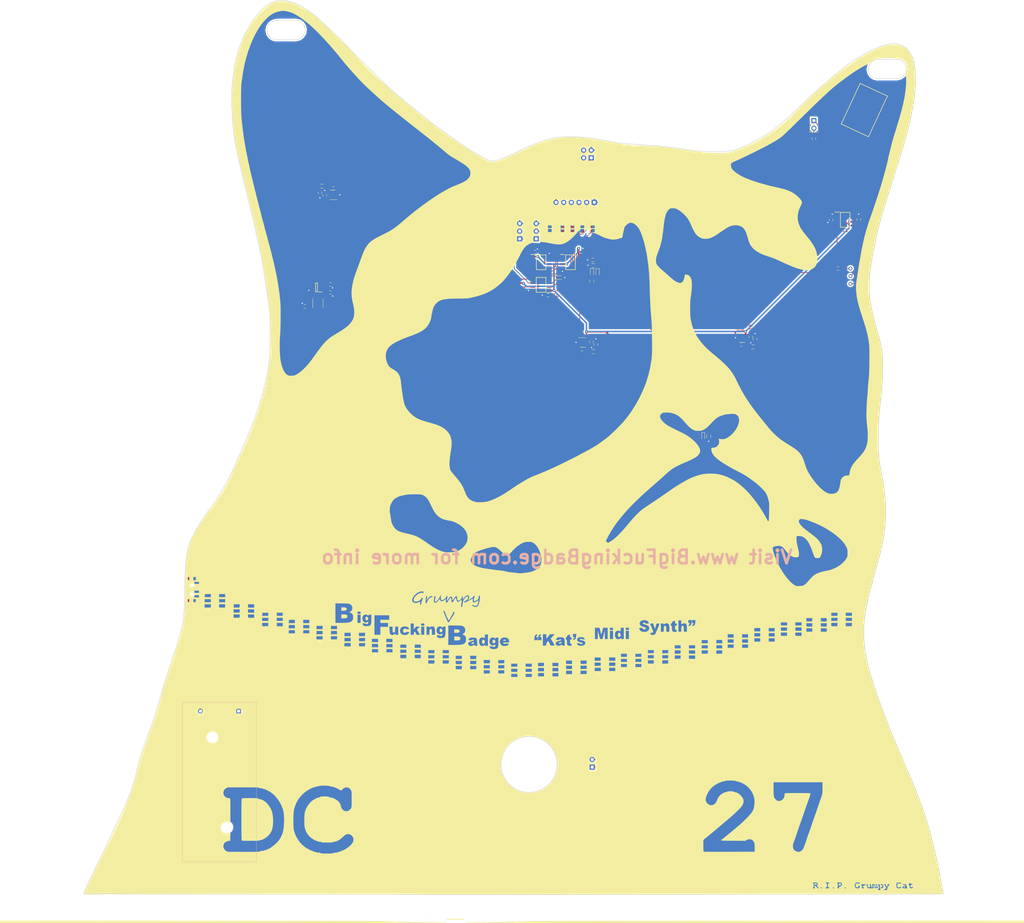
<source format=kicad_pcb>
(kicad_pcb (version 4) (host pcbnew 4.0.6)
  (layers (0 F.Cu signal) (31 B.Cu signal hide) (34 B.Paste user hide) (35 F.Paste user hide) (36 B.SilkS user) (37 F.SilkS user hide) (38 B.Mask user hide) (39 F.Mask user hide) (44 Edge.Cuts user))
  (net 0 "")
  (net 1 +3V3)
  (net 2 GND)
  (net 3 "Net-(C2-Pad2)")
  (net 4 "Net-(C2-Pad1)")
  (net 5 "Net-(C3-Pad2)")
  (net 6 "Net-(C4-Pad2)")
  (net 7 "Net-(C5-Pad2)")
  (net 8 "Net-(C5-Pad1)")
  (net 9 "Net-(C9-Pad2)")
  (net 10 "Net-(C11-Pad2)")
  (net 11 "Net-(C11-Pad1)")
  (net 12 "Net-(C12-Pad2)")
  (net 13 "Net-(C14-Pad2)")
  (net 14 "Net-(C14-Pad1)")
  (net 15 "Net-(C15-Pad2)")
  (net 16 "Net-(C16-Pad2)")
  (net 17 "Net-(D0-Pad2)")
  (net 18 "Net-(D1-Pad2)")
  (net 19 "Net-(D2-Pad1)")
  (net 20 "Net-(IC0-Pad5)")
  (net 21 "Net-(IC5-Pad1)")
  (net 22 "Net-(IC4-Pad6)")
  (net 23 "Net-(IC4-Pad5)")
  (net 24 "Net-(IC4-Pad2)")
  (net 25 "Net-(IC4-Pad1)")
  (net 26 "Net-(IC0-Pad6)")
  (net 27 "Net-(IC7-Pad1)")
  (net 28 "Net-(IC3-Pad4)")
  (net 29 "Net-(IC3-Pad7)")
  (net 30 "Net-(IC3-Pad3)")
  (net 31 "Net-(IC3-Pad5)")
  (net 32 "Net-(IC1-Pad4)")
  (net 33 "Net-(IC0-Pad4)")
  (net 34 "Net-(IC0-Pad7)")
  (net 35 "Net-(U1-Pad4)")
  (net 36 "Net-(U1-Pad5)")
  (net 37 "Net-(U2-Pad4)")
  (net 38 "Net-(U2-Pad5)")
  (net 39 "Net-(U3-Pad4)")
  (net 40 "Net-(U3-Pad5)")
  (net 41 "Net-(U4-Pad4)")
  (net 42 "Net-(U4-Pad5)")
  (net 43 "Net-(U5-Pad4)")
  (net 44 "Net-(U5-Pad5)")
  (net 45 "Net-(U6-Pad4)")
  (net 46 "Net-(U6-Pad5)")
  (net 47 "Net-(U7-Pad4)")
  (net 48 "Net-(U7-Pad5)")
  (net 49 "Net-(U8-Pad4)")
  (net 50 "Net-(U8-Pad5)")
  (net 51 "Net-(U10-Pad1)")
  (net 52 "Net-(U10-Pad2)")
  (net 53 "Net-(U10-Pad4)")
  (net 54 "Net-(U10-Pad5)")
  (net 55 "Net-(U11-Pad4)")
  (net 56 "Net-(U11-Pad5)")
  (net 57 "Net-(U12-Pad4)")
  (net 58 "Net-(U12-Pad5)")
  (net 59 "Net-(U13-Pad4)")
  (net 60 "Net-(U13-Pad5)")
  (net 61 "Net-(U14-Pad4)")
  (net 62 "Net-(U14-Pad5)")
  (net 63 "Net-(U15-Pad4)")
  (net 64 "Net-(U15-Pad5)")
  (net 65 "Net-(U16-Pad4)")
  (net 66 "Net-(U16-Pad5)")
  (net 67 "Net-(U17-Pad4)")
  (net 68 "Net-(U17-Pad5)")
  (net 69 "Net-(U18-Pad4)")
  (net 70 "Net-(U18-Pad5)")
  (net 71 "Net-(U19-Pad4)")
  (net 72 "Net-(U19-Pad5)")
  (net 73 "Net-(U20-Pad4)")
  (net 74 "Net-(U20-Pad5)")
  (net 75 "Net-(U21-Pad4)")
  (net 76 "Net-(U21-Pad5)")
  (net 77 "Net-(U22-Pad4)")
  (net 78 "Net-(U22-Pad5)")
  (net 79 "Net-(U23-Pad4)")
  (net 80 "Net-(U23-Pad5)")
  (net 81 "Net-(U24-Pad4)")
  (net 82 "Net-(U24-Pad5)")
  (net 83 "Net-(BAT3V1-Pad1)")
  (net 84 "Net-(IC1-Pad8)")
  (net 85 "Net-(S0-PadMP1)")
  (net 86 "Net-(S0-PadMP2)")
  (net 87 "Net-(S0-PadMP3)")
  (net 88 "Net-(S0-PadMP4)")
  (net 89 "Net-(C19-Pad2)")
  (net 90 "Net-(C19-Pad1)")
  (net 91 "Net-(D4-Pad1)")
  (net 92 "Net-(J3-Pad4)")
  (net 93 "Net-(IC3-Pad6)")
  (net 94 "Net-(S0-PadA1)")
  (module LOGO (layer F.Cu) (at 173.25 159.45)
    (fp_text reference G*** hide)
    (fp_text value LOGO hide)
  )
  (module SOIC127P600X175-8N (layer F.Cu) (at 192.7 110.7)
    (fp_text reference IC4 hide)
    (fp_text value AT25DF041A-SSH-B hide)
    (pad 1 smd rect (at -2.712 -1.905 90) (size 0.65 1.525) (layers F.Cu F.Paste F.Mask) (net 25 "Net-(IC4-Pad1)"))
    (pad 2 smd rect (at -2.712 -0.635 90) (size 0.65 1.525) (layers F.Cu F.Paste F.Mask) (net 24 "Net-(IC4-Pad2)"))
    (pad 3 smd rect (at -2.712 0.635 90) (size 0.65 1.525) (layers F.Cu F.Paste F.Mask) (net 1 +3V3))
    (pad 4 smd rect (at -2.712 1.905 90) (size 0.65 1.525) (layers F.Cu F.Paste F.Mask) (net 2 GND))
    (pad 5 smd rect (at 2.712 1.905 90) (size 0.65 1.525) (layers F.Cu F.Paste F.Mask) (net 23 "Net-(IC4-Pad5)"))
    (pad 6 smd rect (at 2.712 0.635 90) (size 0.65 1.525) (layers F.Cu F.Paste F.Mask) (net 22 "Net-(IC4-Pad6)"))
    (pad 7 smd rect (at 2.712 -0.635 90) (size 0.65 1.525) (layers F.Cu F.Paste F.Mask) (net 1 +3V3))
    (pad 8 smd rect (at 2.712 -1.905 90) (size 0.65 1.525) (layers F.Cu F.Paste F.Mask) (net 1 +3V3))
  )
  (module Capacitors_SMD:C_0603 (layer F.Cu) (at 185.2 121.6)
    (fp_text reference C0 hide)
    (fp_text value 0.1uF)
    (pad 2 smd rect (at 0.75 0) (size 0.8 0.75) (layers F.Cu F.Paste F.Mask) (net 1 +3V3))
    (pad 1 smd rect (at -0.75 0) (size 0.8 0.75) (layers F.Cu F.Paste F.Mask) (net 2 GND))
  )
  (module Capacitors_SMD:C_0603 (layer F.Cu) (at 111 88.5 270)
    (fp_text reference C1 hide)
    (fp_text value 0.1uF)
    (pad 2 smd rect (at 0.75 0 270) (size 0.8 0.75) (layers F.Cu F.Paste F.Mask) (net 1 +3V3))
    (pad 1 smd rect (at -0.75 0 270) (size 0.8 0.75) (layers F.Cu F.Paste F.Mask) (net 2 GND))
  )
  (module Capacitors_SMD:C_0603 (layer F.Cu) (at 113.9 86.2)
    (fp_text reference C2 hide)
    (fp_text value 10nF)
    (pad 2 smd rect (at 0.75 0) (size 0.8 0.75) (layers F.Cu F.Paste F.Mask) (net 3 "Net-(C2-Pad2)"))
    (pad 1 smd rect (at -0.75 0) (size 0.8 0.75) (layers F.Cu F.Paste F.Mask) (net 4 "Net-(C2-Pad1)"))
  )
  (module Capacitors_SMD:C_0603 (layer F.Cu) (at 109.4 87.6 90)
    (fp_text reference C3 hide)
    (fp_text value 10pF)
    (pad 2 smd rect (at 0.75 0 90) (size 0.8 0.75) (layers F.Cu F.Paste F.Mask) (net 5 "Net-(C3-Pad2)"))
    (pad 1 smd rect (at -0.75 0 90) (size 0.8 0.75) (layers F.Cu F.Paste F.Mask) (net 2 GND))
  )
  (module Capacitors_SMD:C_0603 (layer F.Cu) (at 279.3 96.7 90)
    (fp_text reference C4 hide)
    (fp_text value 0.1uF)
    (pad 2 smd rect (at 0.75 0 90) (size 0.8 0.75) (layers F.Cu F.Paste F.Mask) (net 6 "Net-(C4-Pad2)"))
    (pad 1 smd rect (at -0.75 0 90) (size 0.8 0.75) (layers F.Cu F.Paste F.Mask) (net 2 GND))
  )
  (module Capacitors_SMD:C_0603 (layer F.Cu) (at 281.6 112.8)
    (fp_text reference C5 hide)
    (fp_text value 0.1uF)
    (pad 2 smd rect (at 0.75 0) (size 0.8 0.75) (layers F.Cu F.Paste F.Mask) (net 7 "Net-(C5-Pad2)"))
    (pad 1 smd rect (at -0.75 0) (size 0.8 0.75) (layers F.Cu F.Paste F.Mask) (net 8 "Net-(C5-Pad1)"))
  )
  (module Capacitors_SMD:C_0603 (layer F.Cu) (at 288.5 96.5 270)
    (fp_text reference C6 hide)
    (fp_text value 0.1uF)
    (pad 2 smd rect (at 0.75 0 270) (size 0.8 0.75) (layers F.Cu F.Paste F.Mask) (net 1 +3V3))
    (pad 1 smd rect (at -0.75 0 270) (size 0.8 0.75) (layers F.Cu F.Paste F.Mask) (net 2 GND))
  )
  (module Capacitors_SMD:C_0603 (layer F.Cu) (at 180.95 107.35 180)
    (fp_text reference C7 hide)
    (fp_text value 0.1uF)
    (pad 2 smd rect (at 0.75 0 180) (size 0.8 0.75) (layers F.Cu F.Paste F.Mask) (net 1 +3V3))
    (pad 1 smd rect (at -0.75 0 180) (size 0.8 0.75) (layers F.Cu F.Paste F.Mask) (net 2 GND))
  )
  (module Capacitors_SMD:C_0603 (layer F.Cu) (at 196.1 107.175 180)
    (fp_text reference C8 hide)
    (fp_text value 0.1uF)
    (pad 2 smd rect (at 0.75 0 180) (size 0.8 0.75) (layers F.Cu F.Paste F.Mask) (net 1 +3V3))
    (pad 1 smd rect (at -0.75 0 180) (size 0.8 0.75) (layers F.Cu F.Paste F.Mask) (net 2 GND))
  )
  (module Capacitors_SMD:C_0603 (layer F.Cu) (at 200.1 109.9)
    (fp_text reference C9 hide)
    (fp_text value 0.1uF)
    (pad 2 smd rect (at 0.75 0) (size 0.8 0.75) (layers F.Cu F.Paste F.Mask) (net 9 "Net-(C9-Pad2)"))
    (pad 1 smd rect (at -0.75 0) (size 0.8 0.75) (layers F.Cu F.Paste F.Mask) (net 2 GND))
  )
  (module Capacitors_SMD:C_0603 (layer F.Cu) (at 199.675 137.175 90)
    (fp_text reference C10 hide)
    (fp_text value 0.1uF hide)
    (pad 2 smd rect (at 0.75 0 90) (size 0.8 0.75) (layers F.Cu F.Paste F.Mask) (net 1 +3V3))
    (pad 1 smd rect (at -0.75 0 90) (size 0.8 0.75) (layers F.Cu F.Paste F.Mask) (net 2 GND))
  )
  (module Capacitors_SMD:C_0603 (layer F.Cu) (at 196.525 139.575 180)
    (fp_text reference C11 hide)
    (fp_text value 10nF hide)
    (pad 2 smd rect (at 0.75 0 180) (size 0.8 0.75) (layers F.Cu F.Paste F.Mask) (net 10 "Net-(C11-Pad2)"))
    (pad 1 smd rect (at -0.75 0 180) (size 0.8 0.75) (layers F.Cu F.Paste F.Mask) (net 11 "Net-(C11-Pad1)"))
  )
  (module Capacitors_SMD:C_0603 (layer F.Cu) (at 201.1 138.05 270)
    (fp_text reference C12 hide)
    (fp_text value 10pF hide)
    (pad 2 smd rect (at 0.75 0 270) (size 0.8 0.75) (layers F.Cu F.Paste F.Mask) (net 12 "Net-(C12-Pad2)"))
    (pad 1 smd rect (at -0.75 0 270) (size 0.8 0.75) (layers F.Cu F.Paste F.Mask) (net 2 GND))
  )
  (module Capacitors_SMD:C_0603 (layer F.Cu) (at 252.6 135.55 90)
    (fp_text reference C13 hide)
    (fp_text value 0.1uF)
    (pad 2 smd rect (at 0.75 0 90) (size 0.8 0.75) (layers F.Cu F.Paste F.Mask) (net 1 +3V3))
    (pad 1 smd rect (at -0.75 0 90) (size 0.8 0.75) (layers F.Cu F.Paste F.Mask) (net 2 GND))
  )
  (module Capacitors_SMD:C_0603 (layer F.Cu) (at 249.425 137.975 180)
    (fp_text reference C14 hide)
    (fp_text value 10nF)
    (pad 2 smd rect (at 0.75 0 180) (size 0.8 0.75) (layers F.Cu F.Paste F.Mask) (net 13 "Net-(C14-Pad2)"))
    (pad 1 smd rect (at -0.75 0 180) (size 0.8 0.75) (layers F.Cu F.Paste F.Mask) (net 14 "Net-(C14-Pad1)"))
  )
  (module Capacitors_SMD:C_0603 (layer F.Cu) (at 254.075 136.225 270)
    (fp_text reference C15 hide)
    (fp_text value 10pF)
    (pad 2 smd rect (at 0.75 0 270) (size 0.8 0.75) (layers F.Cu F.Paste F.Mask) (net 15 "Net-(C15-Pad2)"))
    (pad 1 smd rect (at -0.75 0 270) (size 0.8 0.75) (layers F.Cu F.Paste F.Mask) (net 2 GND))
  )
  (module Capacitors_SMD:C_0603 (layer F.Cu) (at 104.35 125.425)
    (fp_text reference C16 hide)
    (fp_text value 2.2uF)
    (pad 2 smd rect (at 0.75 0) (size 0.8 0.75) (layers F.Cu F.Paste F.Mask) (net 16 "Net-(C16-Pad2)"))
    (pad 1 smd rect (at -0.75 0) (size 0.8 0.75) (layers F.Cu F.Paste F.Mask) (net 2 GND))
  )
  (module Capacitors_SMD:C_0603 (layer F.Cu) (at 112.9 118.1 180)
    (fp_text reference C17 hide)
    (fp_text value 22uF)
    (pad 2 smd rect (at 0.75 0 180) (size 0.8 0.75) (layers F.Cu F.Paste F.Mask) (net 1 +3V3))
    (pad 1 smd rect (at -0.75 0 180) (size 0.8 0.75) (layers F.Cu F.Paste F.Mask) (net 2 GND))
  )
  (module Capacitors_SMD:C_0603 (layer F.Cu) (at 112.9 120.75 180)
    (fp_text reference C18 hide)
    (fp_text value 0.1uF)
    (pad 2 smd rect (at 0.75 0 180) (size 0.8 0.75) (layers F.Cu F.Paste F.Mask) (net 1 +3V3))
    (pad 1 smd rect (at -0.75 0 180) (size 0.8 0.75) (layers F.Cu F.Paste F.Mask) (net 2 GND))
  )
  (module Diodes_SMD:D_0603 (layer F.Cu) (at 199.8 114.1 270)
    (fp_text reference D0 hide)
    (fp_text value D)
    (pad 1 smd rect (at -0.85 0 270) (size 0.6 0.8) (layers F.Cu F.Paste F.Mask) (net 9 "Net-(C9-Pad2)"))
    (pad 2 smd rect (at 0.85 0 270) (size 0.6 0.8) (layers F.Cu F.Paste F.Mask) (net 17 "Net-(D0-Pad2)"))
  )
  (module Diodes_SMD:D_0603 (layer F.Cu) (at 201.7 114.1 270)
    (fp_text reference D1 hide)
    (fp_text value D)
    (pad 1 smd rect (at -0.85 0 270) (size 0.6 0.8) (layers F.Cu F.Paste F.Mask) (net 9 "Net-(C9-Pad2)"))
    (pad 2 smd rect (at 0.85 0 270) (size 0.6 0.8) (layers F.Cu F.Paste F.Mask) (net 18 "Net-(D1-Pad2)"))
  )
  (module LEDs:LED_0603 (layer F.Cu) (at 236.825 168.575 270)
    (fp_text reference D2 hide)
    (fp_text value LED_Small)
    (pad 2 smd rect (at 0.8 0 90) (size 0.8 0.8) (layers F.Cu F.Paste F.Mask) (net 1 +3V3))
    (pad 1 smd rect (at -0.8 0 90) (size 0.8 0.8) (layers F.Cu F.Paste F.Mask) (net 19 "Net-(D2-Pad1)"))
  )
  (module Diodes_SMD:D_0603 (layer F.Cu) (at 189 115.8)
    (fp_text reference D4 hide)
    (fp_text value D6v)
    (pad 1 smd rect (at -0.85 0) (size 0.6 0.8) (layers F.Cu F.Paste F.Mask) (net 91 "Net-(D4-Pad1)"))
    (pad 2 smd rect (at 0.85 0) (size 0.6 0.8) (layers F.Cu F.Paste F.Mask) (net 2 GND))
  )
  (module TO_SOT_Packages_SMD:SOT-23-6 (layer F.Cu) (at 113.6 88.3 180)
    (fp_text reference IC2 hide)
    (fp_text value AT42QT1010-TSHR)
    (pad 1 smd rect (at -1.1 -0.95 180) (size 1.06 0.65) (layers F.Cu F.Paste F.Mask) (net 20 "Net-(IC0-Pad5)"))
    (pad 2 smd rect (at -1.1 0 180) (size 1.06 0.65) (layers F.Cu F.Paste F.Mask) (net 2 GND))
    (pad 3 smd rect (at -1.1 0.95 180) (size 1.06 0.65) (layers F.Cu F.Paste F.Mask) (net 3 "Net-(C2-Pad2)"))
    (pad 4 smd rect (at 1.1 0.95 180) (size 1.06 0.65) (layers F.Cu F.Paste F.Mask) (net 4 "Net-(C2-Pad1)"))
    (pad 6 smd rect (at 1.1 -0.95 180) (size 1.06 0.65) (layers F.Cu F.Paste F.Mask) (net 1 +3V3))
    (pad 5 smd rect (at 1.1 0 180) (size 1.06 0.65) (layers F.Cu F.Paste F.Mask) (net 1 +3V3))
  )
  (module TO_SOT_Packages_SMD:SOT-23-6 (layer F.Cu) (at 196.875 137.35)
    (fp_text reference IC5 hide)
    (fp_text value AT42QT1010-TSHR hide)
    (pad 1 smd rect (at -1.1 -0.95) (size 1.06 0.65) (layers F.Cu F.Paste F.Mask) (net 21 "Net-(IC5-Pad1)"))
    (pad 2 smd rect (at -1.1 0) (size 1.06 0.65) (layers F.Cu F.Paste F.Mask) (net 2 GND))
    (pad 3 smd rect (at -1.1 0.95) (size 1.06 0.65) (layers F.Cu F.Paste F.Mask) (net 10 "Net-(C11-Pad2)"))
    (pad 4 smd rect (at 1.1 0.95) (size 1.06 0.65) (layers F.Cu F.Paste F.Mask) (net 11 "Net-(C11-Pad1)"))
    (pad 6 smd rect (at 1.1 -0.95) (size 1.06 0.65) (layers F.Cu F.Paste F.Mask) (net 1 +3V3))
    (pad 5 smd rect (at 1.1 0) (size 1.06 0.65) (layers F.Cu F.Paste F.Mask) (net 1 +3V3))
  )
  (module TO_SOT_Packages_SMD:SOT-23-6 (layer F.Cu) (at 249.775 135.75)
    (fp_text reference IC6 hide)
    (fp_text value AT42QT1010-TSHR hide)
    (pad 1 smd rect (at -1.1 -0.95) (size 1.06 0.65) (layers F.Cu F.Paste F.Mask) (net 18 "Net-(D1-Pad2)"))
    (pad 2 smd rect (at -1.1 0) (size 1.06 0.65) (layers F.Cu F.Paste F.Mask) (net 2 GND))
    (pad 3 smd rect (at -1.1 0.95) (size 1.06 0.65) (layers F.Cu F.Paste F.Mask) (net 13 "Net-(C14-Pad2)"))
    (pad 4 smd rect (at 1.1 0.95) (size 1.06 0.65) (layers F.Cu F.Paste F.Mask) (net 14 "Net-(C14-Pad1)"))
    (pad 6 smd rect (at 1.1 -0.95) (size 1.06 0.65) (layers F.Cu F.Paste F.Mask) (net 1 +3V3))
    (pad 5 smd rect (at 1.1 0) (size 1.06 0.65) (layers F.Cu F.Paste F.Mask) (net 1 +3V3))
  )
  (module Pin_Headers:Pin_Header_Straight_1x06_Pitch2.54mm (layer F.Cu) (at 200.6 90.8 270)
    (fp_text reference J0 hide)
    (fp_text value CONN_01X06 hide)
    (pad 1 thru_hole rect (at 0 0 270) (size 1.7 1.7) (drill 1) (layers *.Cu *.Mask) (net 2 GND))
    (pad 2 thru_hole oval (at 0 2.54 270) (size 1.7 1.7) (drill 1) (layers *.Cu *.Mask) (net 23 "Net-(IC4-Pad5)"))
    (pad 3 thru_hole oval (at 0 5.08 270) (size 1.7 1.7) (drill 1) (layers *.Cu *.Mask) (net 22 "Net-(IC4-Pad6)"))
    (pad 4 thru_hole oval (at 0 7.62 270) (size 1.7 1.7) (drill 1) (layers *.Cu *.Mask) (net 24 "Net-(IC4-Pad2)"))
    (pad 5 thru_hole oval (at 0 10.16 270) (size 1.7 1.7) (drill 1) (layers *.Cu *.Mask) (net 25 "Net-(IC4-Pad1)"))
    (pad 6 thru_hole oval (at 0 12.7 270) (size 1.7 1.7) (drill 1) (layers *.Cu *.Mask) (net 1 +3V3))
  )
  (module Pin_Headers:Pin_Header_Straight_1x03_Pitch2.54mm (layer F.Cu) (at 181.3 102.9 180)
    (fp_text reference J1 hide)
    (fp_text value CONN_01X03 hide)
    (pad 1 thru_hole rect (at 0 0 180) (size 1.7 1.7) (drill 1) (layers *.Cu *.Mask) (net 1 +3V3))
    (pad 2 thru_hole oval (at 0 2.54 180) (size 1.7 1.7) (drill 1) (layers *.Cu *.Mask) (net 93 "Net-(IC3-Pad6)"))
    (pad 3 thru_hole oval (at 0 5.08 180) (size 1.7 1.7) (drill 1) (layers *.Cu *.Mask) (net 2 GND))
  )
  (module Pin_Headers:Pin_Header_Straight_1x03_Pitch2.54mm (layer F.Cu) (at 175.8 102.9 180)
    (fp_text reference J2 hide)
    (fp_text value CONN_01X03 hide)
    (pad 1 thru_hole rect (at 0 0 180) (size 1.7 1.7) (drill 1) (layers *.Cu *.Mask) (net 1 +3V3))
    (pad 2 thru_hole oval (at 0 2.54 180) (size 1.7 1.7) (drill 1) (layers *.Cu *.Mask) (net 26 "Net-(IC0-Pad6)"))
    (pad 3 thru_hole oval (at 0 5.08 180) (size 1.7 1.7) (drill 1) (layers *.Cu *.Mask) (net 2 GND))
  )
  (module Pin_Headers:Pin_Header_Straight_2x02_Pitch2.54mm (layer F.Cu) (at 199.6 76 180)
    (fp_text reference J3 hide)
    (fp_text value CONN_02X02)
    (pad 1 thru_hole rect (at 0 0 180) (size 1.7 1.7) (drill 1) (layers *.Cu *.Mask) (net 1 +3V3))
    (pad 2 thru_hole oval (at 2.54 0 180) (size 1.7 1.7) (drill 1) (layers *.Cu *.Mask) (net 91 "Net-(D4-Pad1)"))
    (pad 3 thru_hole oval (at 0 2.54 180) (size 1.7 1.7) (drill 1) (layers *.Cu *.Mask) (net 2 GND))
    (pad 4 thru_hole oval (at 2.54 2.54 180) (size 1.7 1.7) (drill 1) (layers *.Cu *.Mask) (net 92 "Net-(J3-Pad4)"))
  )
  (module Inductors_SMD:L_Neosid_SMS-ME3015 (layer F.Cu) (at 108.75 124.325 90)
    (fp_text reference L0 hide)
    (fp_text value 2.2uH)
    (pad 1 smd rect (at -1.1 0 90) (size 1 2.7) (layers F.Cu F.Paste F.Mask) (net 16 "Net-(C16-Pad2)"))
    (pad 2 smd rect (at 1.1 0 90) (size 1 2.7) (layers F.Cu F.Paste F.Mask) (net 27 "Net-(IC7-Pad1)"))
  )
  (module Resistors_SMD:R_0603 (layer F.Cu) (at 238.65 168.525 270)
    (fp_text reference R0 hide)
    (fp_text value 1K)
    (pad 1 smd rect (at -0.75 0 270) (size 0.5 0.9) (layers F.Cu F.Paste F.Mask) (net 19 "Net-(D2-Pad1)"))
    (pad 2 smd rect (at 0.75 0 270) (size 0.5 0.9) (layers F.Cu F.Paste F.Mask) (net 2 GND))
  )
  (module Resistors_SMD:R_0603 (layer F.Cu) (at 110.05 85.4)
    (fp_text reference R1 hide)
    (fp_text value 10K)
    (pad 1 smd rect (at -0.75 0) (size 0.5 0.9) (layers F.Cu F.Paste F.Mask) (net 5 "Net-(C3-Pad2)"))
    (pad 2 smd rect (at 0.75 0) (size 0.5 0.9) (layers F.Cu F.Paste F.Mask) (net 3 "Net-(C2-Pad2)"))
  )
  (module Resistors_SMD:R_0603 (layer F.Cu) (at 200.2 111.8 180)
    (fp_text reference R2 hide)
    (fp_text value 56K)
    (pad 1 smd rect (at -0.75 0 180) (size 0.5 0.9) (layers F.Cu F.Paste F.Mask) (net 9 "Net-(C9-Pad2)"))
    (pad 2 smd rect (at 0.75 0 180) (size 0.5 0.9) (layers F.Cu F.Paste F.Mask) (net 2 GND))
  )
  (module Resistors_SMD:R_0603 (layer F.Cu) (at 199.8 117 90)
    (fp_text reference R3 hide)
    (fp_text value 22K)
    (pad 1 smd rect (at -0.75 0 90) (size 0.5 0.9) (layers F.Cu F.Paste F.Mask) (net 21 "Net-(IC5-Pad1)"))
    (pad 2 smd rect (at 0.75 0 90) (size 0.5 0.9) (layers F.Cu F.Paste F.Mask) (net 17 "Net-(D0-Pad2)"))
  )
  (module Resistors_SMD:R_0603 (layer F.Cu) (at 200.35 140.375 180)
    (fp_text reference R4 hide)
    (fp_text value 10K hide)
    (pad 1 smd rect (at -0.75 0 180) (size 0.5 0.9) (layers F.Cu F.Paste F.Mask) (net 12 "Net-(C12-Pad2)"))
    (pad 2 smd rect (at 0.75 0 180) (size 0.5 0.9) (layers F.Cu F.Paste F.Mask) (net 10 "Net-(C11-Pad2)"))
  )
  (module Resistors_SMD:R_0603 (layer F.Cu) (at 253.325 138.825 180)
    (fp_text reference R5 hide)
    (fp_text value 10K)
    (pad 1 smd rect (at -0.75 0 180) (size 0.5 0.9) (layers F.Cu F.Paste F.Mask) (net 15 "Net-(C15-Pad2)"))
    (pad 2 smd rect (at 0.75 0 180) (size 0.5 0.9) (layers F.Cu F.Paste F.Mask) (net 13 "Net-(C14-Pad2)"))
  )
  (module 2468 (layer B.Cu) (at 76 283.5 90)
    (fp_text reference BAT3V1 hide)
    (fp_text value 2468 hide)
    (pad 2 thru_hole circle (at 23.625 6.35 90) (size 1.53 1.53) (drill 1.02) (layers *.Cu *.Mask) (net 2 GND))
    (pad 1 thru_hole circle (at 23.625 -6.35 90) (size 1.53 1.53) (drill 1.02) (layers *.Cu *.Mask) (net 83 "Net-(BAT3V1-Pad1)"))
    (pad 3 np_thru_hole circle (at -14.985 2.35 90) (size 3.45 0) (drill 3.45) (layers *.Cu *.Mask))
    (pad 4 np_thru_hole circle (at 14.985 -2.35 90) (size 3.45 0) (drill 3.45) (layers *.Cu *.Mask))
  )
  (module SOIC127P600X175-8N (layer F.Cu) (at 182.9 118.2 180)
    (fp_text reference IC0 hide)
    (fp_text value ATTINY412-SSNR hide)
    (pad 1 smd rect (at -2.712 -1.905 270) (size 0.65 1.525) (layers F.Cu F.Paste F.Mask) (net 1 +3V3))
    (pad 2 smd rect (at -2.712 -0.635 270) (size 0.65 1.525) (layers F.Cu F.Paste F.Mask) (net 8 "Net-(C5-Pad1)"))
    (pad 3 smd rect (at -2.712 0.635 270) (size 0.65 1.525) (layers F.Cu F.Paste F.Mask) (net 91 "Net-(D4-Pad1)"))
    (pad 4 smd rect (at -2.712 1.905 270) (size 0.65 1.525) (layers F.Cu F.Paste F.Mask) (net 33 "Net-(IC0-Pad4)"))
    (pad 5 smd rect (at 2.712 1.905 270) (size 0.65 1.525) (layers F.Cu F.Paste F.Mask) (net 20 "Net-(IC0-Pad5)"))
    (pad 6 smd rect (at 2.712 0.635 270) (size 0.65 1.525) (layers F.Cu F.Paste F.Mask) (net 26 "Net-(IC0-Pad6)"))
    (pad 7 smd rect (at 2.712 -0.635 270) (size 0.65 1.525) (layers F.Cu F.Paste F.Mask) (net 34 "Net-(IC0-Pad7)"))
    (pad 8 smd rect (at 2.712 -1.905 270) (size 0.65 1.525) (layers F.Cu F.Paste F.Mask) (net 2 GND))
  )
  (module SOIC127P600X175-8N (layer F.Cu) (at 284 96.6)
    (fp_text reference IC1 hide)
    (fp_text value NCS2211DR2G hide)
    (pad 1 smd rect (at -2.712 -1.905 90) (size 0.65 1.525) (layers F.Cu F.Paste F.Mask) (net 2 GND))
    (pad 2 smd rect (at -2.712 -0.635 90) (size 0.65 1.525) (layers F.Cu F.Paste F.Mask) (net 6 "Net-(C4-Pad2)"))
    (pad 3 smd rect (at -2.712 0.635 90) (size 0.65 1.525) (layers F.Cu F.Paste F.Mask) (net 6 "Net-(C4-Pad2)"))
    (pad 4 smd rect (at -2.712 1.905 90) (size 0.65 1.525) (layers F.Cu F.Paste F.Mask) (net 32 "Net-(IC1-Pad4)"))
    (pad 5 smd rect (at 2.712 1.905 90) (size 0.65 1.525) (layers F.Cu F.Paste F.Mask) (net 90 "Net-(C19-Pad1)"))
    (pad 6 smd rect (at 2.712 0.635 90) (size 0.65 1.525) (layers F.Cu F.Paste F.Mask) (net 1 +3V3))
    (pad 7 smd rect (at 2.712 -0.635 90) (size 0.65 1.525) (layers F.Cu F.Paste F.Mask) (net 2 GND))
    (pad 8 smd rect (at 2.712 -1.905 90) (size 0.65 1.525) (layers F.Cu F.Paste F.Mask) (net 84 "Net-(IC1-Pad8)"))
  )
  (module SOIC127P600X175-8N (layer F.Cu) (at 182.925 110.7)
    (fp_text reference IC3 hide)
    (fp_text value ATTINY412-SSNR hide)
    (pad 1 smd rect (at -2.712 -1.905 90) (size 0.65 1.525) (layers F.Cu F.Paste F.Mask) (net 1 +3V3))
    (pad 2 smd rect (at -2.712 -0.635 90) (size 0.65 1.525) (layers F.Cu F.Paste F.Mask) (net 91 "Net-(D4-Pad1)"))
    (pad 3 smd rect (at -2.712 0.635 90) (size 0.65 1.525) (layers F.Cu F.Paste F.Mask) (net 30 "Net-(IC3-Pad3)"))
    (pad 4 smd rect (at -2.712 1.905 90) (size 0.65 1.525) (layers F.Cu F.Paste F.Mask) (net 28 "Net-(IC3-Pad4)"))
    (pad 5 smd rect (at 2.712 1.905 90) (size 0.65 1.525) (layers F.Cu F.Paste F.Mask) (net 31 "Net-(IC3-Pad5)"))
    (pad 6 smd rect (at 2.712 0.635 90) (size 0.65 1.525) (layers F.Cu F.Paste F.Mask) (net 93 "Net-(IC3-Pad6)"))
    (pad 7 smd rect (at 2.712 -0.635 90) (size 0.65 1.525) (layers F.Cu F.Paste F.Mask) (net 29 "Net-(IC3-Pad7)"))
    (pad 8 smd rect (at 2.712 -1.905 90) (size 0.65 1.525) (layers F.Cu F.Paste F.Mask) (net 2 GND))
  )
  (module SOT95P280X145-5N (layer F.Cu) (at 108.275 119.05 180)
    (fp_text reference IC7 hide)
    (fp_text value TPS613221ADBVT hide)
    (pad 1 smd rect (at -1.25 -0.95 270) (size 0.6 1.2) (layers F.Cu F.Paste F.Mask) (net 27 "Net-(IC7-Pad1)"))
    (pad 2 smd rect (at -1.25 0 270) (size 0.6 1.2) (layers F.Cu F.Paste F.Mask) (net 2 GND))
    (pad 3 smd rect (at -1.25 0.95 270) (size 0.6 1.2) (layers F.Cu F.Paste F.Mask) (net 1 +3V3))
    (pad 4 smd rect (at 1.25 0.95 270) (size 0.6 1.2) (layers F.Cu F.Paste F.Mask) (net 1 +3V3))
    (pad 5 smd rect (at 1.25 -0.95 270) (size 0.6 1.2) (layers F.Cu F.Paste F.Mask) (net 2 GND))
  )
  (module MSS3VTR (layer F.Cu) (at 65.6 219.5 270)
    (fp_text reference S0 hide)
    (fp_text value MSS3-V-T_R hide)
    (pad A1 smd rect (at -2.25 -3.05 270) (size 0.7 1.5) (layers F.Cu F.Paste F.Mask) (net 94 "Net-(S0-PadA1)"))
    (pad B1 smd rect (at 0.75 -3.05 270) (size 0.7 1.5) (layers F.Cu F.Paste F.Mask) (net 16 "Net-(C16-Pad2)"))
    (pad C1 smd rect (at 2.25 -3.05 270) (size 0.7 1.5) (layers F.Cu F.Paste F.Mask) (net 83 "Net-(BAT3V1-Pad1)"))
    (pad MH1 np_thru_hole circle (at -1.5 -1.3 270) (size 0.9 0) (drill 0.9) (layers *.Cu *.Mask))
    (pad MH2 np_thru_hole circle (at 1.5 -1.3 270) (size 0.9 0) (drill 0.9) (layers *.Cu *.Mask))
    (pad MP1 smd rect (at -3.65 -2.35) (size 0.8 1) (layers F.Cu F.Paste F.Mask) (net 85 "Net-(S0-PadMP1)"))
    (pad MP2 smd rect (at -3.65 -0.25) (size 0.8 1) (layers F.Cu F.Paste F.Mask) (net 86 "Net-(S0-PadMP2)"))
    (pad MP3 smd rect (at 3.65 -0.25) (size 0.8 1) (layers F.Cu F.Paste F.Mask) (net 87 "Net-(S0-PadMP3)"))
    (pad MP4 smd rect (at 3.65 -2.35) (size 0.8 1) (layers F.Cu F.Paste F.Mask) (net 88 "Net-(S0-PadMP4)"))
  )
  (module ApA201c:APA102C (layer F.Cu) (at 74.7 223.2)
    (fp_text reference U1 hide)
    (fp_text value APA102C hide)
    (pad 1 smd rect (at -2.4 -1.7 90) (size 1.1 2) (layers F.Cu F.Paste F.Mask) (net 33 "Net-(IC0-Pad4)"))
    (pad 2 smd rect (at -2.4 0 90) (size 1.1 2) (layers F.Cu F.Paste F.Mask) (net 34 "Net-(IC0-Pad7)"))
    (pad 3 smd rect (at -2.4 1.7 90) (size 1.1 2) (layers F.Cu F.Paste F.Mask) (net 2 GND))
    (pad 4 smd rect (at 2.4 -1.7 90) (size 1.1 2) (layers F.Cu F.Paste F.Mask) (net 35 "Net-(U1-Pad4)"))
    (pad 5 smd rect (at 2.4 0 90) (size 1.1 2) (layers F.Cu F.Paste F.Mask) (net 36 "Net-(U1-Pad5)"))
    (pad 6 smd rect (at 2.4 1.7 90) (size 1.1 2) (layers F.Cu F.Paste F.Mask) (net 1 +3V3))
  )
  (module ApA201c:APA102C (layer F.Cu) (at 84.3 226.6)
    (fp_text reference U2 hide)
    (fp_text value APA102C hide)
    (pad 1 smd rect (at -2.4 -1.7 90) (size 1.1 2) (layers F.Cu F.Paste F.Mask) (net 35 "Net-(U1-Pad4)"))
    (pad 2 smd rect (at -2.4 0 90) (size 1.1 2) (layers F.Cu F.Paste F.Mask) (net 36 "Net-(U1-Pad5)"))
    (pad 3 smd rect (at -2.4 1.7 90) (size 1.1 2) (layers F.Cu F.Paste F.Mask) (net 2 GND))
    (pad 4 smd rect (at 2.4 -1.7 90) (size 1.1 2) (layers F.Cu F.Paste F.Mask) (net 37 "Net-(U2-Pad4)"))
    (pad 5 smd rect (at 2.4 0 90) (size 1.1 2) (layers F.Cu F.Paste F.Mask) (net 38 "Net-(U2-Pad5)"))
    (pad 6 smd rect (at 2.4 1.7 90) (size 1.1 2) (layers F.Cu F.Paste F.Mask) (net 1 +3V3))
  )
  (module ApA201c:APA102C (layer F.Cu) (at 93.8 229.4)
    (fp_text reference U3 hide)
    (fp_text value APA102C hide)
    (pad 1 smd rect (at -2.4 -1.7 90) (size 1.1 2) (layers F.Cu F.Paste F.Mask) (net 37 "Net-(U2-Pad4)"))
    (pad 2 smd rect (at -2.4 0 90) (size 1.1 2) (layers F.Cu F.Paste F.Mask) (net 38 "Net-(U2-Pad5)"))
    (pad 3 smd rect (at -2.4 1.7 90) (size 1.1 2) (layers F.Cu F.Paste F.Mask) (net 2 GND))
    (pad 4 smd rect (at 2.4 -1.7 90) (size 1.1 2) (layers F.Cu F.Paste F.Mask) (net 39 "Net-(U3-Pad4)"))
    (pad 5 smd rect (at 2.4 0 90) (size 1.1 2) (layers F.Cu F.Paste F.Mask) (net 40 "Net-(U3-Pad5)"))
    (pad 6 smd rect (at 2.4 1.7 90) (size 1.1 2) (layers F.Cu F.Paste F.Mask) (net 1 +3V3))
  )
  (module ApA201c:APA102C (layer F.Cu) (at 102.6 231.8)
    (fp_text reference U4 hide)
    (fp_text value APA102C hide)
    (pad 1 smd rect (at -2.4 -1.7 90) (size 1.1 2) (layers F.Cu F.Paste F.Mask) (net 39 "Net-(U3-Pad4)"))
    (pad 2 smd rect (at -2.4 0 90) (size 1.1 2) (layers F.Cu F.Paste F.Mask) (net 40 "Net-(U3-Pad5)"))
    (pad 3 smd rect (at -2.4 1.7 90) (size 1.1 2) (layers F.Cu F.Paste F.Mask) (net 2 GND))
    (pad 4 smd rect (at 2.4 -1.7 90) (size 1.1 2) (layers F.Cu F.Paste F.Mask) (net 41 "Net-(U4-Pad4)"))
    (pad 5 smd rect (at 2.4 0 90) (size 1.1 2) (layers F.Cu F.Paste F.Mask) (net 42 "Net-(U4-Pad5)"))
    (pad 6 smd rect (at 2.4 1.7 90) (size 1.1 2) (layers F.Cu F.Paste F.Mask) (net 1 +3V3))
  )
  (module ApA201c:APA102C (layer F.Cu) (at 111.8 233.8)
    (fp_text reference U5 hide)
    (fp_text value APA102C hide)
    (pad 1 smd rect (at -2.4 -1.7 90) (size 1.1 2) (layers F.Cu F.Paste F.Mask) (net 41 "Net-(U4-Pad4)"))
    (pad 2 smd rect (at -2.4 0 90) (size 1.1 2) (layers F.Cu F.Paste F.Mask) (net 42 "Net-(U4-Pad5)"))
    (pad 3 smd rect (at -2.4 1.7 90) (size 1.1 2) (layers F.Cu F.Paste F.Mask) (net 2 GND))
    (pad 4 smd rect (at 2.4 -1.7 90) (size 1.1 2) (layers F.Cu F.Paste F.Mask) (net 43 "Net-(U5-Pad4)"))
    (pad 5 smd rect (at 2.4 0 90) (size 1.1 2) (layers F.Cu F.Paste F.Mask) (net 44 "Net-(U5-Pad5)"))
    (pad 6 smd rect (at 2.4 1.7 90) (size 1.1 2) (layers F.Cu F.Paste F.Mask) (net 1 +3V3))
  )
  (module ApA201c:APA102C (layer F.Cu) (at 121.1 236.1)
    (fp_text reference U6 hide)
    (fp_text value APA102C hide)
    (pad 1 smd rect (at -2.4 -1.7 90) (size 1.1 2) (layers F.Cu F.Paste F.Mask) (net 43 "Net-(U5-Pad4)"))
    (pad 2 smd rect (at -2.4 0 90) (size 1.1 2) (layers F.Cu F.Paste F.Mask) (net 44 "Net-(U5-Pad5)"))
    (pad 3 smd rect (at -2.4 1.7 90) (size 1.1 2) (layers F.Cu F.Paste F.Mask) (net 2 GND))
    (pad 4 smd rect (at 2.4 -1.7 90) (size 1.1 2) (layers F.Cu F.Paste F.Mask) (net 45 "Net-(U6-Pad4)"))
    (pad 5 smd rect (at 2.4 0 90) (size 1.1 2) (layers F.Cu F.Paste F.Mask) (net 46 "Net-(U6-Pad5)"))
    (pad 6 smd rect (at 2.4 1.7 90) (size 1.1 2) (layers F.Cu F.Paste F.Mask) (net 1 +3V3))
  )
  (module ApA201c:APA102C (layer F.Cu) (at 130.2 238.1)
    (fp_text reference U7 hide)
    (fp_text value APA102C hide)
    (pad 1 smd rect (at -2.4 -1.7 90) (size 1.1 2) (layers F.Cu F.Paste F.Mask) (net 45 "Net-(U6-Pad4)"))
    (pad 2 smd rect (at -2.4 0 90) (size 1.1 2) (layers F.Cu F.Paste F.Mask) (net 46 "Net-(U6-Pad5)"))
    (pad 3 smd rect (at -2.4 1.7 90) (size 1.1 2) (layers F.Cu F.Paste F.Mask) (net 2 GND))
    (pad 4 smd rect (at 2.4 -1.7 90) (size 1.1 2) (layers F.Cu F.Paste F.Mask) (net 47 "Net-(U7-Pad4)"))
    (pad 5 smd rect (at 2.4 0 90) (size 1.1 2) (layers F.Cu F.Paste F.Mask) (net 48 "Net-(U7-Pad5)"))
    (pad 6 smd rect (at 2.4 1.7 90) (size 1.1 2) (layers F.Cu F.Paste F.Mask) (net 1 +3V3))
  )
  (module ApA201c:APA102C (layer F.Cu) (at 139.6 240)
    (fp_text reference U8 hide)
    (fp_text value APA102C hide)
    (pad 1 smd rect (at -2.4 -1.7 90) (size 1.1 2) (layers F.Cu F.Paste F.Mask) (net 47 "Net-(U7-Pad4)"))
    (pad 2 smd rect (at -2.4 0 90) (size 1.1 2) (layers F.Cu F.Paste F.Mask) (net 48 "Net-(U7-Pad5)"))
    (pad 3 smd rect (at -2.4 1.7 90) (size 1.1 2) (layers F.Cu F.Paste F.Mask) (net 2 GND))
    (pad 4 smd rect (at 2.4 -1.7 90) (size 1.1 2) (layers F.Cu F.Paste F.Mask) (net 49 "Net-(U8-Pad4)"))
    (pad 5 smd rect (at 2.4 0 90) (size 1.1 2) (layers F.Cu F.Paste F.Mask) (net 50 "Net-(U8-Pad5)"))
    (pad 6 smd rect (at 2.4 1.7 90) (size 1.1 2) (layers F.Cu F.Paste F.Mask) (net 1 +3V3))
  )
  (module ApA201c:APA102C (layer F.Cu) (at 148.9 241.8)
    (fp_text reference U9 hide)
    (fp_text value APA102C hide)
    (pad 1 smd rect (at -2.4 -1.7 90) (size 1.1 2) (layers F.Cu F.Paste F.Mask) (net 49 "Net-(U8-Pad4)"))
    (pad 2 smd rect (at -2.4 0 90) (size 1.1 2) (layers F.Cu F.Paste F.Mask) (net 50 "Net-(U8-Pad5)"))
    (pad 3 smd rect (at -2.4 1.7 90) (size 1.1 2) (layers F.Cu F.Paste F.Mask) (net 2 GND))
    (pad 4 smd rect (at 2.4 -1.7 90) (size 1.1 2) (layers F.Cu F.Paste F.Mask) (net 51 "Net-(U10-Pad1)"))
    (pad 5 smd rect (at 2.4 0 90) (size 1.1 2) (layers F.Cu F.Paste F.Mask) (net 52 "Net-(U10-Pad2)"))
    (pad 6 smd rect (at 2.4 1.7 90) (size 1.1 2) (layers F.Cu F.Paste F.Mask) (net 1 +3V3))
  )
  (module ApA201c:APA102C (layer F.Cu) (at 158 243.7)
    (fp_text reference U10 hide)
    (fp_text value APA102C hide)
    (pad 1 smd rect (at -2.4 -1.7 90) (size 1.1 2) (layers F.Cu F.Paste F.Mask) (net 51 "Net-(U10-Pad1)"))
    (pad 2 smd rect (at -2.4 0 90) (size 1.1 2) (layers F.Cu F.Paste F.Mask) (net 52 "Net-(U10-Pad2)"))
    (pad 3 smd rect (at -2.4 1.7 90) (size 1.1 2) (layers F.Cu F.Paste F.Mask) (net 2 GND))
    (pad 4 smd rect (at 2.4 -1.7 90) (size 1.1 2) (layers F.Cu F.Paste F.Mask) (net 53 "Net-(U10-Pad4)"))
    (pad 5 smd rect (at 2.4 0 90) (size 1.1 2) (layers F.Cu F.Paste F.Mask) (net 54 "Net-(U10-Pad5)"))
    (pad 6 smd rect (at 2.4 1.7 90) (size 1.1 2) (layers F.Cu F.Paste F.Mask) (net 1 +3V3))
  )
  (module ApA201c:APA102C (layer F.Cu) (at 167.3 245.1)
    (fp_text reference U11 hide)
    (fp_text value APA102C hide)
    (pad 1 smd rect (at -2.4 -1.7 90) (size 1.1 2) (layers F.Cu F.Paste F.Mask) (net 53 "Net-(U10-Pad4)"))
    (pad 2 smd rect (at -2.4 0 90) (size 1.1 2) (layers F.Cu F.Paste F.Mask) (net 54 "Net-(U10-Pad5)"))
    (pad 3 smd rect (at -2.4 1.7 90) (size 1.1 2) (layers F.Cu F.Paste F.Mask) (net 2 GND))
    (pad 4 smd rect (at 2.4 -1.7 90) (size 1.1 2) (layers F.Cu F.Paste F.Mask) (net 55 "Net-(U11-Pad4)"))
    (pad 5 smd rect (at 2.4 0 90) (size 1.1 2) (layers F.Cu F.Paste F.Mask) (net 56 "Net-(U11-Pad5)"))
    (pad 6 smd rect (at 2.4 1.7 90) (size 1.1 2) (layers F.Cu F.Paste F.Mask) (net 1 +3V3))
  )
  (module ApA201c:APA102C (layer F.Cu) (at 176.4 246.3)
    (fp_text reference U12 hide)
    (fp_text value APA102C hide)
    (pad 1 smd rect (at -2.4 -1.7 90) (size 1.1 2) (layers F.Cu F.Paste F.Mask) (net 55 "Net-(U11-Pad4)"))
    (pad 2 smd rect (at -2.4 0 90) (size 1.1 2) (layers F.Cu F.Paste F.Mask) (net 56 "Net-(U11-Pad5)"))
    (pad 3 smd rect (at -2.4 1.7 90) (size 1.1 2) (layers F.Cu F.Paste F.Mask) (net 2 GND))
    (pad 4 smd rect (at 2.4 -1.7 90) (size 1.1 2) (layers F.Cu F.Paste F.Mask) (net 57 "Net-(U12-Pad4)"))
    (pad 5 smd rect (at 2.4 0 90) (size 1.1 2) (layers F.Cu F.Paste F.Mask) (net 58 "Net-(U12-Pad5)"))
    (pad 6 smd rect (at 2.4 1.7 90) (size 1.1 2) (layers F.Cu F.Paste F.Mask) (net 1 +3V3))
  )
  (module ApA201c:APA102C (layer F.Cu) (at 185.25 246.05)
    (fp_text reference U13 hide)
    (fp_text value APA102C hide)
    (pad 1 smd rect (at -2.4 -1.7 90) (size 1.1 2) (layers F.Cu F.Paste F.Mask) (net 57 "Net-(U12-Pad4)"))
    (pad 2 smd rect (at -2.4 0 90) (size 1.1 2) (layers F.Cu F.Paste F.Mask) (net 58 "Net-(U12-Pad5)"))
    (pad 3 smd rect (at -2.4 1.7 90) (size 1.1 2) (layers F.Cu F.Paste F.Mask) (net 2 GND))
    (pad 4 smd rect (at 2.4 -1.7 90) (size 1.1 2) (layers F.Cu F.Paste F.Mask) (net 59 "Net-(U13-Pad4)"))
    (pad 5 smd rect (at 2.4 0 90) (size 1.1 2) (layers F.Cu F.Paste F.Mask) (net 60 "Net-(U13-Pad5)"))
    (pad 6 smd rect (at 2.4 1.7 90) (size 1.1 2) (layers F.Cu F.Paste F.Mask) (net 1 +3V3))
  )
  (module ApA201c:APA102C (layer F.Cu) (at 194.6 245.3)
    (fp_text reference U14 hide)
    (fp_text value APA102C hide)
    (pad 1 smd rect (at -2.4 -1.7 90) (size 1.1 2) (layers F.Cu F.Paste F.Mask) (net 59 "Net-(U13-Pad4)"))
    (pad 2 smd rect (at -2.4 0 90) (size 1.1 2) (layers F.Cu F.Paste F.Mask) (net 60 "Net-(U13-Pad5)"))
    (pad 3 smd rect (at -2.4 1.7 90) (size 1.1 2) (layers F.Cu F.Paste F.Mask) (net 2 GND))
    (pad 4 smd rect (at 2.4 -1.7 90) (size 1.1 2) (layers F.Cu F.Paste F.Mask) (net 61 "Net-(U14-Pad4)"))
    (pad 5 smd rect (at 2.4 0 90) (size 1.1 2) (layers F.Cu F.Paste F.Mask) (net 62 "Net-(U14-Pad5)"))
    (pad 6 smd rect (at 2.4 1.7 90) (size 1.1 2) (layers F.Cu F.Paste F.Mask) (net 1 +3V3))
  )
  (module ApA201c:APA102C (layer F.Cu) (at 204.1 244.3)
    (fp_text reference U15 hide)
    (fp_text value APA102C hide)
    (pad 1 smd rect (at -2.4 -1.7 90) (size 1.1 2) (layers F.Cu F.Paste F.Mask) (net 61 "Net-(U14-Pad4)"))
    (pad 2 smd rect (at -2.4 0 90) (size 1.1 2) (layers F.Cu F.Paste F.Mask) (net 62 "Net-(U14-Pad5)"))
    (pad 3 smd rect (at -2.4 1.7 90) (size 1.1 2) (layers F.Cu F.Paste F.Mask) (net 2 GND))
    (pad 4 smd rect (at 2.4 -1.7 90) (size 1.1 2) (layers F.Cu F.Paste F.Mask) (net 63 "Net-(U15-Pad4)"))
    (pad 5 smd rect (at 2.4 0 90) (size 1.1 2) (layers F.Cu F.Paste F.Mask) (net 64 "Net-(U15-Pad5)"))
    (pad 6 smd rect (at 2.4 1.7 90) (size 1.1 2) (layers F.Cu F.Paste F.Mask) (net 1 +3V3))
  )
  (module ApA201c:APA102C (layer F.Cu) (at 212.8 243)
    (fp_text reference U16 hide)
    (fp_text value APA102C hide)
    (pad 1 smd rect (at -2.4 -1.7 90) (size 1.1 2) (layers F.Cu F.Paste F.Mask) (net 63 "Net-(U15-Pad4)"))
    (pad 2 smd rect (at -2.4 0 90) (size 1.1 2) (layers F.Cu F.Paste F.Mask) (net 64 "Net-(U15-Pad5)"))
    (pad 3 smd rect (at -2.4 1.7 90) (size 1.1 2) (layers F.Cu F.Paste F.Mask) (net 2 GND))
    (pad 4 smd rect (at 2.4 -1.7 90) (size 1.1 2) (layers F.Cu F.Paste F.Mask) (net 65 "Net-(U16-Pad4)"))
    (pad 5 smd rect (at 2.4 0 90) (size 1.1 2) (layers F.Cu F.Paste F.Mask) (net 66 "Net-(U16-Pad5)"))
    (pad 6 smd rect (at 2.4 1.7 90) (size 1.1 2) (layers F.Cu F.Paste F.Mask) (net 1 +3V3))
  )
  (module ApA201c:APA102C (layer F.Cu) (at 221.7 241.8)
    (fp_text reference U17 hide)
    (fp_text value APA102C hide)
    (pad 1 smd rect (at -2.4 -1.7 90) (size 1.1 2) (layers F.Cu F.Paste F.Mask) (net 65 "Net-(U16-Pad4)"))
    (pad 2 smd rect (at -2.4 0 90) (size 1.1 2) (layers F.Cu F.Paste F.Mask) (net 66 "Net-(U16-Pad5)"))
    (pad 3 smd rect (at -2.4 1.7 90) (size 1.1 2) (layers F.Cu F.Paste F.Mask) (net 2 GND))
    (pad 4 smd rect (at 2.4 -1.7 90) (size 1.1 2) (layers F.Cu F.Paste F.Mask) (net 67 "Net-(U17-Pad4)"))
    (pad 5 smd rect (at 2.4 0 90) (size 1.1 2) (layers F.Cu F.Paste F.Mask) (net 68 "Net-(U17-Pad5)"))
    (pad 6 smd rect (at 2.4 1.7 90) (size 1.1 2) (layers F.Cu F.Paste F.Mask) (net 1 +3V3))
  )
  (module ApA201c:APA102C (layer F.Cu) (at 230.6 240.2)
    (fp_text reference U18 hide)
    (fp_text value APA102C hide)
    (pad 1 smd rect (at -2.4 -1.7 90) (size 1.1 2) (layers F.Cu F.Paste F.Mask) (net 67 "Net-(U17-Pad4)"))
    (pad 2 smd rect (at -2.4 0 90) (size 1.1 2) (layers F.Cu F.Paste F.Mask) (net 68 "Net-(U17-Pad5)"))
    (pad 3 smd rect (at -2.4 1.7 90) (size 1.1 2) (layers F.Cu F.Paste F.Mask) (net 2 GND))
    (pad 4 smd rect (at 2.4 -1.7 90) (size 1.1 2) (layers F.Cu F.Paste F.Mask) (net 69 "Net-(U18-Pad4)"))
    (pad 5 smd rect (at 2.4 0 90) (size 1.1 2) (layers F.Cu F.Paste F.Mask) (net 70 "Net-(U18-Pad5)"))
    (pad 6 smd rect (at 2.4 1.7 90) (size 1.1 2) (layers F.Cu F.Paste F.Mask) (net 1 +3V3))
  )
  (module ApA201c:APA102C (layer F.Cu) (at 239.6 238.5)
    (fp_text reference U19 hide)
    (fp_text value APA102C hide)
    (pad 1 smd rect (at -2.4 -1.7 90) (size 1.1 2) (layers F.Cu F.Paste F.Mask) (net 69 "Net-(U18-Pad4)"))
    (pad 2 smd rect (at -2.4 0 90) (size 1.1 2) (layers F.Cu F.Paste F.Mask) (net 70 "Net-(U18-Pad5)"))
    (pad 3 smd rect (at -2.4 1.7 90) (size 1.1 2) (layers F.Cu F.Paste F.Mask) (net 2 GND))
    (pad 4 smd rect (at 2.4 -1.7 90) (size 1.1 2) (layers F.Cu F.Paste F.Mask) (net 71 "Net-(U19-Pad4)"))
    (pad 5 smd rect (at 2.4 0 90) (size 1.1 2) (layers F.Cu F.Paste F.Mask) (net 72 "Net-(U19-Pad5)"))
    (pad 6 smd rect (at 2.4 1.7 90) (size 1.1 2) (layers F.Cu F.Paste F.Mask) (net 1 +3V3))
  )
  (module ApA201c:APA102C (layer F.Cu) (at 248.2 236.6)
    (fp_text reference U20 hide)
    (fp_text value APA102C hide)
    (pad 1 smd rect (at -2.4 -1.7 90) (size 1.1 2) (layers F.Cu F.Paste F.Mask) (net 71 "Net-(U19-Pad4)"))
    (pad 2 smd rect (at -2.4 0 90) (size 1.1 2) (layers F.Cu F.Paste F.Mask) (net 72 "Net-(U19-Pad5)"))
    (pad 3 smd rect (at -2.4 1.7 90) (size 1.1 2) (layers F.Cu F.Paste F.Mask) (net 2 GND))
    (pad 4 smd rect (at 2.4 -1.7 90) (size 1.1 2) (layers F.Cu F.Paste F.Mask) (net 73 "Net-(U20-Pad4)"))
    (pad 5 smd rect (at 2.4 0 90) (size 1.1 2) (layers F.Cu F.Paste F.Mask) (net 74 "Net-(U20-Pad5)"))
    (pad 6 smd rect (at 2.4 1.7 90) (size 1.1 2) (layers F.Cu F.Paste F.Mask) (net 1 +3V3))
  )
  (module ApA201c:APA102C (layer F.Cu) (at 257 234.5)
    (fp_text reference U21 hide)
    (fp_text value APA102C hide)
    (pad 1 smd rect (at -2.4 -1.7 90) (size 1.1 2) (layers F.Cu F.Paste F.Mask) (net 73 "Net-(U20-Pad4)"))
    (pad 2 smd rect (at -2.4 0 90) (size 1.1 2) (layers F.Cu F.Paste F.Mask) (net 74 "Net-(U20-Pad5)"))
    (pad 3 smd rect (at -2.4 1.7 90) (size 1.1 2) (layers F.Cu F.Paste F.Mask) (net 2 GND))
    (pad 4 smd rect (at 2.4 -1.7 90) (size 1.1 2) (layers F.Cu F.Paste F.Mask) (net 75 "Net-(U21-Pad4)"))
    (pad 5 smd rect (at 2.4 0 90) (size 1.1 2) (layers F.Cu F.Paste F.Mask) (net 76 "Net-(U21-Pad5)"))
    (pad 6 smd rect (at 2.4 1.7 90) (size 1.1 2) (layers F.Cu F.Paste F.Mask) (net 1 +3V3))
  )
  (module ApA201c:APA102C (layer F.Cu) (at 265.9 232.6)
    (fp_text reference U22 hide)
    (fp_text value APA102C hide)
    (pad 1 smd rect (at -2.4 -1.7 90) (size 1.1 2) (layers F.Cu F.Paste F.Mask) (net 75 "Net-(U21-Pad4)"))
    (pad 2 smd rect (at -2.4 0 90) (size 1.1 2) (layers F.Cu F.Paste F.Mask) (net 76 "Net-(U21-Pad5)"))
    (pad 3 smd rect (at -2.4 1.7 90) (size 1.1 2) (layers F.Cu F.Paste F.Mask) (net 2 GND))
    (pad 4 smd rect (at 2.4 -1.7 90) (size 1.1 2) (layers F.Cu F.Paste F.Mask) (net 77 "Net-(U22-Pad4)"))
    (pad 5 smd rect (at 2.4 0 90) (size 1.1 2) (layers F.Cu F.Paste F.Mask) (net 78 "Net-(U22-Pad5)"))
    (pad 6 smd rect (at 2.4 1.7 90) (size 1.1 2) (layers F.Cu F.Paste F.Mask) (net 1 +3V3))
  )
  (module ApA201c:APA102C (layer F.Cu) (at 274.3 231.2)
    (fp_text reference U23 hide)
    (fp_text value APA102C hide)
    (pad 1 smd rect (at -2.4 -1.7 90) (size 1.1 2) (layers F.Cu F.Paste F.Mask) (net 77 "Net-(U22-Pad4)"))
    (pad 2 smd rect (at -2.4 0 90) (size 1.1 2) (layers F.Cu F.Paste F.Mask) (net 78 "Net-(U22-Pad5)"))
    (pad 3 smd rect (at -2.4 1.7 90) (size 1.1 2) (layers F.Cu F.Paste F.Mask) (net 2 GND))
    (pad 4 smd rect (at 2.4 -1.7 90) (size 1.1 2) (layers F.Cu F.Paste F.Mask) (net 79 "Net-(U23-Pad4)"))
    (pad 5 smd rect (at 2.4 0 90) (size 1.1 2) (layers F.Cu F.Paste F.Mask) (net 80 "Net-(U23-Pad5)"))
    (pad 6 smd rect (at 2.4 1.7 90) (size 1.1 2) (layers F.Cu F.Paste F.Mask) (net 1 +3V3))
  )
  (module ApA201c:APA102C (layer F.Cu) (at 282.6 229.4)
    (fp_text reference U24 hide)
    (fp_text value APA102C hide)
    (pad 1 smd rect (at -2.4 -1.7 90) (size 1.1 2) (layers F.Cu F.Paste F.Mask) (net 79 "Net-(U23-Pad4)"))
    (pad 2 smd rect (at -2.4 0 90) (size 1.1 2) (layers F.Cu F.Paste F.Mask) (net 80 "Net-(U23-Pad5)"))
    (pad 3 smd rect (at -2.4 1.7 90) (size 1.1 2) (layers F.Cu F.Paste F.Mask) (net 2 GND))
    (pad 4 smd rect (at 2.4 -1.7 90) (size 1.1 2) (layers F.Cu F.Paste F.Mask) (net 81 "Net-(U24-Pad4)"))
    (pad 5 smd rect (at 2.4 0 90) (size 1.1 2) (layers F.Cu F.Paste F.Mask) (net 82 "Net-(U24-Pad5)"))
    (pad 6 smd rect (at 2.4 1.7 90) (size 1.1 2) (layers F.Cu F.Paste F.Mask) (net 1 +3V3))
  )
  (module Pin_Headers:Pin_Header_Straight_1x02_Pitch2.54mm (layer F.Cu) (at 273.6 63.6)
    (fp_text reference J4 hide)
    (fp_text value CONN_01X02)
    (pad 1 thru_hole rect (at 0 0) (size 1.7 1.7) (drill 1) (layers *.Cu *.Mask) (net 84 "Net-(IC1-Pad8)"))
    (pad 2 thru_hole oval (at 0 2.54) (size 1.7 1.7) (drill 1) (layers *.Cu *.Mask) (net 89 "Net-(C19-Pad2)"))
  )
  (module Capacitors_SMD:C_0603 (layer F.Cu) (at 273.6 69.6 90)
    (fp_text reference C19 hide)
    (fp_text value 10uF)
    (pad 2 smd rect (at 0.75 0 90) (size 0.8 0.75) (layers F.Cu F.Paste F.Mask) (net 89 "Net-(C19-Pad2)"))
    (pad 1 smd rect (at -0.75 0 90) (size 0.8 0.75) (layers F.Cu F.Paste F.Mask) (net 90 "Net-(C19-Pad1)"))
  )
  (module Connectors:GS2 (layer F.Cu) (at 196.6 99.7)
    (fp_text reference J5 hide)
    (fp_text value GS2)
    (pad 1 smd rect (at 0 -0.64) (size 1.27 0.97) (layers F.Cu F.Paste F.Mask) (net 28 "Net-(IC3-Pad4)"))
    (pad 2 smd rect (at 0 0.64) (size 1.27 0.97) (layers F.Cu F.Paste F.Mask) (net 23 "Net-(IC4-Pad5)"))
  )
  (module Connectors:GS2 (layer F.Cu) (at 190 99.7)
    (fp_text reference J6 hide)
    (fp_text value GS2)
    (pad 1 smd rect (at 0 -0.64) (size 1.27 0.97) (layers F.Cu F.Paste F.Mask) (net 30 "Net-(IC3-Pad3)"))
    (pad 2 smd rect (at 0 0.64) (size 1.27 0.97) (layers F.Cu F.Paste F.Mask) (net 25 "Net-(IC4-Pad1)"))
  )
  (module Connectors:GS2 (layer F.Cu) (at 193.3 99.7)
    (fp_text reference J7 hide)
    (fp_text value GS2)
    (pad 1 smd rect (at 0 -0.64) (size 1.27 0.97) (layers F.Cu F.Paste F.Mask) (net 31 "Net-(IC3-Pad5)"))
    (pad 2 smd rect (at 0 0.64) (size 1.27 0.97) (layers F.Cu F.Paste F.Mask) (net 24 "Net-(IC4-Pad2)"))
  )
  (module Connectors:GS2 (layer F.Cu) (at 200 99.7)
    (fp_text reference J8 hide)
    (fp_text value GS2)
    (pad 1 smd rect (at 0 -0.64) (size 1.27 0.97) (layers F.Cu F.Paste F.Mask) (net 29 "Net-(IC3-Pad7)"))
    (pad 2 smd rect (at 0 0.64) (size 1.27 0.97) (layers F.Cu F.Paste F.Mask) (net 22 "Net-(IC4-Pad6)"))
  )
  (module Connectors:GS2 (layer F.Cu) (at 185.8 99.7 180)
    (fp_text reference J9 hide)
    (fp_text value GS2)
    (pad 1 smd rect (at 0 -0.64 180) (size 1.27 0.97) (layers F.Cu F.Paste F.Mask) (net 93 "Net-(IC3-Pad6)"))
    (pad 2 smd rect (at 0 0.64 180) (size 1.27 0.97) (layers F.Cu F.Paste F.Mask) (net 9 "Net-(C9-Pad2)"))
  )
  (module Pin_Headers:Pin_Header_Straight_1x02_Pitch2.54mm (layer F.Cu) (at 199.9 278.5 180)
    (fp_text reference LS1 hide)
    (fp_text value Speaker)
    (pad 1 thru_hole rect (at 0 0 180) (size 1.7 1.7) (drill 1) (layers *.Cu *.Mask) (net 84 "Net-(IC1-Pad8)"))
    (pad 2 thru_hole oval (at 0 2.54 180) (size 1.7 1.7) (drill 1) (layers *.Cu *.Mask) (net 90 "Net-(C19-Pad1)"))
  )
  (module Images:3352T_blank (layer F.Cu) (at 288.6 115.3 270)
    (fp_text reference RV0 hide)
    (fp_text value 500K hide)
    (pad 1 thru_hole circle (at -2.54 2.87 270) (size 1.26 1.26) (drill 0.76) (layers *.Cu *.Mask) (net 7 "Net-(C5-Pad2)"))
    (pad 2 thru_hole circle (at 0 2.87 270) (size 1.26 1.26) (drill 0.76) (layers *.Cu *.Mask) (net 32 "Net-(IC1-Pad4)"))
    (pad 3 thru_hole circle (at 2.54 2.87 270) (size 1.26 1.26) (drill 0.76) (layers *.Cu *.Mask) (net 90 "Net-(C19-Pad1)"))
  )
  (gr_text "Visit www.BigFuckingBadge.com for more info" (at 188.2 208.7) (layer B.SilkS) (effects (font (size 4.5 4.5) (thickness 0.9)) (justify mirror)))
  (gr_arc (start 301.1 46.5) (end 304.3 46.4) (angle 90) (layer Edge.Cuts) (width 0.15))
  (gr_arc (start 301.2 46.4) (end 301.2 43.3) (angle 90) (layer Edge.Cuts) (width 0.15))
  (gr_arc (start 294.75 46.65) (end 294.75 49.75) (angle 90) (layer Edge.Cuts) (width 0.15))
  (gr_arc (start 294.85 46.55) (end 291.65 46.65) (angle 90) (layer Edge.Cuts) (width 0.15))
  (gr_line (start 298 43.3) (end 301.2 43.3) (angle 90) (layer Edge.Cuts) (width 0.15))
  (gr_line (start 298 49.7) (end 301.2 49.7) (angle 90) (layer Edge.Cuts) (width 0.15))
  (gr_line (start 294.8 49.7) (end 298 49.7) (angle 90) (layer Edge.Cuts) (width 0.15))
  (gr_line (start 294.8 43.3) (end 298 43.3) (angle 90) (layer Edge.Cuts) (width 0.15))
  (gr_line (start 95 30.3) (end 98.2 30.3) (angle 90) (layer Edge.Cuts) (width 0.15))
  (gr_line (start 95 36.7) (end 98.2 36.7) (angle 90) (layer Edge.Cuts) (width 0.15))
  (gr_line (start 98.2 36.7) (end 101.4 36.7) (angle 90) (layer Edge.Cuts) (width 0.15))
  (gr_line (start 98.2 30.3) (end 101.4 30.3) (angle 90) (layer Edge.Cuts) (width 0.15))
  (gr_arc (start 95.05 33.55) (end 91.85 33.65) (angle 90) (layer Edge.Cuts) (width 0.15))
  (gr_arc (start 94.95 33.65) (end 94.95 36.75) (angle 90) (layer Edge.Cuts) (width 0.15))
  (gr_arc (start 101.4 33.4) (end 101.4 30.3) (angle 90) (layer Edge.Cuts) (width 0.15))
  (gr_arc (start 101.3 33.5) (end 104.5 33.4) (angle 90) (layer Edge.Cuts) (width 0.15))
  (gr_text C19 (at 272.1 70.2 90) (layer F.Cu) (effects (font (size 1 1))))
  (gr_text IC1 (at 283.8 100.1) (layer F.Cu) (effects (font (size 1 1))))
  (gr_text C4 (at 277.8 95.6 90) (layer F.Cu) (effects (font (size 1 1))))
  (gr_text C6 (at 291.6 96.4 90) (layer F.Cu) (effects (font (size 1 1))))
  (gr_text C5 (at 281.5 111.2) (layer F.Cu) (effects (font (size 1 1))))
  (gr_text C15 (at 255.8 136.5 90) (layer F.Cu) (effects (font (size 1 1))))
  (gr_text C13 (at 252.6 132.8 90) (layer F.Cu) (effects (font (size 1 1))))
  (gr_text . (at 247.5 132.9) (layer F.Cu) (effects (font (size 3 3) (thickness 0.3))))
  (gr_text IC6 (at 249.1 133) (layer F.Cu) (effects (font (size 1 1))))
  (gr_text R14 (at 246.5 138.2) (layer F.Cu) (effects (font (size 1 1))))
  (gr_text R5 (at 252.7 140.2) (layer F.Cu) (effects (font (size 1 1))))
  (gr_text R0 (at 240.3 168.5 90) (layer F.Cu) (effects (font (size 1 1))))
  (gr_text D2 (at 236.8 165.6 90) (layer F.Cu) (effects (font (size 1 1))))
  (gr_text . (at 203 111.8) (layer F.Cu) (effects (font (size 3 3) (thickness 0.3))))
  (gr_text . (at 236.8 169.3) (layer F.Cu) (effects (font (size 3 3) (thickness 0.3))))
  (gr_text C12 (at 202.6 138 90) (layer F.Cu) (effects (font (size 1 1))))
  (gr_text C10 (at 199.7 135.2) (layer F.Cu) (effects (font (size 1 1))))
  (gr_text R4 (at 202.9 140.6) (layer F.Cu) (effects (font (size 1 1))))
  (gr_text C11 (at 193.8 139.7) (layer F.Cu) (effects (font (size 1 1))))
  (gr_text IC5 (at 194 134.8) (layer F.Cu) (effects (font (size 1 1))))
  (gr_text . (at 194.6 134.8) (layer F.Cu) (effects (font (size 3 3) (thickness 0.3))))
  (gr_text C8 (at 198.6 107.2) (layer F.Cu) (effects (font (size 1 1))))
  (gr_text C9 (at 202.9 111.8) (layer F.Cu) (effects (font (size 1 1))))
  (gr_text R2 (at 202.9 110) (layer F.Cu) (effects (font (size 1 1))))
  (gr_text D1 (at 203.7 115.1) (layer F.Cu) (effects (font (size 1 1))))
  (gr_text D0 (at 198 113.3) (layer F.Cu) (effects (font (size 1 1))))
  (gr_text R3 (at 198.4 117 90) (layer F.Cu) (effects (font (size 1 1))))
  (gr_text C0 (at 187.9 121.7) (layer F.Cu) (effects (font (size 1 1))))
  (gr_text IC0 (at 181.7 122.5 90) (layer F.Cu) (effects (font (size 1 1))))
  (gr_text D4 (at 192.7 115.9) (layer F.Cu) (effects (font (size 1 1))))
  (gr_text IC4 (at 193.5 114.1) (layer F.Cu) (effects (font (size 1 1))))
  (gr_text IC3 (at 177.7 111.6 90) (layer F.Cu) (effects (font (size 1 1))))
  (gr_text C7 (at 183.1 106.5 90) (layer F.Cu) (effects (font (size 1 1))))
  (gr_text . (at 281.4 92.4) (layer F.Cu) (effects (font (size 3 3) (thickness 0.3))))
  (gr_text . (at 189.1 106.4) (layer F.Cu) (effects (font (size 3 3) (thickness 0.3))))
  (gr_text . (at 178 107.4) (layer F.Cu) (effects (font (size 3 3) (thickness 0.3))))
  (gr_text . (at 188.3 118.8) (layer F.Cu) (effects (font (size 3 3) (thickness 0.3))))
  (gr_text . (at 114.7 89) (layer F.Cu) (effects (font (size 3 3) (thickness 0.3))))
  (gr_text . (at 110.6 119.7) (layer F.Cu) (effects (font (size 3 3) (thickness 0.3))))
  (gr_text IC7 (at 108.3 116.9) (layer F.Cu) (effects (font (size 1 1))))
  (gr_text C17 (at 115.9 118.9) (layer F.Cu) (effects (font (size 1 1))))
  (gr_text C18 (at 115.7 121) (layer F.Cu) (effects (font (size 1 1))))
  (gr_text L0 (at 107.6 126.9) (layer F.Cu) (effects (font (size 1 1))))
  (gr_text C16 (at 105.6 124) (layer F.Cu) (effects (font (size 1 1))))
  (gr_text C2 (at 114.1 84.4) (layer F.Cu) (effects (font (size 1 1))))
  (gr_text R1 (at 110 83.9) (layer F.Cu) (effects (font (size 1 1))))
  (gr_text C3 (at 108 88.7 90) (layer F.Cu) (effects (font (size 1 1))))
  (gr_text C1 (at 110.8 91.2 90) (layer F.Cu) (effects (font (size 1 1))))
  (gr_text "IC2\n" (at 114.4 91.2) (layer F.Cu) (effects (font (size 1 1))))
  (gr_line (start 298.025184 55.465463) (end 291.728172 68.96945) (layer F.SilkS) (width 0.2))
  (gr_line (start 288.962106 51.23928) (end 298.025184 55.465463) (layer F.SilkS) (width 0.2))
  (gr_line (start 282.665094 64.743267) (end 288.962106 51.23928) (layer F.SilkS) (width 0.2))
  (gr_line (start 291.728172 68.96945) (end 282.665094 64.743267) (layer F.SilkS) (width 0.2))
  (gr_circle (center 178.9 277.6) (end 188.2 277.2) (layer Edge.Cuts) (width 0.15))
  (gr_line (start 149.4 320.9) (end 252.9 320.8) (angle 90) (layer Edge.Cuts) (width 0.15))
  (gr_line (start 30.9 320.5) (end 31 320.5) (angle 90) (layer Edge.Cuts) (width 0.15))
  (gr_line (start 44.5 320.7) (end 30.9 320.5) (angle 90) (layer Edge.Cuts) (width 0.15))
  (gr_line (start 59.3 320.7) (end 44.5 320.7) (angle 90) (layer Edge.Cuts) (width 0.15))
  (gr_line (start 84.4 320.7) (end 59.3 320.7) (angle 90) (layer Edge.Cuts) (width 0.15))
  (gr_line (start 113.1 320.8) (end 84.4 320.7) (angle 90) (layer Edge.Cuts) (width 0.15))
  (gr_line (start 134.7 320.8) (end 113.1 320.8) (angle 90) (layer Edge.Cuts) (width 0.15))
  (gr_line (start 149.4 320.9) (end 134.7 320.8) (angle 90) (layer Edge.Cuts) (width 0.15))
  (gr_line (start 281.9 320.7) (end 252.9 320.8) (angle 90) (layer Edge.Cuts) (width 0.15))
  (gr_line (start 290.6 320.7) (end 281.9 320.7) (angle 90) (layer Edge.Cuts) (width 0.15))
  (gr_line (start 299.3 320.7) (end 290.6 320.7) (angle 90) (layer Edge.Cuts) (width 0.15))
  (gr_line (start 311.4 320.7) (end 299.3 320.7) (angle 90) (layer Edge.Cuts) (width 0.15))
  (gr_line (start 316.6 320.6) (end 311.4 320.7) (angle 90) (layer Edge.Cuts) (width 0.15))
  (gr_line (start 316.6 320.3) (end 316.6 320.6) (angle 90) (layer Edge.Cuts) (width 0.15))
  (gr_line (start 316.4 319.4) (end 316.6 320.3) (angle 90) (layer Edge.Cuts) (width 0.15))
  (gr_line (start 316.2 318.1) (end 316.4 319.4) (angle 90) (layer Edge.Cuts) (width 0.15))
  (gr_line (start 315.6 315.3) (end 316.2 318.1) (angle 90) (layer Edge.Cuts) (width 0.15))
  (gr_line (start 315.1 312.5) (end 315.6 315.3) (angle 90) (layer Edge.Cuts) (width 0.15))
  (gr_line (start 314.8 311.1) (end 315.1 312.5) (angle 90) (layer Edge.Cuts) (width 0.15))
  (gr_line (start 314.3 308.7) (end 314.8 311.1) (angle 90) (layer Edge.Cuts) (width 0.15))
  (gr_line (start 313.5 305.1) (end 314.3 308.7) (angle 90) (layer Edge.Cuts) (width 0.15))
  (gr_line (start 312.6 301.7) (end 313.5 305.1) (angle 90) (layer Edge.Cuts) (width 0.15))
  (gr_line (start 312.1 299.6) (end 312.6 301.7) (angle 90) (layer Edge.Cuts) (width 0.15))
  (gr_line (start 311.6 298) (end 312.1 299.6) (angle 90) (layer Edge.Cuts) (width 0.15))
  (gr_line (start 310.8 295.3) (end 311.6 298) (angle 90) (layer Edge.Cuts) (width 0.15))
  (gr_line (start 309.9 292.8) (end 310.8 295.3) (angle 90) (layer Edge.Cuts) (width 0.15))
  (gr_line (start 309.2 290.7) (end 309.9 292.8) (angle 90) (layer Edge.Cuts) (width 0.15))
  (gr_line (start 307.8 287) (end 309.2 290.7) (angle 90) (layer Edge.Cuts) (width 0.15))
  (gr_line (start 307 285) (end 307.8 287) (angle 90) (layer Edge.Cuts) (width 0.15))
  (gr_line (start 306.1 282.7) (end 307 285) (angle 90) (layer Edge.Cuts) (width 0.15))
  (gr_line (start 305.3 280.9) (end 306.1 282.7) (angle 90) (layer Edge.Cuts) (width 0.15))
  (gr_line (start 303.8 277.6) (end 305.3 280.9) (angle 90) (layer Edge.Cuts) (width 0.15))
  (gr_line (start 302.7 274.9) (end 303.8 277.6) (angle 90) (layer Edge.Cuts) (width 0.15))
  (gr_line (start 301.6 272.3) (end 302.7 274.9) (angle 90) (layer Edge.Cuts) (width 0.15))
  (gr_line (start 299.2 266.7) (end 301.6 272.3) (angle 90) (layer Edge.Cuts) (width 0.15))
  (gr_line (start 298.2 264) (end 299.2 266.7) (angle 90) (layer Edge.Cuts) (width 0.15))
  (gr_line (start 297 260.9) (end 298.2 264) (angle 90) (layer Edge.Cuts) (width 0.15))
  (gr_line (start 295.4 256.7) (end 297 260.9) (angle 90) (layer Edge.Cuts) (width 0.15))
  (gr_line (start 293.8 252) (end 295.4 256.7) (angle 90) (layer Edge.Cuts) (width 0.15))
  (gr_line (start 292.5 248) (end 293.8 252) (angle 90) (layer Edge.Cuts) (width 0.15))
  (gr_line (start 292 246.3) (end 292.5 248) (angle 90) (layer Edge.Cuts) (width 0.15))
  (gr_line (start 291.4 243.9) (end 292 246.3) (angle 90) (layer Edge.Cuts) (width 0.15))
  (gr_line (start 290.9 241.5) (end 291.4 243.9) (angle 90) (layer Edge.Cuts) (width 0.15))
  (gr_line (start 290.8 240.9) (end 290.9 241.5) (angle 90) (layer Edge.Cuts) (width 0.15))
  (gr_line (start 290.5 239) (end 290.8 240.9) (angle 90) (layer Edge.Cuts) (width 0.15))
  (gr_line (start 290.4 238.2) (end 290.5 239) (angle 90) (layer Edge.Cuts) (width 0.15))
  (gr_line (start 290.2 236.2) (end 290.4 238.2) (angle 90) (layer Edge.Cuts) (width 0.15))
  (gr_line (start 290.2 234.6) (end 290.2 236.2) (angle 90) (layer Edge.Cuts) (width 0.15))
  (gr_line (start 290.2 233.4) (end 290.2 234.6) (angle 90) (layer Edge.Cuts) (width 0.15))
  (gr_line (start 290.2 231.5) (end 290.2 233.4) (angle 90) (layer Edge.Cuts) (width 0.15))
  (gr_line (start 290.4 229.4) (end 290.2 231.5) (angle 90) (layer Edge.Cuts) (width 0.15))
  (gr_line (start 290.6 227.7) (end 290.4 229.4) (angle 90) (layer Edge.Cuts) (width 0.15))
  (gr_line (start 291 225.2) (end 290.6 227.7) (angle 90) (layer Edge.Cuts) (width 0.15))
  (gr_line (start 291.4 223.4) (end 291 225.2) (angle 90) (layer Edge.Cuts) (width 0.15))
  (gr_line (start 291.8 221.6) (end 291.4 223.4) (angle 90) (layer Edge.Cuts) (width 0.15))
  (gr_line (start 292.3 219.5) (end 291.8 221.6) (angle 90) (layer Edge.Cuts) (width 0.15))
  (gr_line (start 293 217) (end 292.3 219.5) (angle 90) (layer Edge.Cuts) (width 0.15))
  (gr_line (start 294.5 211.5) (end 293 217) (angle 90) (layer Edge.Cuts) (width 0.15))
  (gr_line (start 295.8 206.8) (end 294.5 211.5) (angle 90) (layer Edge.Cuts) (width 0.15))
  (gr_line (start 296.7 202.7) (end 295.8 206.8) (angle 90) (layer Edge.Cuts) (width 0.15))
  (gr_line (start 297.2 198.7) (end 296.7 202.7) (angle 90) (layer Edge.Cuts) (width 0.15))
  (gr_line (start 297.5 195) (end 297.2 198.7) (angle 90) (layer Edge.Cuts) (width 0.15))
  (gr_line (start 297.5 194.4) (end 297.5 195) (angle 90) (layer Edge.Cuts) (width 0.15))
  (gr_line (start 297.4 190.9) (end 297.5 194.4) (angle 90) (layer Edge.Cuts) (width 0.15))
  (gr_line (start 297.1 187.4) (end 297.4 190.9) (angle 90) (layer Edge.Cuts) (width 0.15))
  (gr_line (start 296.7 184.2) (end 297.1 187.4) (angle 90) (layer Edge.Cuts) (width 0.15))
  (gr_line (start 296.2 181.7) (end 296.7 184.2) (angle 90) (layer Edge.Cuts) (width 0.15))
  (gr_line (start 295.6 178.3) (end 296.2 181.7) (angle 90) (layer Edge.Cuts) (width 0.15))
  (gr_line (start 295.3 176.4) (end 295.6 178.3) (angle 90) (layer Edge.Cuts) (width 0.15))
  (gr_line (start 295.1 174.1) (end 295.3 176.4) (angle 90) (layer Edge.Cuts) (width 0.15))
  (gr_line (start 294.9 172.5) (end 295.1 174.1) (angle 90) (layer Edge.Cuts) (width 0.15))
  (gr_line (start 295 168.7) (end 294.9 172.5) (angle 90) (layer Edge.Cuts) (width 0.15))
  (gr_line (start 295 166.8) (end 295 168.7) (angle 90) (layer Edge.Cuts) (width 0.15))
  (gr_line (start 295 165.5) (end 295 166.8) (angle 90) (layer Edge.Cuts) (width 0.15))
  (gr_line (start 295.1 163.8) (end 295 165.5) (angle 90) (layer Edge.Cuts) (width 0.15))
  (gr_line (start 295.2 162.4) (end 295.1 163.8) (angle 90) (layer Edge.Cuts) (width 0.15))
  (gr_line (start 295.3 160.8) (end 295.2 162.4) (angle 90) (layer Edge.Cuts) (width 0.15))
  (gr_line (start 295.5 159) (end 295.3 160.8) (angle 90) (layer Edge.Cuts) (width 0.15))
  (gr_line (start 295.8 156.5) (end 295.5 159) (angle 90) (layer Edge.Cuts) (width 0.15))
  (gr_line (start 296 154.7) (end 295.8 156.5) (angle 90) (layer Edge.Cuts) (width 0.15))
  (gr_line (start 296.1 153.1) (end 296 154.7) (angle 90) (layer Edge.Cuts) (width 0.15))
  (gr_line (start 296.3 150.9) (end 296.1 153.1) (angle 90) (layer Edge.Cuts) (width 0.15))
  (gr_line (start 296.5 148.6) (end 296.3 150.9) (angle 90) (layer Edge.Cuts) (width 0.15))
  (gr_line (start 296.5 147) (end 296.5 148.6) (angle 90) (layer Edge.Cuts) (width 0.15))
  (gr_line (start 296.5 143.7) (end 296.5 147) (angle 90) (layer Edge.Cuts) (width 0.15))
  (gr_line (start 296.4 141.8) (end 296.5 143.7) (angle 90) (layer Edge.Cuts) (width 0.15))
  (gr_line (start 296.3 140.6) (end 296.4 141.8) (angle 90) (layer Edge.Cuts) (width 0.15))
  (gr_line (start 295.8 137.8) (end 296.3 140.6) (angle 90) (layer Edge.Cuts) (width 0.15))
  (gr_line (start 295.3 135.6) (end 295.8 137.8) (angle 90) (layer Edge.Cuts) (width 0.15))
  (gr_line (start 294.2 131.9) (end 295.3 135.6) (angle 90) (layer Edge.Cuts) (width 0.15))
  (gr_line (start 293.6 129.7) (end 294.2 131.9) (angle 90) (layer Edge.Cuts) (width 0.15))
  (gr_line (start 293 127) (end 293.6 129.7) (angle 90) (layer Edge.Cuts) (width 0.15))
  (gr_line (start 292.3 123.7) (end 293 127) (angle 90) (layer Edge.Cuts) (width 0.15))
  (gr_line (start 292.1 121.8) (end 292.3 123.7) (angle 90) (layer Edge.Cuts) (width 0.15))
  (gr_line (start 292 120.8) (end 292.1 121.8) (angle 90) (layer Edge.Cuts) (width 0.15))
  (gr_line (start 291.9 119.6) (end 292 120.8) (angle 90) (layer Edge.Cuts) (width 0.15))
  (gr_line (start 292 117.1) (end 291.9 119.6) (angle 90) (layer Edge.Cuts) (width 0.15))
  (gr_line (start 292.2 114.2) (end 292 117.1) (angle 90) (layer Edge.Cuts) (width 0.15))
  (gr_line (start 292.6 111.4) (end 292.2 114.2) (angle 90) (layer Edge.Cuts) (width 0.15))
  (gr_line (start 293.1 108.4) (end 292.6 111.4) (angle 90) (layer Edge.Cuts) (width 0.15))
  (gr_line (start 293.8 105) (end 293.1 108.4) (angle 90) (layer Edge.Cuts) (width 0.15))
  (gr_line (start 294.4 102.1) (end 293.8 105) (angle 90) (layer Edge.Cuts) (width 0.15))
  (gr_line (start 295 99.5) (end 294.4 102.1) (angle 90) (layer Edge.Cuts) (width 0.15))
  (gr_line (start 295.5 97.7) (end 295 99.5) (angle 90) (layer Edge.Cuts) (width 0.15))
  (gr_line (start 295.9 96) (end 295.5 97.7) (angle 90) (layer Edge.Cuts) (width 0.15))
  (gr_line (start 296.7 93.3) (end 295.9 96) (angle 90) (layer Edge.Cuts) (width 0.15))
  (gr_line (start 298.9 86.3) (end 296.7 93.3) (angle 90) (layer Edge.Cuts) (width 0.15))
  (gr_line (start 300.7 80.5) (end 298.9 86.3) (angle 90) (layer Edge.Cuts) (width 0.15))
  (gr_line (start 302.6 74.6) (end 300.7 80.5) (angle 90) (layer Edge.Cuts) (width 0.15))
  (gr_line (start 303.8 70.5) (end 302.6 74.6) (angle 90) (layer Edge.Cuts) (width 0.15))
  (gr_line (start 305.1 65.6) (end 303.8 70.5) (angle 90) (layer Edge.Cuts) (width 0.15))
  (gr_line (start 305.7 63) (end 305.1 65.6) (angle 90) (layer Edge.Cuts) (width 0.15))
  (gr_line (start 306.6 58.7) (end 305.7 63) (angle 90) (layer Edge.Cuts) (width 0.15))
  (gr_line (start 307.1 54.9) (end 306.6 58.7) (angle 90) (layer Edge.Cuts) (width 0.15))
  (gr_line (start 307.4 51.4) (end 307.1 54.9) (angle 90) (layer Edge.Cuts) (width 0.15))
  (gr_line (start 307.3 49.8) (end 307.4 51.4) (angle 90) (layer Edge.Cuts) (width 0.15))
  (gr_line (start 307.3 47.8) (end 307.3 49.8) (angle 90) (layer Edge.Cuts) (width 0.15))
  (gr_line (start 307 45.1) (end 307.3 47.8) (angle 90) (layer Edge.Cuts) (width 0.15))
  (gr_line (start 306.5 42.9) (end 307 45.1) (angle 90) (layer Edge.Cuts) (width 0.15))
  (gr_line (start 305.5 41) (end 306.5 42.9) (angle 90) (layer Edge.Cuts) (width 0.15))
  (gr_line (start 304.3 39.5) (end 305.5 41) (angle 90) (layer Edge.Cuts) (width 0.15))
  (gr_line (start 302.8 38.6) (end 304.3 39.5) (angle 90) (layer Edge.Cuts) (width 0.15))
  (gr_line (start 301.2 38) (end 302.8 38.6) (angle 90) (layer Edge.Cuts) (width 0.15))
  (gr_line (start 299.3 38) (end 301.2 38) (angle 90) (layer Edge.Cuts) (width 0.15))
  (gr_line (start 297.2 38.5) (end 299.3 38) (angle 90) (layer Edge.Cuts) (width 0.15))
  (gr_line (start 295.7 38.9) (end 297.2 38.5) (angle 90) (layer Edge.Cuts) (width 0.15))
  (gr_line (start 292.7 40.2) (end 295.7 38.9) (angle 90) (layer Edge.Cuts) (width 0.15))
  (gr_line (start 291 41.1) (end 292.7 40.2) (angle 90) (layer Edge.Cuts) (width 0.15))
  (gr_line (start 290 41.6) (end 291 41.1) (angle 90) (layer Edge.Cuts) (width 0.15))
  (gr_line (start 288.8 42.4) (end 290 41.6) (angle 90) (layer Edge.Cuts) (width 0.15))
  (gr_line (start 286.8 43.5) (end 288.8 42.4) (angle 90) (layer Edge.Cuts) (width 0.15))
  (gr_line (start 283.7 45.8) (end 286.8 43.5) (angle 90) (layer Edge.Cuts) (width 0.15))
  (gr_line (start 282.7 46.7) (end 283.7 45.8) (angle 90) (layer Edge.Cuts) (width 0.15))
  (gr_line (start 281.2 47.9) (end 282.7 46.7) (angle 90) (layer Edge.Cuts) (width 0.15))
  (gr_line (start 279.8 49) (end 281.2 47.9) (angle 90) (layer Edge.Cuts) (width 0.15))
  (gr_line (start 278.3 50.3) (end 279.8 49) (angle 90) (layer Edge.Cuts) (width 0.15))
  (gr_line (start 276.7 51.7) (end 278.3 50.3) (angle 90) (layer Edge.Cuts) (width 0.15))
  (gr_line (start 275 53.2) (end 276.7 51.7) (angle 90) (layer Edge.Cuts) (width 0.15))
  (gr_line (start 272.1 55.8) (end 275 53.2) (angle 90) (layer Edge.Cuts) (width 0.15))
  (gr_line (start 268.8 59) (end 272.1 55.8) (angle 90) (layer Edge.Cuts) (width 0.15))
  (gr_line (start 264.8 62.7) (end 268.8 59) (angle 90) (layer Edge.Cuts) (width 0.15))
  (gr_line (start 262.2 65) (end 264.8 62.7) (angle 90) (layer Edge.Cuts) (width 0.15))
  (gr_line (start 261.1 65.8) (end 262.2 65) (angle 90) (layer Edge.Cuts) (width 0.15))
  (gr_line (start 259.8 66.8) (end 261.1 65.8) (angle 90) (layer Edge.Cuts) (width 0.15))
  (gr_line (start 258.6 67.7) (end 259.8 66.8) (angle 90) (layer Edge.Cuts) (width 0.15))
  (gr_line (start 257.4 68.5) (end 258.6 67.7) (angle 90) (layer Edge.Cuts) (width 0.15))
  (gr_line (start 255.1 69.8) (end 257.4 68.5) (angle 90) (layer Edge.Cuts) (width 0.15))
  (gr_line (start 253.3 70.7) (end 255.1 69.8) (angle 90) (layer Edge.Cuts) (width 0.15))
  (gr_line (start 250.3 72.2) (end 253.3 70.7) (angle 90) (layer Edge.Cuts) (width 0.15))
  (gr_line (start 248.8 72.8) (end 250.3 72.2) (angle 90) (layer Edge.Cuts) (width 0.15))
  (gr_line (start 247.8 73.2) (end 248.8 72.8) (angle 90) (layer Edge.Cuts) (width 0.15))
  (gr_line (start 246.8 73.5) (end 247.8 73.2) (angle 90) (layer Edge.Cuts) (width 0.15))
  (gr_line (start 245.3 73.7) (end 246.8 73.5) (angle 90) (layer Edge.Cuts) (width 0.15))
  (gr_line (start 244.1 73.9) (end 245.3 73.7) (angle 90) (layer Edge.Cuts) (width 0.15))
  (gr_line (start 242.8 73.9) (end 244.1 73.9) (angle 90) (layer Edge.Cuts) (width 0.15))
  (gr_line (start 240.3 73.9) (end 242.8 73.9) (angle 90) (layer Edge.Cuts) (width 0.15))
  (gr_line (start 239.2 73.9) (end 240.3 73.9) (angle 90) (layer Edge.Cuts) (width 0.15))
  (gr_line (start 237.6 73.9) (end 239.2 73.9) (angle 90) (layer Edge.Cuts) (width 0.15))
  (gr_line (start 236.6 73.8) (end 237.6 73.9) (angle 90) (layer Edge.Cuts) (width 0.15))
  (gr_line (start 235 73.7) (end 236.6 73.8) (angle 90) (layer Edge.Cuts) (width 0.15))
  (gr_line (start 231.7 73.3) (end 235 73.7) (angle 90) (layer Edge.Cuts) (width 0.15))
  (gr_line (start 228.4 72.8) (end 231.7 73.3) (angle 90) (layer Edge.Cuts) (width 0.15))
  (gr_line (start 225 72.4) (end 228.4 72.8) (angle 90) (layer Edge.Cuts) (width 0.15))
  (gr_line (start 221.3 72) (end 225 72.4) (angle 90) (layer Edge.Cuts) (width 0.15))
  (gr_line (start 214.2 71.5) (end 221.3 72) (angle 90) (layer Edge.Cuts) (width 0.15))
  (gr_line (start 210.7 71.2) (end 214.2 71.5) (angle 90) (layer Edge.Cuts) (width 0.15))
  (gr_line (start 208.5 71) (end 210.7 71.2) (angle 90) (layer Edge.Cuts) (width 0.15))
  (gr_line (start 207.4 70.8) (end 208.5 71) (angle 90) (layer Edge.Cuts) (width 0.15))
  (gr_line (start 205.3 70.4) (end 207.4 70.8) (angle 90) (layer Edge.Cuts) (width 0.15))
  (gr_line (start 203.1 70) (end 205.3 70.4) (angle 90) (layer Edge.Cuts) (width 0.15))
  (gr_line (start 198.8 69.3) (end 203.1 70) (angle 90) (layer Edge.Cuts) (width 0.15))
  (gr_line (start 196.3 69.1) (end 198.8 69.3) (angle 90) (layer Edge.Cuts) (width 0.15))
  (gr_line (start 194.3 69) (end 196.3 69.1) (angle 90) (layer Edge.Cuts) (width 0.15))
  (gr_line (start 193.4 69) (end 194.3 69) (angle 90) (layer Edge.Cuts) (width 0.15))
  (gr_line (start 192 69) (end 193.4 69) (angle 90) (layer Edge.Cuts) (width 0.15))
  (gr_line (start 190.4 69) (end 192 69) (angle 90) (layer Edge.Cuts) (width 0.15))
  (gr_line (start 188.2 69.2) (end 190.4 69) (angle 90) (layer Edge.Cuts) (width 0.15))
  (gr_line (start 186.8 69.4) (end 188.2 69.2) (angle 90) (layer Edge.Cuts) (width 0.15))
  (gr_line (start 184.5 70) (end 186.8 69.4) (angle 90) (layer Edge.Cuts) (width 0.15))
  (gr_line (start 183 70.5) (end 184.5 70) (angle 90) (layer Edge.Cuts) (width 0.15))
  (gr_line (start 180.2 71.6) (end 183 70.5) (angle 90) (layer Edge.Cuts) (width 0.15))
  (gr_line (start 177.7 72.6) (end 180.2 71.6) (angle 90) (layer Edge.Cuts) (width 0.15))
  (gr_line (start 175.9 73.5) (end 177.7 72.6) (angle 90) (layer Edge.Cuts) (width 0.15))
  (gr_line (start 173.1 74.9) (end 175.9 73.5) (angle 90) (layer Edge.Cuts) (width 0.15))
  (gr_line (start 171.2 75.7) (end 173.1 74.9) (angle 90) (layer Edge.Cuts) (width 0.15))
  (gr_line (start 169.7 76.3) (end 171.2 75.7) (angle 90) (layer Edge.Cuts) (width 0.15))
  (gr_line (start 167.9 76.9) (end 169.7 76.3) (angle 90) (layer Edge.Cuts) (width 0.15))
  (gr_line (start 167 77) (end 167.9 76.9) (angle 90) (layer Edge.Cuts) (width 0.15))
  (gr_line (start 165.9 76.9) (end 167 77) (angle 90) (layer Edge.Cuts) (width 0.15))
  (gr_line (start 164.8 76.4) (end 165.9 76.9) (angle 90) (layer Edge.Cuts) (width 0.15))
  (gr_line (start 162.9 75.4) (end 164.8 76.4) (angle 90) (layer Edge.Cuts) (width 0.15))
  (gr_line (start 160.7 74.2) (end 162.9 75.4) (angle 90) (layer Edge.Cuts) (width 0.15))
  (gr_line (start 159 73.2) (end 160.7 74.2) (angle 90) (layer Edge.Cuts) (width 0.15))
  (gr_line (start 156.5 71.5) (end 159 73.2) (angle 90) (layer Edge.Cuts) (width 0.15))
  (gr_line (start 153.9 69.7) (end 156.5 71.5) (angle 90) (layer Edge.Cuts) (width 0.15))
  (gr_line (start 147.9 65.3) (end 153.9 69.7) (angle 90) (layer Edge.Cuts) (width 0.15))
  (gr_line (start 146.6 64.4) (end 147.9 65.3) (angle 90) (layer Edge.Cuts) (width 0.15))
  (gr_line (start 144 62.2) (end 146.6 64.4) (angle 90) (layer Edge.Cuts) (width 0.15))
  (gr_line (start 141.3 60.1) (end 144 62.2) (angle 90) (layer Edge.Cuts) (width 0.15))
  (gr_line (start 137.2 56.8) (end 141.3 60.1) (angle 90) (layer Edge.Cuts) (width 0.15))
  (gr_line (start 133.6 53.7) (end 137.2 56.8) (angle 90) (layer Edge.Cuts) (width 0.15))
  (gr_line (start 131.6 52) (end 133.6 53.7) (angle 90) (layer Edge.Cuts) (width 0.15))
  (gr_line (start 129.4 49.8) (end 131.6 52) (angle 90) (layer Edge.Cuts) (width 0.15))
  (gr_line (start 126 46.4) (end 129.4 49.8) (angle 90) (layer Edge.Cuts) (width 0.15))
  (gr_line (start 122.7 43.2) (end 126 46.4) (angle 90) (layer Edge.Cuts) (width 0.15))
  (gr_line (start 119.1 39.5) (end 122.7 43.2) (angle 90) (layer Edge.Cuts) (width 0.15))
  (gr_line (start 115.4 35.8) (end 119.1 39.5) (angle 90) (layer Edge.Cuts) (width 0.15))
  (gr_line (start 111.7 32.3) (end 115.4 35.8) (angle 90) (layer Edge.Cuts) (width 0.15))
  (gr_line (start 107.8 28.7) (end 111.7 32.3) (angle 90) (layer Edge.Cuts) (width 0.15))
  (gr_line (start 103.6 25.7) (end 107.8 28.7) (angle 90) (layer Edge.Cuts) (width 0.15))
  (gr_line (start 100.4 24.3) (end 103.6 25.7) (angle 90) (layer Edge.Cuts) (width 0.15))
  (gr_line (start 98 23.7) (end 100.4 24.3) (angle 90) (layer Edge.Cuts) (width 0.15))
  (gr_line (start 96 23.6) (end 98 23.7) (angle 90) (layer Edge.Cuts) (width 0.15))
  (gr_line (start 93.8 24.2) (end 96 23.6) (angle 90) (layer Edge.Cuts) (width 0.15))
  (gr_line (start 91.9 25.1) (end 93.8 24.2) (angle 90) (layer Edge.Cuts) (width 0.15))
  (gr_line (start 90 26.7) (end 91.9 25.1) (angle 90) (layer Edge.Cuts) (width 0.15))
  (gr_line (start 88.2 28.8) (end 90 26.7) (angle 90) (layer Edge.Cuts) (width 0.15))
  (gr_line (start 86.5 31.1) (end 88.2 28.8) (angle 90) (layer Edge.Cuts) (width 0.15))
  (gr_line (start 84.3 35.1) (end 86.5 31.1) (angle 90) (layer Edge.Cuts) (width 0.15))
  (gr_line (start 82.7 38.9) (end 84.3 35.1) (angle 90) (layer Edge.Cuts) (width 0.15))
  (gr_line (start 81.4 43.4) (end 82.7 38.9) (angle 90) (layer Edge.Cuts) (width 0.15))
  (gr_line (start 80.6 48.2) (end 81.4 43.4) (angle 90) (layer Edge.Cuts) (width 0.15))
  (gr_line (start 80.1 53.3) (end 80.6 48.2) (angle 90) (layer Edge.Cuts) (width 0.15))
  (gr_line (start 80.1 58.1) (end 80.1 53.3) (angle 90) (layer Edge.Cuts) (width 0.15))
  (gr_line (start 80.1 58.7) (end 80.1 58.1) (angle 90) (layer Edge.Cuts) (width 0.15))
  (gr_line (start 80.3 62.5) (end 80.1 58.7) (angle 90) (layer Edge.Cuts) (width 0.15))
  (gr_line (start 80.4 64.7) (end 80.3 62.5) (angle 90) (layer Edge.Cuts) (width 0.15))
  (gr_line (start 81.1 70.7) (end 80.4 64.7) (angle 90) (layer Edge.Cuts) (width 0.15))
  (gr_line (start 81.3 71.4) (end 81.1 70.7) (angle 90) (layer Edge.Cuts) (width 0.15))
  (gr_line (start 82 74.7) (end 81.3 71.4) (angle 90) (layer Edge.Cuts) (width 0.15))
  (gr_line (start 82.8 78.3) (end 82 74.7) (angle 90) (layer Edge.Cuts) (width 0.15))
  (gr_line (start 84 83.6) (end 82.8 78.3) (angle 90) (layer Edge.Cuts) (width 0.15))
  (gr_line (start 84.8 86.7) (end 84 83.6) (angle 90) (layer Edge.Cuts) (width 0.15))
  (gr_line (start 85.8 90.8) (end 84.8 86.7) (angle 90) (layer Edge.Cuts) (width 0.15))
  (gr_line (start 86.9 95.4) (end 85.8 90.8) (angle 90) (layer Edge.Cuts) (width 0.15))
  (gr_line (start 88 100) (end 86.9 95.4) (angle 90) (layer Edge.Cuts) (width 0.15))
  (gr_line (start 88.3 101.7) (end 88 100) (angle 90) (layer Edge.Cuts) (width 0.15))
  (gr_line (start 88.9 104.1) (end 88.3 101.7) (angle 90) (layer Edge.Cuts) (width 0.15))
  (gr_line (start 89.4 106.5) (end 88.9 104.1) (angle 90) (layer Edge.Cuts) (width 0.15))
  (gr_line (start 89.9 108.8) (end 89.4 106.5) (angle 90) (layer Edge.Cuts) (width 0.15))
  (gr_line (start 90.4 111.6) (end 89.9 108.8) (angle 90) (layer Edge.Cuts) (width 0.15))
  (gr_line (start 91 115.4) (end 90.4 111.6) (angle 90) (layer Edge.Cuts) (width 0.15))
  (gr_line (start 91.4 118.4) (end 91 115.4) (angle 90) (layer Edge.Cuts) (width 0.15))
  (gr_line (start 91.9 121.1) (end 91.4 118.4) (angle 90) (layer Edge.Cuts) (width 0.15))
  (gr_line (start 92.1 123) (end 91.9 121.1) (angle 90) (layer Edge.Cuts) (width 0.15))
  (gr_line (start 92.5 125.8) (end 92.1 123) (angle 90) (layer Edge.Cuts) (width 0.15))
  (gr_line (start 92.6 126.8) (end 92.5 125.8) (angle 90) (layer Edge.Cuts) (width 0.15))
  (gr_line (start 92.7 128.1) (end 92.6 126.8) (angle 90) (layer Edge.Cuts) (width 0.15))
  (gr_line (start 92.8 129.7) (end 92.7 128.1) (angle 90) (layer Edge.Cuts) (width 0.15))
  (gr_line (start 92.8 132.5) (end 92.8 129.7) (angle 90) (layer Edge.Cuts) (width 0.15))
  (gr_line (start 92.8 135.7) (end 92.8 132.5) (angle 90) (layer Edge.Cuts) (width 0.15))
  (gr_line (start 92.7 139.9) (end 92.8 135.7) (angle 90) (layer Edge.Cuts) (width 0.15))
  (gr_line (start 92.6 142.6) (end 92.7 139.9) (angle 90) (layer Edge.Cuts) (width 0.15))
  (gr_line (start 92.4 144.3) (end 92.6 142.6) (angle 90) (layer Edge.Cuts) (width 0.15))
  (gr_line (start 92.2 146.2) (end 92.4 144.3) (angle 90) (layer Edge.Cuts) (width 0.15))
  (gr_line (start 91.7 149) (end 92.2 146.2) (angle 90) (layer Edge.Cuts) (width 0.15))
  (gr_line (start 91.1 151.1) (end 91.7 149) (angle 90) (layer Edge.Cuts) (width 0.15))
  (gr_line (start 90.7 152.8) (end 91.1 151.1) (angle 90) (layer Edge.Cuts) (width 0.15))
  (gr_line (start 90.3 154.5) (end 90.7 152.8) (angle 90) (layer Edge.Cuts) (width 0.15))
  (gr_line (start 89.7 156.5) (end 90.3 154.5) (angle 90) (layer Edge.Cuts) (width 0.15))
  (gr_line (start 89.3 158) (end 89.7 156.5) (angle 90) (layer Edge.Cuts) (width 0.15))
  (gr_line (start 88.6 159.9) (end 89.3 158) (angle 90) (layer Edge.Cuts) (width 0.15))
  (gr_line (start 88.1 161.4) (end 88.6 159.9) (angle 90) (layer Edge.Cuts) (width 0.15))
  (gr_line (start 87.6 162.9) (end 88.1 161.4) (angle 90) (layer Edge.Cuts) (width 0.15))
  (gr_line (start 87 164.5) (end 87.6 162.9) (angle 90) (layer Edge.Cuts) (width 0.15))
  (gr_line (start 86.3 166.1) (end 87 164.5) (angle 90) (layer Edge.Cuts) (width 0.15))
  (gr_line (start 85.9 167.1) (end 86.3 166.1) (angle 90) (layer Edge.Cuts) (width 0.15))
  (gr_line (start 85.5 168) (end 85.9 167.1) (angle 90) (layer Edge.Cuts) (width 0.15))
  (gr_line (start 84.7 169.9) (end 85.5 168) (angle 90) (layer Edge.Cuts) (width 0.15))
  (gr_line (start 83.8 172) (end 84.7 169.9) (angle 90) (layer Edge.Cuts) (width 0.15))
  (gr_line (start 82.8 174.4) (end 83.8 172) (angle 90) (layer Edge.Cuts) (width 0.15))
  (gr_line (start 82 176.1) (end 82.8 174.4) (angle 90) (layer Edge.Cuts) (width 0.15))
  (gr_line (start 81.1 178.3) (end 82 176.1) (angle 90) (layer Edge.Cuts) (width 0.15))
  (gr_line (start 80.1 180.4) (end 81.1 178.3) (angle 90) (layer Edge.Cuts) (width 0.15))
  (gr_line (start 79 182.6) (end 80.1 180.4) (angle 90) (layer Edge.Cuts) (width 0.15))
  (gr_line (start 77.8 184.9) (end 79 182.6) (angle 90) (layer Edge.Cuts) (width 0.15))
  (gr_line (start 76.6 186.9) (end 77.8 184.9) (angle 90) (layer Edge.Cuts) (width 0.15))
  (gr_line (start 75.5 188.7) (end 76.6 186.9) (angle 90) (layer Edge.Cuts) (width 0.15))
  (gr_line (start 74.9 189.7) (end 75.5 188.7) (angle 90) (layer Edge.Cuts) (width 0.15))
  (gr_line (start 73.7 191.3) (end 74.9 189.7) (angle 90) (layer Edge.Cuts) (width 0.15))
  (gr_line (start 72.2 193.5) (end 73.7 191.3) (angle 90) (layer Edge.Cuts) (width 0.15))
  (gr_line (start 71 195.1) (end 72.2 193.5) (angle 90) (layer Edge.Cuts) (width 0.15))
  (gr_line (start 70.3 196.2) (end 71 195.1) (angle 90) (layer Edge.Cuts) (width 0.15))
  (gr_line (start 69.1 198.1) (end 70.3 196.2) (angle 90) (layer Edge.Cuts) (width 0.15))
  (gr_line (start 68 200) (end 69.1 198.1) (angle 90) (layer Edge.Cuts) (width 0.15))
  (gr_line (start 66.7 202.5) (end 68 200) (angle 90) (layer Edge.Cuts) (width 0.15))
  (gr_line (start 65.9 204.4) (end 66.7 202.5) (angle 90) (layer Edge.Cuts) (width 0.15))
  (gr_line (start 65.5 205.9) (end 65.9 204.4) (angle 90) (layer Edge.Cuts) (width 0.15))
  (gr_line (start 65.2 207.4) (end 65.5 205.9) (angle 90) (layer Edge.Cuts) (width 0.15))
  (gr_line (start 64.9 209.6) (end 65.2 207.4) (angle 90) (layer Edge.Cuts) (width 0.15))
  (gr_line (start 64.7 211.5) (end 64.9 209.6) (angle 90) (layer Edge.Cuts) (width 0.15))
  (gr_line (start 64.6 213.7) (end 64.7 211.5) (angle 90) (layer Edge.Cuts) (width 0.15))
  (gr_line (start 64.5 215.8) (end 64.6 213.7) (angle 90) (layer Edge.Cuts) (width 0.15))
  (gr_line (start 64.4 224.2) (end 64.5 215.8) (angle 90) (layer Edge.Cuts) (width 0.15))
  (gr_line (start 64.2 227.1) (end 64.4 224.2) (angle 90) (layer Edge.Cuts) (width 0.15))
  (gr_line (start 64 229.1) (end 64.2 227.1) (angle 90) (layer Edge.Cuts) (width 0.15))
  (gr_line (start 63.7 230.8) (end 64 229.1) (angle 90) (layer Edge.Cuts) (width 0.15))
  (gr_line (start 63.4 232.2) (end 63.7 230.8) (angle 90) (layer Edge.Cuts) (width 0.15))
  (gr_line (start 63 233.8) (end 63.4 232.2) (angle 90) (layer Edge.Cuts) (width 0.15))
  (gr_line (start 62.6 235.2) (end 63 233.8) (angle 90) (layer Edge.Cuts) (width 0.15))
  (gr_line (start 62.2 236.5) (end 62.6 235.2) (angle 90) (layer Edge.Cuts) (width 0.15))
  (gr_line (start 61.8 238.1) (end 62.2 236.5) (angle 90) (layer Edge.Cuts) (width 0.15))
  (gr_line (start 61.4 239.4) (end 61.8 238.1) (angle 90) (layer Edge.Cuts) (width 0.15))
  (gr_line (start 60.5 241.8) (end 61.4 239.4) (angle 90) (layer Edge.Cuts) (width 0.15))
  (gr_line (start 59.5 244.8) (end 60.5 241.8) (angle 90) (layer Edge.Cuts) (width 0.15))
  (gr_line (start 58.8 247.1) (end 59.5 244.8) (angle 90) (layer Edge.Cuts) (width 0.15))
  (gr_line (start 58.2 249) (end 58.8 247.1) (angle 90) (layer Edge.Cuts) (width 0.15))
  (gr_line (start 57.6 250.9) (end 58.2 249) (angle 90) (layer Edge.Cuts) (width 0.15))
  (gr_line (start 57.1 252.6) (end 57.6 250.9) (angle 90) (layer Edge.Cuts) (width 0.15))
  (gr_line (start 56.1 256) (end 57.1 252.6) (angle 90) (layer Edge.Cuts) (width 0.15))
  (gr_line (start 55.4 258.5) (end 56.1 256) (angle 90) (layer Edge.Cuts) (width 0.15))
  (gr_line (start 54.7 260.7) (end 55.4 258.5) (angle 90) (layer Edge.Cuts) (width 0.15))
  (gr_line (start 53.8 263.3) (end 54.7 260.7) (angle 90) (layer Edge.Cuts) (width 0.15))
  (gr_line (start 52.5 267.1) (end 53.8 263.3) (angle 90) (layer Edge.Cuts) (width 0.15))
  (gr_line (start 51.9 268.6) (end 52.5 267.1) (angle 90) (layer Edge.Cuts) (width 0.15))
  (gr_line (start 50.9 271.4) (end 51.9 268.6) (angle 90) (layer Edge.Cuts) (width 0.15))
  (gr_line (start 50.1 273.7) (end 50.9 271.4) (angle 90) (layer Edge.Cuts) (width 0.15))
  (gr_line (start 49.1 277.1) (end 50.1 273.7) (angle 90) (layer Edge.Cuts) (width 0.15))
  (gr_line (start 48.7 278.9) (end 49.1 277.1) (angle 90) (layer Edge.Cuts) (width 0.15))
  (gr_line (start 47.8 282.6) (end 48.7 278.9) (angle 90) (layer Edge.Cuts) (width 0.15))
  (gr_line (start 47.1 284.8) (end 47.8 282.6) (angle 90) (layer Edge.Cuts) (width 0.15))
  (gr_line (start 46.1 287.6) (end 47.1 284.8) (angle 90) (layer Edge.Cuts) (width 0.15))
  (gr_line (start 44.8 290.9) (end 46.1 287.6) (angle 90) (layer Edge.Cuts) (width 0.15))
  (gr_line (start 44.2 292.2) (end 44.8 290.9) (angle 90) (layer Edge.Cuts) (width 0.15))
  (gr_line (start 37.3 306.8) (end 44.2 292.2) (angle 90) (layer Edge.Cuts) (width 0.15))
  (gr_line (start 34.9 311.8) (end 37.3 306.8) (angle 90) (layer Edge.Cuts) (width 0.15))
  (gr_line (start 31.9 318) (end 34.9 311.8) (angle 90) (layer Edge.Cuts) (width 0.15))
  (gr_line (start 31.3 319.3) (end 31.9 318) (angle 90) (layer Edge.Cuts) (width 0.15))
  (gr_line (start 31 320.1) (end 31.3 319.3) (angle 90) (layer Edge.Cuts) (width 0.15))
  (gr_line (start 30.9 320.5) (end 31 320.1) (angle 90) (layer Edge.Cuts) (width 0.15))
  (segment (start 109.525 118.1) (end 107.025 118.1) (width 0.5) (layer F.Cu) (net 1))
  (segment (start 112.15 118.1) (end 109.525 118.1) (width 0.5) (layer F.Cu) (net 1))
  (segment (start 187.9 90.8) (end 187.9 87.7) (width 0.5) (layer F.Cu) (net 1))
  (segment (start 187.9 87.7) (end 199.6 76) (width 0.5) (layer F.Cu) (net 1))
  (segment (start 236.825 169.375) (end 194.5 169.375) (width 0.5) (layer F.Cu) (net 1))
  (segment (start 194.6 169.4) (end 194.5 169.4) (width 0.5) (layer F.Cu) (net 1))
  (segment (start 194.525 169.4) (end 194.6 169.4) (width 0.5) (layer F.Cu) (net 1))
  (segment (start 194.5 169.375) (end 194.525 169.4) (width 0.5) (layer F.Cu) (net 1))
  (segment (start 194.5 249.1) (end 194.5 169.4) (width 0.5) (layer F.Cu) (net 1))
  (segment (start 194.5 169.4) (end 194.5 156.9) (width 0.5) (layer F.Cu) (net 1))
  (segment (start 204.5 133.8) (end 198 133.8) (width 0.5) (layer F.Cu) (net 1))
  (segment (start 206.8 136.1) (end 204.5 133.8) (width 0.5) (layer F.Cu) (net 1))
  (segment (start 206.8 144.6) (end 206.8 136.1) (width 0.5) (layer F.Cu) (net 1))
  (segment (start 194.5 156.9) (end 206.8 144.6) (width 0.5) (layer F.Cu) (net 1))
  (segment (start 187.2 118.7) (end 178 118.7) (width 0.5) (layer B.Cu) (net 1))
  (segment (start 115 116.6) (end 112.15 116.6) (width 0.5) (layer F.Cu) (net 1))
  (segment (start 116 117.6) (end 115 116.6) (width 0.5) (layer F.Cu) (net 1))
  (segment (start 176.9 117.6) (end 116 117.6) (width 0.5) (layer F.Cu) (net 1))
  (segment (start 177 117.7) (end 176.9 117.6) (width 0.5) (layer F.Cu) (net 1))
  (via (at 177 117.7) (size 1) (drill 0.4) (layers F.Cu B.Cu) (net 1))
  (segment (start 178 118.7) (end 177 117.7) (width 0.5) (layer B.Cu) (net 1))
  (segment (start 285.4 97.2) (end 285.4 99.2) (width 0.5) (layer B.Cu) (net 1))
  (segment (start 285.435 97.235) (end 285.4 97.2) (width 0.5) (layer F.Cu) (net 1))
  (via (at 285.4 97.2) (size 1) (drill 0.4) (layers F.Cu B.Cu) (net 1))
  (segment (start 286.712 97.235) (end 285.435 97.235) (width 0.5) (layer F.Cu) (net 1))
  (segment (start 285.4 99.2) (end 250.9 133.7) (width 0.5) (layer B.Cu) (net 1))
  (segment (start 198 133.8) (end 198 130.9) (width 0.5) (layer B.Cu) (net 1))
  (segment (start 198 130.9) (end 187.2 120.1) (width 0.5) (layer B.Cu) (net 1))
  (segment (start 198 136.375) (end 198 133.8) (width 0.5) (layer F.Cu) (net 1))
  (segment (start 250.875 133.725) (end 250.9 133.7) (width 0.5) (layer F.Cu) (net 1))
  (segment (start 250.875 133.725) (end 250.875 134.8) (width 0.5) (layer F.Cu) (net 1))
  (via (at 250.9 133.7) (size 1) (drill 0.4) (layers F.Cu B.Cu) (net 1))
  (segment (start 250.9 133.7) (end 243.6 133.7) (width 0.5) (layer B.Cu) (net 1))
  (segment (start 243.6 133.7) (end 197.9 133.7) (width 0.5) (layer B.Cu) (net 1))
  (segment (start 197.9 133.7) (end 198 133.8) (width 0.5) (layer B.Cu) (net 1))
  (via (at 198 133.8) (size 1) (drill 0.4) (layers F.Cu B.Cu) (net 1))
  (segment (start 198 136.375) (end 197.975 136.4) (width 0.5) (layer F.Cu) (net 1))
  (segment (start 185.612 120.105) (end 187.195 120.105) (width 0.5) (layer F.Cu) (net 1))
  (segment (start 187.195 120.105) (end 187.2 120.1) (width 0.5) (layer F.Cu) (net 1))
  (via (at 187.2 120.1) (size 1) (drill 0.4) (layers F.Cu B.Cu) (net 1))
  (segment (start 187.2 120.1) (end 187.2 118.7) (width 0.5) (layer B.Cu) (net 1))
  (segment (start 187.2 118.7) (end 187.2 111.3) (width 0.5) (layer B.Cu) (net 1))
  (segment (start 187.2 111.3) (end 187.2 111.4) (width 0.5) (layer B.Cu) (net 1))
  (segment (start 187.2 111.4) (end 187.2 111.3) (width 0.5) (layer B.Cu) (net 1))
  (segment (start 112.15 118.1) (end 112.15 116.6) (width 0.5) (layer F.Cu) (net 1))
  (segment (start 112.15 116.6) (end 112.15 113.4) (width 0.5) (layer F.Cu) (net 1))
  (segment (start 112.15 90.4) (end 111 89.25) (width 0.5) (layer F.Cu) (net 1))
  (segment (start 112.15 113.4) (end 112.15 90.4) (width 0.5) (layer F.Cu) (net 1))
  (segment (start 181.3 102.9) (end 179.6 102.9) (width 0.5) (layer F.Cu) (net 1))
  (segment (start 179.6 102.9) (end 179.7 102.9) (width 0.5) (layer F.Cu) (net 1))
  (segment (start 179.7 102.9) (end 179.6 102.9) (width 0.5) (layer F.Cu) (net 1))
  (segment (start 180.2 107.35) (end 180.2 105.2) (width 0.5) (layer F.Cu) (net 1))
  (segment (start 179.6 104.6) (end 179.6 102.9) (width 0.5) (layer F.Cu) (net 1))
  (segment (start 180.2 105.2) (end 179.6 104.6) (width 0.5) (layer F.Cu) (net 1))
  (segment (start 179.6 102.9) (end 179.6 96.6) (width 0.5) (layer F.Cu) (net 1))
  (segment (start 179.6 96.6) (end 185.4 90.8) (width 0.5) (layer F.Cu) (net 1))
  (segment (start 185.4 90.8) (end 187.9 90.8) (width 0.5) (layer F.Cu) (net 1))
  (segment (start 175.8 102.9) (end 181.3 102.9) (width 0.5) (layer B.Cu) (net 1))
  (segment (start 276.7 232.9) (end 276.7 234.7) (width 0.5) (layer F.Cu) (net 1))
  (segment (start 276.7 234.7) (end 276.7 234.6) (width 0.5) (layer F.Cu) (net 1))
  (segment (start 276.7 234.6) (end 276.7 234.7) (width 0.5) (layer F.Cu) (net 1))
  (segment (start 268.3 234.3) (end 268.3 236.6) (width 0.5) (layer F.Cu) (net 1))
  (segment (start 268.3 236.6) (end 268.3 236.4) (width 0.5) (layer F.Cu) (net 1))
  (segment (start 268.3 236.4) (end 268.3 236.6) (width 0.5) (layer F.Cu) (net 1))
  (segment (start 259.4 236.2) (end 259.4 238.4) (width 0.5) (layer F.Cu) (net 1))
  (segment (start 250.6 238.3) (end 250.6 240.6) (width 0.5) (layer F.Cu) (net 1))
  (segment (start 242 240.2) (end 242 242.2) (width 0.5) (layer F.Cu) (net 1))
  (segment (start 242 242.2) (end 242 242.1) (width 0.5) (layer F.Cu) (net 1))
  (segment (start 242 242.1) (end 242 242.2) (width 0.5) (layer F.Cu) (net 1))
  (segment (start 233 241.9) (end 233 244) (width 0.5) (layer F.Cu) (net 1))
  (segment (start 233 244) (end 233 243.9) (width 0.5) (layer F.Cu) (net 1))
  (segment (start 233 243.9) (end 233 244) (width 0.5) (layer F.Cu) (net 1))
  (segment (start 224.1 243.5) (end 224.1 245.8) (width 0.5) (layer F.Cu) (net 1))
  (segment (start 215.2 244.7) (end 215.2 247.3) (width 0.5) (layer F.Cu) (net 1))
  (segment (start 206.5 246) (end 206.5 248.5) (width 0.5) (layer F.Cu) (net 1))
  (segment (start 206.5 248.5) (end 206.5 248.4) (width 0.5) (layer F.Cu) (net 1))
  (segment (start 206.5 248.4) (end 206.5 248.5) (width 0.5) (layer F.Cu) (net 1))
  (segment (start 197 247) (end 197 249.1) (width 0.5) (layer F.Cu) (net 1))
  (segment (start 187.65 247.75) (end 187.65 250.2) (width 0.5) (layer F.Cu) (net 1))
  (segment (start 178.8 248) (end 178.8 251) (width 0.5) (layer F.Cu) (net 1))
  (segment (start 178.8 251) (end 178.7 251) (width 0.5) (layer F.Cu) (net 1))
  (segment (start 169.7 246.8) (end 169.7 249.3) (width 0.5) (layer F.Cu) (net 1))
  (segment (start 169.7 249.3) (end 169.6 249.3) (width 0.5) (layer F.Cu) (net 1))
  (segment (start 160.4 245.4) (end 160.4 247.8) (width 0.5) (layer F.Cu) (net 1))
  (segment (start 160.4 247.8) (end 160.4 247.6) (width 0.5) (layer F.Cu) (net 1))
  (segment (start 160.4 247.6) (end 160.4 247.8) (width 0.5) (layer F.Cu) (net 1))
  (segment (start 151.3 243.5) (end 151.3 246) (width 0.5) (layer F.Cu) (net 1))
  (segment (start 142 241.7) (end 142 244.4) (width 0.5) (layer F.Cu) (net 1))
  (segment (start 132.6 239.8) (end 132.6 242.4) (width 0.5) (layer F.Cu) (net 1))
  (segment (start 123.5 237.8) (end 123.5 240.6) (width 0.5) (layer F.Cu) (net 1))
  (segment (start 123.5 240.6) (end 123.5 240.5) (width 0.5) (layer F.Cu) (net 1))
  (segment (start 123.5 240.5) (end 123.5 240.6) (width 0.5) (layer F.Cu) (net 1))
  (segment (start 114.2 235.5) (end 114.2 238.1) (width 0.5) (layer F.Cu) (net 1))
  (segment (start 114.2 238.1) (end 114.2 237.9) (width 0.5) (layer F.Cu) (net 1))
  (segment (start 114.2 237.9) (end 114.2 238.1) (width 0.5) (layer F.Cu) (net 1))
  (segment (start 105 233.5) (end 105 236.1) (width 0.5) (layer F.Cu) (net 1))
  (segment (start 96.2 231.1) (end 96.2 233.8) (width 0.5) (layer F.Cu) (net 1))
  (segment (start 96.1 233.7) (end 96.1 233.8) (width 0.5) (layer F.Cu) (net 1))
  (segment (start 96.2 233.8) (end 96.1 233.7) (width 0.5) (layer F.Cu) (net 1))
  (segment (start 86.7 228.3) (end 86.7 231.3) (width 0.5) (layer F.Cu) (net 1))
  (segment (start 285 231.1) (end 285 231.2) (width 0.5) (layer F.Cu) (net 1))
  (segment (start 285 231.2) (end 281.5 234.7) (width 0.5) (layer F.Cu) (net 1))
  (segment (start 281.5 234.7) (end 276.7 234.7) (width 0.5) (layer F.Cu) (net 1))
  (segment (start 276.7 234.7) (end 274.5 234.7) (width 0.5) (layer F.Cu) (net 1))
  (segment (start 274.5 234.7) (end 272.6 236.6) (width 0.5) (layer F.Cu) (net 1))
  (segment (start 272.6 236.6) (end 268.3 236.6) (width 0.5) (layer F.Cu) (net 1))
  (segment (start 268.3 236.6) (end 265.1 236.6) (width 0.5) (layer F.Cu) (net 1))
  (segment (start 265.1 236.6) (end 263.3 238.4) (width 0.5) (layer F.Cu) (net 1))
  (segment (start 263.3 238.4) (end 259.4 238.4) (width 0.5) (layer F.Cu) (net 1))
  (segment (start 259.4 238.4) (end 256.2 238.4) (width 0.5) (layer F.Cu) (net 1))
  (segment (start 256.2 238.4) (end 254 240.6) (width 0.5) (layer F.Cu) (net 1))
  (segment (start 254 240.6) (end 250.6 240.6) (width 0.5) (layer F.Cu) (net 1))
  (segment (start 250.6 240.6) (end 247.5 240.6) (width 0.5) (layer F.Cu) (net 1))
  (segment (start 247.5 240.6) (end 245.9 242.2) (width 0.5) (layer F.Cu) (net 1))
  (segment (start 245.9 242.2) (end 242 242.2) (width 0.5) (layer F.Cu) (net 1))
  (segment (start 242 242.2) (end 239.3 242.2) (width 0.5) (layer F.Cu) (net 1))
  (segment (start 239.3 242.2) (end 237.5 244) (width 0.5) (layer F.Cu) (net 1))
  (segment (start 237.5 244) (end 233 244) (width 0.5) (layer F.Cu) (net 1))
  (segment (start 233 244) (end 229.9 244) (width 0.5) (layer F.Cu) (net 1))
  (segment (start 229.9 244) (end 228.1 245.8) (width 0.5) (layer F.Cu) (net 1))
  (segment (start 228.1 245.8) (end 224.1 245.8) (width 0.5) (layer F.Cu) (net 1))
  (segment (start 224.1 245.8) (end 221.9 245.8) (width 0.5) (layer F.Cu) (net 1))
  (segment (start 221.9 245.8) (end 220.4 247.3) (width 0.5) (layer F.Cu) (net 1))
  (segment (start 220.4 247.3) (end 215.2 247.3) (width 0.5) (layer F.Cu) (net 1))
  (segment (start 215.2 247.3) (end 212.5 247.3) (width 0.5) (layer F.Cu) (net 1))
  (segment (start 212.5 247.3) (end 211.3 248.5) (width 0.5) (layer F.Cu) (net 1))
  (segment (start 211.3 248.5) (end 206.5 248.5) (width 0.5) (layer F.Cu) (net 1))
  (segment (start 206.5 248.5) (end 204 248.5) (width 0.5) (layer F.Cu) (net 1))
  (segment (start 204 248.5) (end 203.4 249.1) (width 0.5) (layer F.Cu) (net 1))
  (segment (start 203.4 249.1) (end 197 249.1) (width 0.5) (layer F.Cu) (net 1))
  (segment (start 197 249.1) (end 194.5 249.1) (width 0.5) (layer F.Cu) (net 1))
  (segment (start 194.5 249.1) (end 194.4 249.1) (width 0.5) (layer F.Cu) (net 1))
  (segment (start 194.4 249.1) (end 193.3 250.2) (width 0.5) (layer F.Cu) (net 1))
  (segment (start 193.3 250.2) (end 187.65 250.2) (width 0.5) (layer F.Cu) (net 1))
  (segment (start 187.65 250.2) (end 185.1 250.2) (width 0.5) (layer F.Cu) (net 1))
  (segment (start 185.1 250.2) (end 184.3 251) (width 0.5) (layer F.Cu) (net 1))
  (segment (start 184.3 251) (end 178.7 251) (width 0.5) (layer F.Cu) (net 1))
  (segment (start 178.7 251) (end 173.4 251) (width 0.5) (layer F.Cu) (net 1))
  (segment (start 173.4 251) (end 171.7 249.3) (width 0.5) (layer F.Cu) (net 1))
  (segment (start 171.7 249.3) (end 169.6 249.3) (width 0.5) (layer F.Cu) (net 1))
  (segment (start 169.6 249.3) (end 163.9 249.3) (width 0.5) (layer F.Cu) (net 1))
  (segment (start 163.9 249.3) (end 162.4 247.8) (width 0.5) (layer F.Cu) (net 1))
  (segment (start 162.4 247.8) (end 160.4 247.8) (width 0.5) (layer F.Cu) (net 1))
  (segment (start 160.4 247.8) (end 154.5 247.8) (width 0.5) (layer F.Cu) (net 1))
  (segment (start 154.5 247.8) (end 152.7 246) (width 0.5) (layer F.Cu) (net 1))
  (segment (start 152.7 246) (end 151.3 246) (width 0.5) (layer F.Cu) (net 1))
  (segment (start 151.3 246) (end 145.2 246) (width 0.5) (layer F.Cu) (net 1))
  (segment (start 145.2 246) (end 143.6 244.4) (width 0.5) (layer F.Cu) (net 1))
  (segment (start 143.6 244.4) (end 142 244.4) (width 0.5) (layer F.Cu) (net 1))
  (segment (start 142 244.4) (end 136.5 244.4) (width 0.5) (layer F.Cu) (net 1))
  (segment (start 136.5 244.4) (end 134.5 242.4) (width 0.5) (layer F.Cu) (net 1))
  (segment (start 134.5 242.4) (end 132.6 242.4) (width 0.5) (layer F.Cu) (net 1))
  (segment (start 132.6 242.4) (end 127 242.4) (width 0.5) (layer F.Cu) (net 1))
  (segment (start 127 242.4) (end 125.2 240.6) (width 0.5) (layer F.Cu) (net 1))
  (segment (start 125.2 240.6) (end 123.5 240.6) (width 0.5) (layer F.Cu) (net 1))
  (segment (start 123.5 240.6) (end 117.3 240.6) (width 0.5) (layer F.Cu) (net 1))
  (segment (start 117.3 240.6) (end 114.8 238.1) (width 0.5) (layer F.Cu) (net 1))
  (segment (start 114.8 238.1) (end 114.2 238.1) (width 0.5) (layer F.Cu) (net 1))
  (segment (start 114.2 238.1) (end 108.5 238.1) (width 0.5) (layer F.Cu) (net 1))
  (segment (start 108.5 238.1) (end 106.5 236.1) (width 0.5) (layer F.Cu) (net 1))
  (segment (start 106.5 236.1) (end 105 236.1) (width 0.5) (layer F.Cu) (net 1))
  (segment (start 105 236.1) (end 100 236.1) (width 0.5) (layer F.Cu) (net 1))
  (segment (start 100 236.1) (end 97.7 233.8) (width 0.5) (layer F.Cu) (net 1))
  (segment (start 97.7 233.8) (end 96.1 233.8) (width 0.5) (layer F.Cu) (net 1))
  (segment (start 96.1 233.8) (end 90.9 233.8) (width 0.5) (layer F.Cu) (net 1))
  (segment (start 90.9 233.8) (end 88.4 231.3) (width 0.5) (layer F.Cu) (net 1))
  (segment (start 88.4 231.3) (end 86.7 231.3) (width 0.5) (layer F.Cu) (net 1))
  (segment (start 86.7 231.3) (end 80.9 231.3) (width 0.5) (layer F.Cu) (net 1))
  (segment (start 80.9 231.3) (end 77.1 227.5) (width 0.5) (layer F.Cu) (net 1))
  (segment (start 77.1 227.5) (end 77.1 224.9) (width 0.5) (layer F.Cu) (net 1))
  (segment (start 286.712 97.235) (end 288.485 97.235) (width 0.5) (layer F.Cu) (net 1))
  (segment (start 288.485 97.235) (end 288.5 97.25) (width 0.5) (layer F.Cu) (net 1))
  (segment (start 195.412 108.795) (end 195.412 107.237) (width 0.5) (layer F.Cu) (net 1))
  (segment (start 195.412 107.237) (end 195.35 107.175) (width 0.5) (layer F.Cu) (net 1))
  (segment (start 185.612 120.105) (end 185.612 121.262) (width 0.5) (layer F.Cu) (net 1))
  (segment (start 185.612 121.262) (end 185.95 121.6) (width 0.5) (layer F.Cu) (net 1))
  (segment (start 191.4 111.3) (end 187.2 111.3) (width 0.5) (layer B.Cu) (net 1))
  (segment (start 187.2 111.3) (end 184.3 111.3) (width 0.5) (layer B.Cu) (net 1))
  (segment (start 184.3 111.3) (end 181.8 108.8) (width 0.5) (layer B.Cu) (net 1))
  (segment (start 181.795 108.795) (end 180.213 108.795) (width 0.5) (layer F.Cu) (net 1))
  (via (at 181.8 108.8) (size 1) (drill 0.4) (layers F.Cu B.Cu) (net 1))
  (segment (start 181.795 108.795) (end 181.8 108.8) (width 0.5) (layer F.Cu) (net 1))
  (segment (start 195.1 106.1) (end 195.1 107.6) (width 0.5) (layer B.Cu) (net 1))
  (segment (start 191.365 111.335) (end 191.4 111.3) (width 0.5) (layer F.Cu) (net 1))
  (via (at 191.4 111.3) (size 1) (drill 0.4) (layers F.Cu B.Cu) (net 1))
  (segment (start 189.988 111.335) (end 191.365 111.335) (width 0.5) (layer F.Cu) (net 1))
  (segment (start 195.35 106.15) (end 195.4 106.1) (width 0.5) (layer F.Cu) (net 1))
  (via (at 195.4 106.1) (size 1) (drill 0.4) (layers F.Cu B.Cu) (net 1))
  (segment (start 195.35 106.15) (end 195.35 107.175) (width 0.5) (layer F.Cu) (net 1))
  (segment (start 195.1 107.6) (end 191.4 111.3) (width 0.5) (layer B.Cu) (net 1))
  (segment (start 195.412 110.065) (end 195.412 108.795) (width 0.5) (layer F.Cu) (net 1))
  (segment (start 112.15 120.75) (end 112.15 118.1) (width 0.5) (layer F.Cu) (net 1))
  (segment (start 199.675 136.425) (end 198 136.425) (width 0.5) (layer F.Cu) (net 1))
  (segment (start 198 136.425) (end 197.975 136.4) (width 0.5) (layer F.Cu) (net 1))
  (segment (start 252.6 134.8) (end 250.875 134.8) (width 0.5) (layer F.Cu) (net 1))
  (segment (start 197.975 137.35) (end 197.975 136.4) (width 0.5) (layer F.Cu) (net 1))
  (segment (start 250.875 135.75) (end 250.875 134.8) (width 0.5) (layer F.Cu) (net 1))
  (segment (start 195.338 107.163) (end 195.35 107.175) (width 0.5) (layer F.Cu) (net 1))
  (segment (start 180.2 107.35) (end 180.2 108.782) (width 0.5) (layer F.Cu) (net 1))
  (segment (start 180.2 108.782) (end 180.213 108.795) (width 0.5) (layer F.Cu) (net 1))
  (segment (start 112.5 89.25) (end 111.1 89.25) (width 0.5) (layer F.Cu) (net 1))
  (segment (start 111.1 89.25) (end 111.05 89.2) (width 0.5) (layer F.Cu) (net 1))
  (segment (start 112.5 88.3) (end 112.5 89.25) (width 0.5) (layer F.Cu) (net 1))
  (via (at 116 88.3) (size 1) (drill 0.4) (layers F.Cu B.Cu) (net 2))
  (segment (start 114.7 88.3) (end 116 88.3) (width 0.5) (layer F.Cu) (net 2))
  (segment (start 281.288 94.695) (end 279.705 94.695) (width 0.5) (layer F.Cu) (net 2))
  (via (at 279.7 94.7) (size 1) (drill 0.4) (layers F.Cu B.Cu) (net 2))
  (segment (start 279.705 94.695) (end 279.7 94.7) (width 0.5) (layer F.Cu) (net 2))
  (segment (start 286.712 95.965) (end 285.435 95.965) (width 0.5) (layer F.Cu) (net 2))
  (via (at 285.4 96) (size 1) (drill 0.4) (layers F.Cu B.Cu) (net 2))
  (segment (start 285.435 95.965) (end 285.4 96) (width 0.5) (layer F.Cu) (net 2))
  (segment (start 288.5 95.75) (end 288.5 94.7) (width 0.5) (layer F.Cu) (net 2))
  (via (at 288.5 94.7) (size 1) (drill 0.4) (layers F.Cu B.Cu) (net 2))
  (segment (start 279.3 97.45) (end 278.25 97.45) (width 0.5) (layer F.Cu) (net 2))
  (via (at 278.2 97.5) (size 1) (drill 0.4) (layers F.Cu B.Cu) (net 2))
  (segment (start 278.25 97.45) (end 278.2 97.5) (width 0.5) (layer F.Cu) (net 2))
  (segment (start 199.35 109.9) (end 198.4 109.9) (width 0.5) (layer F.Cu) (net 2))
  (via (at 198.4 109.9) (size 1) (drill 0.4) (layers F.Cu B.Cu) (net 2))
  (segment (start 189.85 115.8) (end 190.8 115.8) (width 0.5) (layer F.Cu) (net 2))
  (via (at 190.8 115.8) (size 1) (drill 0.4) (layers F.Cu B.Cu) (net 2))
  (segment (start 199.45 111.8) (end 198.6 111.8) (width 0.5) (layer F.Cu) (net 2))
  (via (at 198.5 111.7) (size 1) (drill 0.4) (layers F.Cu B.Cu) (net 2))
  (segment (start 198.6 111.8) (end 198.5 111.7) (width 0.5) (layer F.Cu) (net 2))
  (segment (start 180.188 120.105) (end 178.705 120.105) (width 0.5) (layer F.Cu) (net 2))
  (via (at 178.7 120.1) (size 1) (drill 0.4) (layers F.Cu B.Cu) (net 2))
  (segment (start 178.705 120.105) (end 178.7 120.1) (width 0.5) (layer F.Cu) (net 2))
  (segment (start 184.45 121.6) (end 183.3 121.6) (width 0.5) (layer F.Cu) (net 2))
  (via (at 183.3 121.6) (size 1) (drill 0.4) (layers F.Cu B.Cu) (net 2))
  (segment (start 189.988 112.605) (end 189.988 113.688) (width 0.5) (layer F.Cu) (net 2))
  (via (at 190 113.7) (size 1) (drill 0.4) (layers F.Cu B.Cu) (net 2))
  (segment (start 189.988 113.688) (end 190 113.7) (width 0.5) (layer F.Cu) (net 2))
  (via (at 254.075 134.4) (size 1) (drill 0.4) (layers F.Cu B.Cu) (net 2))
  (via (at 247.5 135.75) (size 1) (drill 0.4) (layers F.Cu B.Cu) (net 2))
  (via (at 181.7 106.3) (size 1) (drill 0.4) (layers F.Cu B.Cu) (net 2))
  (segment (start 280.2 231.1) (end 280.2 232.4) (width 0.5) (layer F.Cu) (net 2))
  (via (at 280.2 232.4) (size 1) (drill 0.4) (layers F.Cu B.Cu) (net 2))
  (segment (start 271.9 232.9) (end 271.9 234.2) (width 0.5) (layer F.Cu) (net 2))
  (via (at 271.9 234.2) (size 1) (drill 0.4) (layers F.Cu B.Cu) (net 2))
  (segment (start 263.5 234.3) (end 263.5 235.6) (width 0.5) (layer F.Cu) (net 2))
  (via (at 263.5 235.6) (size 1) (drill 0.4) (layers F.Cu B.Cu) (net 2))
  (segment (start 254.6 236.2) (end 254.6 237.6) (width 0.5) (layer F.Cu) (net 2))
  (via (at 254.6 237.6) (size 1) (drill 0.4) (layers F.Cu B.Cu) (net 2))
  (segment (start 245.8 238.3) (end 245.8 239.7) (width 0.5) (layer F.Cu) (net 2))
  (via (at 245.8 239.7) (size 1) (drill 0.4) (layers F.Cu B.Cu) (net 2))
  (segment (start 237.2 240.2) (end 237.2 241.6) (width 0.5) (layer F.Cu) (net 2))
  (via (at 237.2 241.6) (size 1) (drill 0.4) (layers F.Cu B.Cu) (net 2))
  (segment (start 228.2 241.9) (end 228.2 243.3) (width 0.5) (layer F.Cu) (net 2))
  (via (at 228.2 243.3) (size 1) (drill 0.4) (layers F.Cu B.Cu) (net 2))
  (segment (start 219.3 243.5) (end 219.3 244.9) (width 0.5) (layer F.Cu) (net 2))
  (via (at 219.3 244.9) (size 1) (drill 0.4) (layers F.Cu B.Cu) (net 2))
  (segment (start 210.4 244.7) (end 210.4 246.2) (width 0.5) (layer F.Cu) (net 2))
  (via (at 210.4 246.2) (size 1) (drill 0.4) (layers F.Cu B.Cu) (net 2))
  (segment (start 201.7 246) (end 201.7 247.4) (width 0.5) (layer F.Cu) (net 2))
  (via (at 201.7 247.4) (size 1) (drill 0.4) (layers F.Cu B.Cu) (net 2))
  (segment (start 192.2 247) (end 192.2 248.4) (width 0.5) (layer F.Cu) (net 2))
  (via (at 192.2 248.4) (size 1) (drill 0.4) (layers F.Cu B.Cu) (net 2))
  (segment (start 182.85 247.75) (end 182.85 249.15) (width 0.5) (layer F.Cu) (net 2))
  (via (at 182.8 249.2) (size 1) (drill 0.4) (layers F.Cu B.Cu) (net 2))
  (segment (start 182.85 249.15) (end 182.8 249.2) (width 0.5) (layer F.Cu) (net 2))
  (segment (start 174 248) (end 174 249.4) (width 0.5) (layer F.Cu) (net 2))
  (via (at 174 249.4) (size 1) (drill 0.4) (layers F.Cu B.Cu) (net 2))
  (segment (start 164.9 246.8) (end 164.9 248.1) (width 0.5) (layer F.Cu) (net 2))
  (via (at 164.9 248.1) (size 1) (drill 0.4) (layers F.Cu B.Cu) (net 2))
  (segment (start 155.6 245.4) (end 155.6 246.8) (width 0.5) (layer F.Cu) (net 2))
  (via (at 155.6 246.8) (size 1) (drill 0.4) (layers F.Cu B.Cu) (net 2))
  (segment (start 146.5 243.5) (end 146.5 244.8) (width 0.5) (layer F.Cu) (net 2))
  (via (at 146.5 244.8) (size 1) (drill 0.4) (layers F.Cu B.Cu) (net 2))
  (segment (start 137.2 241.7) (end 137.2 243) (width 0.5) (layer F.Cu) (net 2))
  (via (at 137.2 243) (size 1) (drill 0.4) (layers F.Cu B.Cu) (net 2))
  (segment (start 127.8 239.8) (end 127.8 241.1) (width 0.5) (layer F.Cu) (net 2))
  (via (at 127.8 241.1) (size 1) (drill 0.4) (layers F.Cu B.Cu) (net 2))
  (segment (start 118.7 237.8) (end 118.7 239.2) (width 0.5) (layer F.Cu) (net 2))
  (via (at 118.7 239.2) (size 1) (drill 0.4) (layers F.Cu B.Cu) (net 2))
  (segment (start 109.4 235.5) (end 109.4 236.8) (width 0.5) (layer F.Cu) (net 2))
  (via (at 109.4 236.8) (size 1) (drill 0.4) (layers F.Cu B.Cu) (net 2))
  (segment (start 100.2 233.5) (end 100.2 234.8) (width 0.5) (layer F.Cu) (net 2))
  (via (at 100.2 234.8) (size 1) (drill 0.4) (layers F.Cu B.Cu) (net 2))
  (segment (start 91.4 231.1) (end 91.4 232.5) (width 0.5) (layer F.Cu) (net 2))
  (via (at 91.4 232.5) (size 1) (drill 0.4) (layers F.Cu B.Cu) (net 2))
  (segment (start 81.9 228.3) (end 81.9 229.7) (width 0.5) (layer F.Cu) (net 2))
  (via (at 81.9 229.7) (size 1) (drill 0.4) (layers F.Cu B.Cu) (net 2))
  (segment (start 72.3 224.9) (end 72.3 226.3) (width 0.5) (layer F.Cu) (net 2))
  (via (at 72.3 226.3) (size 1) (drill 0.4) (layers F.Cu B.Cu) (net 2))
  (segment (start 109.4 88.35) (end 109.4 89.3) (width 0.5) (layer F.Cu) (net 2))
  (via (at 109.4 89.3) (size 1) (drill 0.4) (layers F.Cu B.Cu) (net 2))
  (segment (start 111 87.75) (end 111 86.8) (width 0.5) (layer F.Cu) (net 2))
  (via (at 111 86.8) (size 1) (drill 0.4) (layers F.Cu B.Cu) (net 2))
  (via (at 194.525 137.325) (size 1) (drill 0.4) (layers F.Cu B.Cu) (net 2))
  (segment (start 194.55 137.35) (end 194.525 137.325) (width 0.5) (layer F.Cu) (net 2))
  (via (at 238.65 170.2) (size 1) (drill 0.4) (layers F.Cu B.Cu) (net 2))
  (via (at 103.55 124.3) (size 1) (drill 0.4) (layers F.Cu B.Cu) (net 2))
  (segment (start 103.6 124.35) (end 103.55 124.3) (width 0.5) (layer F.Cu) (net 2))
  (segment (start 103.6 125.425) (end 103.6 124.35) (width 0.5) (layer F.Cu) (net 2))
  (segment (start 238.65 169.275) (end 238.65 170.2) (width 0.5) (layer F.Cu) (net 2))
  (segment (start 238.65 170.2) (end 238.675 170.225) (width 0.5) (layer F.Cu) (net 2))
  (segment (start 113.65 120.75) (end 113.65 121.9) (width 0.5) (layer F.Cu) (net 2))
  (via (at 113.675 121.925) (size 1) (drill 0.4) (layers F.Cu B.Cu) (net 2))
  (segment (start 113.65 121.9) (end 113.675 121.925) (width 0.5) (layer F.Cu) (net 2))
  (segment (start 113.65 118.1) (end 113.65 119.15) (width 0.5) (layer F.Cu) (net 2))
  (via (at 113.6 119.2) (size 1) (drill 0.4) (layers F.Cu B.Cu) (net 2))
  (segment (start 113.65 119.15) (end 113.6 119.2) (width 0.5) (layer F.Cu) (net 2))
  (segment (start 109.525 119.05) (end 107.975 119.05) (width 0.5) (layer F.Cu) (net 2))
  (segment (start 107.975 119.05) (end 107.025 120) (width 0.5) (layer F.Cu) (net 2))
  (segment (start 107.025 120) (end 105.7 120) (width 0.5) (layer F.Cu) (net 2))
  (via (at 105.7 120) (size 1) (drill 0.4) (layers F.Cu B.Cu) (net 2))
  (segment (start 254.075 135.475) (end 254.075 134.4) (width 0.5) (layer F.Cu) (net 2))
  (segment (start 254.075 134.4) (end 254.075 134.375) (width 0.5) (layer F.Cu) (net 2))
  (segment (start 201.1 137.3) (end 201.1 136.225) (width 0.5) (layer F.Cu) (net 2))
  (via (at 201.125 136.2) (size 1) (drill 0.4) (layers F.Cu B.Cu) (net 2))
  (segment (start 201.1 136.225) (end 201.125 136.2) (width 0.5) (layer F.Cu) (net 2))
  (segment (start 199.675 137.925) (end 199.675 139.05) (width 0.5) (layer F.Cu) (net 2))
  (via (at 199.7 139.075) (size 1) (drill 0.4) (layers F.Cu B.Cu) (net 2))
  (segment (start 199.675 139.05) (end 199.7 139.075) (width 0.5) (layer F.Cu) (net 2))
  (segment (start 252.6 136.3) (end 252.6 137.45) (width 0.5) (layer F.Cu) (net 2))
  (via (at 252.6 137.45) (size 1) (drill 0.4) (layers F.Cu B.Cu) (net 2))
  (segment (start 195.775 137.35) (end 194.55 137.35) (width 0.5) (layer F.Cu) (net 2))
  (segment (start 248.675 135.75) (end 247.5 135.75) (width 0.5) (layer F.Cu) (net 2))
  (segment (start 196.85 107.175) (end 196.85 106.1) (width 0.5) (layer F.Cu) (net 2))
  (via (at 196.825 106.075) (size 1) (drill 0.4) (layers F.Cu B.Cu) (net 2))
  (segment (start 196.85 106.1) (end 196.825 106.075) (width 0.5) (layer F.Cu) (net 2))
  (segment (start 185.637 108.795) (end 185.637 107.763) (width 0.5) (layer F.Cu) (net 2))
  (via (at 185.65 107.75) (size 1) (drill 0.4) (layers F.Cu B.Cu) (net 2))
  (segment (start 185.637 107.763) (end 185.65 107.75) (width 0.5) (layer F.Cu) (net 2))
  (segment (start 181.7 107.35) (end 181.7 106.3) (width 0.5) (layer F.Cu) (net 2))
  (segment (start 181.7 106.3) (end 181.7 106.275) (width 0.5) (layer F.Cu) (net 2))
  (segment (start 82.35 259.875) (end 82.35 259.95) (width 0.5) (layer F.Cu) (net 2))
  (segment (start 114.65 86.2) (end 114.625 86.2) (width 0.25) (layer F.Cu) (net 3))
  (segment (start 114.625 86.2) (end 113.825 85.4) (width 0.25) (layer F.Cu) (net 3))
  (segment (start 113.825 85.4) (end 111.3 85.4) (width 0.25) (layer F.Cu) (net 3))
  (segment (start 111.3 85.4) (end 110.8 85.4) (width 0.25) (layer F.Cu) (net 3))
  (segment (start 114.65 86.2) (end 114.65 87.3) (width 0.25) (layer F.Cu) (net 3))
  (segment (start 114.65 87.3) (end 114.7 87.35) (width 0.25) (layer F.Cu) (net 3))
  (segment (start 113.15 86.2) (end 113.15 86.7) (width 0.25) (layer F.Cu) (net 4))
  (segment (start 113.15 86.7) (end 112.5 87.35) (width 0.25) (layer F.Cu) (net 4))
  (segment (start 112.4 87.25) (end 112.5 87.35) (width 0.25) (layer F.Cu) (net 4))
  (segment (start 107.8 85.4) (end 108.7 85.4) (width 0.25) (layer F.Cu) (net 5))
  (segment (start 108.7 85.4) (end 109.3 85.4) (width 0.25) (layer F.Cu) (net 5))
  (segment (start 109.3 85.4) (end 109.3 86.75) (width 0.25) (layer F.Cu) (net 5))
  (segment (start 109.3 86.75) (end 109.4 86.85) (width 0.25) (layer F.Cu) (net 5))
  (segment (start 281.288 95.965) (end 279.315 95.965) (width 0.25) (layer F.Cu) (net 6))
  (segment (start 279.315 95.965) (end 279.3 95.95) (width 0.25) (layer F.Cu) (net 6))
  (segment (start 281.288 97.235) (end 281.288 95.965) (width 0.25) (layer F.Cu) (net 6))
  (segment (start 285.73 112.76) (end 282.39 112.76) (width 0.25) (layer F.Cu) (net 7))
  (segment (start 282.39 112.76) (end 282.35 112.8) (width 0.25) (layer F.Cu) (net 7))
  (segment (start 204.1 114.1) (end 279.55 114.1) (width 0.25) (layer F.Cu) (net 8))
  (segment (start 196.1 117) (end 199 114.1) (width 0.25) (layer F.Cu) (net 8))
  (segment (start 199 114.1) (end 204.1 114.1) (width 0.25) (layer F.Cu) (net 8))
  (segment (start 185.612 118.835) (end 186.965 118.835) (width 0.25) (layer F.Cu) (net 8))
  (segment (start 186.965 118.835) (end 188.8 117) (width 0.25) (layer F.Cu) (net 8))
  (segment (start 188.8 117) (end 196.1 117) (width 0.25) (layer F.Cu) (net 8))
  (segment (start 279.55 114.1) (end 280.85 112.8) (width 0.25) (layer F.Cu) (net 8))
  (segment (start 200.85 109.9) (end 201.7 109.9) (width 0.25) (layer F.Cu) (net 9))
  (segment (start 201.7 111.8) (end 201.7 109.9) (width 0.25) (layer F.Cu) (net 9))
  (segment (start 201.7 109.9) (end 201.7 97.8) (width 0.25) (layer F.Cu) (net 9))
  (segment (start 187.9 96.5) (end 185.8 98.6) (width 0.25) (layer F.Cu) (net 9))
  (segment (start 187.9 96.5) (end 200.4 96.5) (width 0.25) (layer F.Cu) (net 9))
  (segment (start 200.4 96.5) (end 201.7 97.8) (width 0.25) (layer F.Cu) (net 9))
  (segment (start 200.95 111.8) (end 201.7 111.8) (width 0.25) (layer F.Cu) (net 9))
  (segment (start 201.7 113.25) (end 201.7 112.4) (width 0.25) (layer F.Cu) (net 9))
  (segment (start 201.7 111.8) (end 201.7 112.4) (width 0.25) (layer F.Cu) (net 9))
  (segment (start 201.7 113.25) (end 199.8 113.25) (width 0.25) (layer F.Cu) (net 9))
  (segment (start 185.8 99.06) (end 185.8 98.6) (width 0.25) (layer F.Cu) (net 9))
  (segment (start 199.6 140.375) (end 196.025 140.375) (width 0.25) (layer F.Cu) (net 10))
  (segment (start 195.775 140.125) (end 196.025 140.375) (width 0.25) (layer F.Cu) (net 10))
  (segment (start 195.775 140.125) (end 195.775 139.575) (width 0.25) (layer F.Cu) (net 10))
  (segment (start 195.775 138.3) (end 195.775 139.575) (width 0.25) (layer F.Cu) (net 10))
  (segment (start 197.275 139.575) (end 197.275 139) (width 0.25) (layer F.Cu) (net 11))
  (segment (start 197.275 139) (end 197.975 138.3) (width 0.25) (layer F.Cu) (net 11))
  (segment (start 201.1 140.375) (end 201.1 141) (width 0.25) (layer F.Cu) (net 12))
  (segment (start 200.7 141.4) (end 191.8 141.4) (width 0.25) (layer F.Cu) (net 12))
  (segment (start 201.1 141) (end 200.7 141.4) (width 0.25) (layer F.Cu) (net 12))
  (segment (start 201.1 140.375) (end 201.1 138.8) (width 0.25) (layer F.Cu) (net 12))
  (segment (start 252.55 138.85) (end 249.025 138.85) (width 0.25) (layer F.Cu) (net 13))
  (segment (start 248.675 138.5) (end 249.025 138.85) (width 0.25) (layer F.Cu) (net 13))
  (segment (start 248.675 138.5) (end 248.675 137.975) (width 0.25) (layer F.Cu) (net 13))
  (segment (start 252.55 138.85) (end 252.575 138.825) (width 0.25) (layer F.Cu) (net 13))
  (segment (start 248.675 137.975) (end 248.675 136.7) (width 0.25) (layer F.Cu) (net 13))
  (segment (start 250.175 137.975) (end 250.175 137.4) (width 0.25) (layer F.Cu) (net 14))
  (segment (start 250.175 137.4) (end 250.875 136.7) (width 0.25) (layer F.Cu) (net 14))
  (segment (start 254.075 138.825) (end 254.125 138.825) (width 0.25) (layer F.Cu) (net 15))
  (segment (start 254.125 138.825) (end 255.7 140.4) (width 0.25) (layer F.Cu) (net 15))
  (segment (start 254.075 138.825) (end 254.075 136.975) (width 0.25) (layer F.Cu) (net 15))
  (segment (start 112.5 134.2) (end 112.5 129.175) (width 0.5) (layer F.Cu) (net 16))
  (segment (start 112.5 129.175) (end 108.75 125.425) (width 0.5) (layer F.Cu) (net 16))
  (segment (start 68.65 220.25) (end 68.65 220.15) (width 0.5) (layer F.Cu) (net 16))
  (segment (start 68.65 220.15) (end 70.3 218.5) (width 0.5) (layer F.Cu) (net 16))
  (segment (start 70.3 218.5) (end 70.3 211.1) (width 0.5) (layer F.Cu) (net 16))
  (segment (start 70.3 211.1) (end 112.5 168.9) (width 0.5) (layer F.Cu) (net 16))
  (segment (start 112.5 168.9) (end 112.5 134.2) (width 0.5) (layer F.Cu) (net 16))
  (segment (start 112.5 134.2) (end 112.5 134.1) (width 0.5) (layer F.Cu) (net 16))
  (segment (start 105.1 125.425) (end 108.75 125.425) (width 0.5) (layer F.Cu) (net 16))
  (segment (start 199.8 116.25) (end 199.8 114.95) (width 0.25) (layer F.Cu) (net 17))
  (segment (start 248.675 134.8) (end 221.2 134.8) (width 0.25) (layer F.Cu) (net 18))
  (segment (start 201.7 114.95) (end 201.7 115.3) (width 0.25) (layer F.Cu) (net 18))
  (segment (start 201.7 115.3) (end 221.2 134.8) (width 0.25) (layer F.Cu) (net 18))
  (segment (start 238.65 167.775) (end 236.825 167.775) (width 0.25) (layer F.Cu) (net 19))
  (segment (start 114.7 89.25) (end 115.35 89.25) (width 0.25) (layer F.Cu) (net 20))
  (segment (start 142.4 116.3) (end 142.4 116.295) (width 0.25) (layer F.Cu) (net 20))
  (segment (start 142.395 116.295) (end 142.4 116.3) (width 0.25) (layer F.Cu) (net 20))
  (segment (start 115.35 89.25) (end 142.395 116.295) (width 0.25) (layer F.Cu) (net 20))
  (segment (start 180.188 116.295) (end 142.4 116.295) (width 0.25) (layer F.Cu) (net 20))
  (segment (start 114.745 89.295) (end 114.7 89.25) (width 0.25) (layer F.Cu) (net 20))
  (segment (start 195.775 136.4) (end 195.775 121.775) (width 0.25) (layer F.Cu) (net 21))
  (segment (start 195.775 121.775) (end 199.8 117.75) (width 0.25) (layer F.Cu) (net 21))
  (segment (start 199.8 117.75) (end 199.8 117.8) (width 0.25) (layer F.Cu) (net 21))
  (segment (start 199.1 95.8) (end 199.1 101.2) (width 0.25) (layer B.Cu) (net 22))
  (via (at 198.8 101.5) (size 0.6) (drill 0.4) (layers F.Cu B.Cu) (net 22))
  (segment (start 196.5 95.8) (end 196.2 95.5) (width 0.25) (layer F.Cu) (net 22))
  (segment (start 195.52 90.8) (end 195.52 94.82) (width 0.25) (layer F.Cu) (net 22))
  (segment (start 195.52 94.82) (end 196.2 95.5) (width 0.25) (layer F.Cu) (net 22))
  (via (at 199.1 95.8) (size 0.6) (drill 0.4) (layers F.Cu B.Cu) (net 22))
  (segment (start 199.1 95.8) (end 196.5 95.8) (width 0.25) (layer F.Cu) (net 22))
  (segment (start 199.1 101.2) (end 198.8 101.5) (width 0.25) (layer B.Cu) (net 22))
  (segment (start 198.8 101.5) (end 198.75 101.55) (width 0.25) (layer F.Cu) (net 22))
  (segment (start 198.75 101.55) (end 198.8 101.6) (width 0.25) (layer F.Cu) (net 22))
  (segment (start 198.8 101.6) (end 198.8 101.5) (width 0.25) (layer F.Cu) (net 22))
  (segment (start 200 100.34) (end 199.96 100.34) (width 0.25) (layer F.Cu) (net 22))
  (segment (start 199.96 100.34) (end 198.8 101.5) (width 0.25) (layer F.Cu) (net 22))
  (segment (start 198.8 101.5) (end 197.5 102.8) (width 0.25) (layer F.Cu) (net 22))
  (segment (start 197.5 102.8) (end 194.6 102.8) (width 0.25) (layer F.Cu) (net 22))
  (segment (start 194.6 102.8) (end 194 103.4) (width 0.25) (layer F.Cu) (net 22))
  (segment (start 194 103.4) (end 194 111) (width 0.25) (layer F.Cu) (net 22))
  (segment (start 194 111) (end 194.335 111.335) (width 0.25) (layer F.Cu) (net 22))
  (segment (start 194.335 111.335) (end 195.412 111.335) (width 0.25) (layer F.Cu) (net 22))
  (segment (start 196.6 101.4) (end 195.5 101.4) (width 0.25) (layer F.Cu) (net 23))
  (segment (start 196.6 100.34) (end 196.6 101.4) (width 0.25) (layer F.Cu) (net 23))
  (segment (start 198.06 99.94) (end 198.06 90.8) (width 0.25) (layer B.Cu) (net 23))
  (segment (start 196.6 101.4) (end 198.06 99.94) (width 0.25) (layer B.Cu) (net 23))
  (via (at 196.6 101.4) (size 0.6) (drill 0.4) (layers F.Cu B.Cu) (net 23))
  (segment (start 196.6 100.34) (end 196.56 100.34) (width 0.25) (layer F.Cu) (net 23))
  (segment (start 195.5 101.4) (end 194.7 102.2) (width 0.25) (layer F.Cu) (net 23))
  (segment (start 194.205 112.605) (end 195.412 112.605) (width 0.25) (layer F.Cu) (net 23))
  (segment (start 193.4 111.8) (end 194.205 112.605) (width 0.25) (layer F.Cu) (net 23))
  (segment (start 193.4 103) (end 193.4 111.8) (width 0.25) (layer F.Cu) (net 23))
  (segment (start 194.2 102.2) (end 193.4 103) (width 0.25) (layer F.Cu) (net 23))
  (segment (start 194.7 102.2) (end 194.2 102.2) (width 0.25) (layer F.Cu) (net 23))
  (segment (start 193.3 100.34) (end 193.3 100.4) (width 0.25) (layer F.Cu) (net 24))
  (segment (start 193.3 100.4) (end 192.5 101.2) (width 0.25) (layer F.Cu) (net 24))
  (segment (start 192.98 100.72) (end 192.98 90.8) (width 0.25) (layer B.Cu) (net 24))
  (segment (start 192.5 101.2) (end 192.98 100.72) (width 0.25) (layer B.Cu) (net 24))
  (via (at 192.5 101.2) (size 0.6) (drill 0.4) (layers F.Cu B.Cu) (net 24))
  (segment (start 189.988 110.065) (end 190.935 110.065) (width 0.25) (layer F.Cu) (net 24))
  (segment (start 191.5 102.14) (end 193.3 100.34) (width 0.25) (layer F.Cu) (net 24))
  (segment (start 191.5 109.5) (end 191.5 102.14) (width 0.25) (layer F.Cu) (net 24))
  (segment (start 190.935 110.065) (end 191.5 109.5) (width 0.25) (layer F.Cu) (net 24))
  (segment (start 190 100.34) (end 190 101.6) (width 0.25) (layer F.Cu) (net 25))
  (segment (start 190.44 101.16) (end 190.44 90.8) (width 0.25) (layer B.Cu) (net 25))
  (segment (start 190 101.6) (end 190.44 101.16) (width 0.25) (layer B.Cu) (net 25))
  (via (at 190 101.6) (size 0.6) (drill 0.4) (layers F.Cu B.Cu) (net 25))
  (segment (start 189.988 108.795) (end 189.988 100.352) (width 0.25) (layer F.Cu) (net 25))
  (segment (start 189.988 100.352) (end 190 100.34) (width 0.25) (layer F.Cu) (net 25))
  (segment (start 175.8 100.36) (end 174.94 100.36) (width 0.25) (layer B.Cu) (net 26))
  (segment (start 178.835 117.565) (end 180.188 117.565) (width 0.25) (layer F.Cu) (net 26))
  (segment (start 178.835 117.565) (end 178.8 117.6) (width 0.25) (layer F.Cu) (net 26))
  (via (at 178.8 117.6) (size 0.6) (drill 0.4) (layers F.Cu B.Cu) (net 26))
  (segment (start 174 112.8) (end 178.8 117.6) (width 0.25) (layer B.Cu) (net 26))
  (segment (start 174 101.3) (end 174 112.8) (width 0.25) (layer B.Cu) (net 26))
  (segment (start 174.94 100.36) (end 174 101.3) (width 0.25) (layer B.Cu) (net 26))
  (segment (start 109.525 120) (end 109.525 120.9) (width 0.5) (layer F.Cu) (net 27))
  (segment (start 109.525 120.9) (end 108.75 121.675) (width 0.5) (layer F.Cu) (net 27))
  (segment (start 108.75 121.675) (end 108.75 123.225) (width 0.5) (layer F.Cu) (net 27))
  (segment (start 190.5 114.6) (end 182.208 114.6) (width 0.25) (layer F.Cu) (net 28))
  (segment (start 192.8 112.3) (end 190.5 114.6) (width 0.25) (layer F.Cu) (net 28))
  (segment (start 192.8 102.3) (end 192.8 112.3) (width 0.25) (layer F.Cu) (net 28))
  (segment (start 193.5 101.6) (end 192.8 102.3) (width 0.25) (layer F.Cu) (net 28))
  (segment (start 194.2 101.6) (end 193.5 101.6) (width 0.25) (layer F.Cu) (net 28))
  (segment (start 194.8 101) (end 194.2 101.6) (width 0.25) (layer F.Cu) (net 28))
  (segment (start 194.8 100) (end 194.8 101) (width 0.25) (layer F.Cu) (net 28))
  (segment (start 196.6 99.06) (end 195.74 99.06) (width 0.25) (layer F.Cu) (net 28))
  (segment (start 182.208 114.6) (end 180.213 112.605) (width 0.25) (layer F.Cu) (net 28))
  (segment (start 195.74 99.06) (end 194.8 100) (width 0.25) (layer F.Cu) (net 28))
  (segment (start 185.637 110.065) (end 186.635 110.065) (width 0.25) (layer F.Cu) (net 29))
  (segment (start 198.24 97.3) (end 200 99.06) (width 0.25) (layer F.Cu) (net 29))
  (segment (start 188.1 97.3) (end 198.24 97.3) (width 0.25) (layer F.Cu) (net 29))
  (segment (start 187.1 98.3) (end 188.1 97.3) (width 0.25) (layer F.Cu) (net 29))
  (segment (start 187.1 109.6) (end 187.1 98.3) (width 0.25) (layer F.Cu) (net 29))
  (segment (start 186.635 110.065) (end 187.1 109.6) (width 0.25) (layer F.Cu) (net 29))
  (segment (start 190 99.06) (end 188.94 99.06) (width 0.25) (layer F.Cu) (net 30))
  (segment (start 181.535 111.335) (end 180.213 111.335) (width 0.25) (layer F.Cu) (net 30))
  (segment (start 183.8 113.6) (end 181.535 111.335) (width 0.25) (layer F.Cu) (net 30))
  (segment (start 187.1 113.6) (end 183.8 113.6) (width 0.25) (layer F.Cu) (net 30))
  (segment (start 188.4 112.3) (end 187.1 113.6) (width 0.25) (layer F.Cu) (net 30))
  (segment (start 188.4 99.6) (end 188.4 112.3) (width 0.25) (layer F.Cu) (net 30))
  (segment (start 188.94 99.06) (end 188.4 99.6) (width 0.25) (layer F.Cu) (net 30))
  (segment (start 180.178 111.3) (end 180.213 111.335) (width 0.25) (layer F.Cu) (net 30))
  (segment (start 185.637 112.605) (end 187.195 112.605) (width 0.25) (layer F.Cu) (net 31))
  (segment (start 192.14 97.9) (end 193.3 99.06) (width 0.25) (layer F.Cu) (net 31))
  (segment (start 188.5 97.9) (end 192.14 97.9) (width 0.25) (layer F.Cu) (net 31))
  (segment (start 187.8 98.6) (end 188.5 97.9) (width 0.25) (layer F.Cu) (net 31))
  (segment (start 187.8 112) (end 187.8 98.6) (width 0.25) (layer F.Cu) (net 31))
  (segment (start 187.195 112.605) (end 187.8 112) (width 0.25) (layer F.Cu) (net 31))
  (segment (start 285.73 115.3) (end 285.8 115.3) (width 0.25) (layer F.Cu) (net 32))
  (segment (start 285.8 115.3) (end 287.1 114) (width 0.25) (layer F.Cu) (net 32))
  (segment (start 287.1 114) (end 287.1 111.9) (width 0.25) (layer F.Cu) (net 32))
  (segment (start 287.1 111.9) (end 281.288 106.088) (width 0.25) (layer F.Cu) (net 32))
  (segment (start 281.288 106.088) (end 281.288 98.505) (width 0.25) (layer F.Cu) (net 32))
  (segment (start 162.9 121.2) (end 72.1 212) (width 0.25) (layer F.Cu) (net 33))
  (segment (start 162.9 121.2) (end 180.9 121.2) (width 0.25) (layer F.Cu) (net 33))
  (segment (start 180.9 121.2) (end 181.9 120.2) (width 0.25) (layer F.Cu) (net 33))
  (segment (start 181.9 120.2) (end 181.9 117.1) (width 0.25) (layer F.Cu) (net 33))
  (segment (start 181.9 117.1) (end 182.705 116.295) (width 0.25) (layer F.Cu) (net 33))
  (segment (start 185.612 116.295) (end 182.705 116.295) (width 0.25) (layer F.Cu) (net 33))
  (segment (start 72.1 212) (end 72.1 221.3) (width 0.25) (layer F.Cu) (net 33))
  (segment (start 72.1 221.3) (end 72.3 221.5) (width 0.25) (layer F.Cu) (net 33))
  (segment (start 72.288 221.488) (end 72.3 221.5) (width 0.25) (layer F.Cu) (net 33))
  (segment (start 72.088 221.288) (end 72.3 221.5) (width 0.25) (layer F.Cu) (net 33))
  (segment (start 180.123 118.9) (end 164.3 118.9) (width 0.25) (layer F.Cu) (net 34))
  (segment (start 70.4 221.4) (end 70.4 222.7) (width 0.25) (layer F.Cu) (net 34))
  (segment (start 70.9 223.2) (end 72.3 223.2) (width 0.25) (layer F.Cu) (net 34))
  (segment (start 70.9 223.2) (end 70.4 222.7) (width 0.25) (layer F.Cu) (net 34))
  (segment (start 164.3 118.9) (end 71.4 211.8) (width 0.25) (layer F.Cu) (net 34))
  (segment (start 70.4 220.8) (end 71.4 219.8) (width 0.25) (layer F.Cu) (net 34))
  (segment (start 71.4 219.8) (end 71.4 211.8) (width 0.25) (layer F.Cu) (net 34))
  (segment (start 70.4 221.4) (end 70.4 220.8) (width 0.25) (layer F.Cu) (net 34))
  (segment (start 180.123 118.9) (end 180.188 118.835) (width 0.25) (layer F.Cu) (net 34))
  (segment (start 77.1 221.5) (end 78.5 221.5) (width 0.25) (layer F.Cu) (net 35))
  (segment (start 78.5 221.5) (end 81.9 224.9) (width 0.25) (layer F.Cu) (net 35))
  (segment (start 77.1 223.2) (end 78.8 223.2) (width 0.25) (layer F.Cu) (net 36))
  (segment (start 79.9 226.6) (end 81.9 226.6) (width 0.25) (layer F.Cu) (net 36))
  (segment (start 79.5 226.2) (end 79.9 226.6) (width 0.25) (layer F.Cu) (net 36))
  (segment (start 79.5 223.9) (end 79.5 226.2) (width 0.25) (layer F.Cu) (net 36))
  (segment (start 78.8 223.2) (end 79.5 223.9) (width 0.25) (layer F.Cu) (net 36))
  (segment (start 86.7 224.9) (end 88.6 224.9) (width 0.25) (layer F.Cu) (net 37))
  (segment (start 88.6 224.9) (end 91.4 227.7) (width 0.25) (layer F.Cu) (net 37))
  (segment (start 86.7 226.6) (end 88.1 226.6) (width 0.25) (layer F.Cu) (net 38))
  (segment (start 89.9 229.4) (end 91.4 229.4) (width 0.25) (layer F.Cu) (net 38))
  (segment (start 88.9 228.4) (end 89.9 229.4) (width 0.25) (layer F.Cu) (net 38))
  (segment (start 88.9 227.4) (end 88.9 228.4) (width 0.25) (layer F.Cu) (net 38))
  (segment (start 88.1 226.6) (end 88.9 227.4) (width 0.25) (layer F.Cu) (net 38))
  (segment (start 96.2 227.7) (end 97.8 227.7) (width 0.25) (layer F.Cu) (net 39))
  (segment (start 97.8 227.7) (end 100.2 230.1) (width 0.25) (layer F.Cu) (net 39))
  (segment (start 96.2 229.4) (end 97.6 229.4) (width 0.25) (layer F.Cu) (net 40))
  (segment (start 98.8 231.8) (end 100.2 231.8) (width 0.25) (layer F.Cu) (net 40))
  (segment (start 98.2 231.2) (end 98.8 231.8) (width 0.25) (layer F.Cu) (net 40))
  (segment (start 98.2 230) (end 98.2 231.2) (width 0.25) (layer F.Cu) (net 40))
  (segment (start 97.6 229.4) (end 98.2 230) (width 0.25) (layer F.Cu) (net 40))
  (segment (start 105 230.1) (end 107.4 230.1) (width 0.25) (layer F.Cu) (net 41))
  (segment (start 107.4 230.1) (end 109.4 232.1) (width 0.25) (layer F.Cu) (net 41))
  (segment (start 105 231.8) (end 106.5 231.8) (width 0.25) (layer F.Cu) (net 42))
  (segment (start 107.5 233.8) (end 109.4 233.8) (width 0.25) (layer F.Cu) (net 42))
  (segment (start 107.1 233.4) (end 107.5 233.8) (width 0.25) (layer F.Cu) (net 42))
  (segment (start 107.1 232.4) (end 107.1 233.4) (width 0.25) (layer F.Cu) (net 42))
  (segment (start 106.5 231.8) (end 107.1 232.4) (width 0.25) (layer F.Cu) (net 42))
  (segment (start 114.2 232.1) (end 116.4 232.1) (width 0.25) (layer F.Cu) (net 43))
  (segment (start 116.4 232.1) (end 118.7 234.4) (width 0.25) (layer F.Cu) (net 43))
  (segment (start 114.2 233.8) (end 115.8 233.8) (width 0.25) (layer F.Cu) (net 44))
  (segment (start 117 236.1) (end 118.7 236.1) (width 0.25) (layer F.Cu) (net 44))
  (segment (start 116.5 235.6) (end 117 236.1) (width 0.25) (layer F.Cu) (net 44))
  (segment (start 116.5 234.5) (end 116.5 235.6) (width 0.25) (layer F.Cu) (net 44))
  (segment (start 115.8 233.8) (end 116.5 234.5) (width 0.25) (layer F.Cu) (net 44))
  (segment (start 123.5 234.4) (end 125.8 234.4) (width 0.25) (layer F.Cu) (net 45))
  (segment (start 125.8 234.4) (end 127.8 236.4) (width 0.25) (layer F.Cu) (net 45))
  (segment (start 123.5 236.1) (end 125.1 236.1) (width 0.25) (layer F.Cu) (net 46))
  (segment (start 126 238.1) (end 127.8 238.1) (width 0.25) (layer F.Cu) (net 46))
  (segment (start 125.6 237.7) (end 126 238.1) (width 0.25) (layer F.Cu) (net 46))
  (segment (start 125.6 236.6) (end 125.6 237.7) (width 0.25) (layer F.Cu) (net 46))
  (segment (start 125.1 236.1) (end 125.6 236.6) (width 0.25) (layer F.Cu) (net 46))
  (segment (start 132.6 236.4) (end 135.3 236.4) (width 0.25) (layer F.Cu) (net 47))
  (segment (start 135.3 236.4) (end 137.2 238.3) (width 0.25) (layer F.Cu) (net 47))
  (segment (start 132.6 238.1) (end 134.1 238.1) (width 0.25) (layer F.Cu) (net 48))
  (segment (start 135.2 240) (end 137.2 240) (width 0.25) (layer F.Cu) (net 48))
  (segment (start 134.9 239.7) (end 135.2 240) (width 0.25) (layer F.Cu) (net 48))
  (segment (start 134.9 238.9) (end 134.9 239.7) (width 0.25) (layer F.Cu) (net 48))
  (segment (start 134.1 238.1) (end 134.9 238.9) (width 0.25) (layer F.Cu) (net 48))
  (segment (start 142 238.3) (end 144.7 238.3) (width 0.25) (layer F.Cu) (net 49))
  (segment (start 144.7 238.3) (end 146.5 240.1) (width 0.25) (layer F.Cu) (net 49))
  (segment (start 142 240) (end 143.7 240) (width 0.25) (layer F.Cu) (net 50))
  (segment (start 145 241.8) (end 146.5 241.8) (width 0.25) (layer F.Cu) (net 50))
  (segment (start 144.7 241.5) (end 145 241.8) (width 0.25) (layer F.Cu) (net 50))
  (segment (start 144.7 241) (end 144.7 241.5) (width 0.25) (layer F.Cu) (net 50))
  (segment (start 143.7 240) (end 144.7 241) (width 0.25) (layer F.Cu) (net 50))
  (segment (start 151.3 240.1) (end 153.7 240.1) (width 0.25) (layer F.Cu) (net 51))
  (segment (start 153.7 240.1) (end 155.6 242) (width 0.25) (layer F.Cu) (net 51))
  (segment (start 151.3 241.8) (end 152.5 241.8) (width 0.25) (layer F.Cu) (net 52))
  (segment (start 153.7 243.7) (end 155.6 243.7) (width 0.25) (layer F.Cu) (net 52))
  (segment (start 153.4 243.4) (end 153.7 243.7) (width 0.25) (layer F.Cu) (net 52))
  (segment (start 153.4 242.7) (end 153.4 243.4) (width 0.25) (layer F.Cu) (net 52))
  (segment (start 152.5 241.8) (end 153.4 242.7) (width 0.25) (layer F.Cu) (net 52))
  (segment (start 160.4 242) (end 163.5 242) (width 0.25) (layer F.Cu) (net 53))
  (segment (start 163.5 242) (end 164.9 243.4) (width 0.25) (layer F.Cu) (net 53))
  (segment (start 160.4 243.7) (end 161.7 243.7) (width 0.25) (layer F.Cu) (net 54))
  (segment (start 162.6 245.1) (end 164.9 245.1) (width 0.25) (layer F.Cu) (net 54))
  (segment (start 162.4 244.9) (end 162.6 245.1) (width 0.25) (layer F.Cu) (net 54))
  (segment (start 162.4 244.4) (end 162.4 244.9) (width 0.25) (layer F.Cu) (net 54))
  (segment (start 161.7 243.7) (end 162.4 244.4) (width 0.25) (layer F.Cu) (net 54))
  (segment (start 169.7 243.4) (end 172.8 243.4) (width 0.25) (layer F.Cu) (net 55))
  (segment (start 172.8 243.4) (end 174 244.6) (width 0.25) (layer F.Cu) (net 55))
  (segment (start 169.7 245.1) (end 171.1 245.1) (width 0.25) (layer F.Cu) (net 56))
  (segment (start 172.3 246.3) (end 174 246.3) (width 0.25) (layer F.Cu) (net 56))
  (segment (start 171.1 245.1) (end 172.3 246.3) (width 0.25) (layer F.Cu) (net 56))
  (segment (start 178.8 244.6) (end 182.6 244.6) (width 0.25) (layer F.Cu) (net 57))
  (segment (start 182.6 244.6) (end 182.85 244.35) (width 0.25) (layer F.Cu) (net 57))
  (segment (start 178.8 246.3) (end 182.6 246.3) (width 0.25) (layer F.Cu) (net 58))
  (segment (start 182.6 246.3) (end 182.85 246.05) (width 0.25) (layer F.Cu) (net 58))
  (segment (start 187.65 244.35) (end 189.65 244.35) (width 0.25) (layer F.Cu) (net 59))
  (segment (start 190.4 243.6) (end 192.2 243.6) (width 0.25) (layer F.Cu) (net 59))
  (segment (start 189.65 244.35) (end 190.4 243.6) (width 0.25) (layer F.Cu) (net 59))
  (segment (start 187.65 246.05) (end 189.25 246.05) (width 0.25) (layer F.Cu) (net 60))
  (segment (start 190 245.3) (end 192.2 245.3) (width 0.25) (layer F.Cu) (net 60))
  (segment (start 189.25 246.05) (end 190 245.3) (width 0.25) (layer F.Cu) (net 60))
  (segment (start 197 243.6) (end 198.6 243.6) (width 0.25) (layer F.Cu) (net 61))
  (segment (start 199.6 242.6) (end 201.7 242.6) (width 0.25) (layer F.Cu) (net 61))
  (segment (start 198.6 243.6) (end 199.6 242.6) (width 0.25) (layer F.Cu) (net 61))
  (segment (start 201.7 244.3) (end 200.3 244.3) (width 0.25) (layer F.Cu) (net 62))
  (segment (start 199.3 245.3) (end 197 245.3) (width 0.25) (layer F.Cu) (net 62))
  (segment (start 200.3 244.3) (end 199.3 245.3) (width 0.25) (layer F.Cu) (net 62))
  (segment (start 206.5 242.6) (end 207.4 242.6) (width 0.25) (layer F.Cu) (net 63))
  (segment (start 207.4 242.6) (end 208.7 241.3) (width 0.25) (layer F.Cu) (net 63))
  (segment (start 208.7 241.3) (end 210.4 241.3) (width 0.25) (layer F.Cu) (net 63))
  (segment (start 206.5 244.3) (end 207.9 244.3) (width 0.25) (layer F.Cu) (net 64))
  (segment (start 209.2 243) (end 210.4 243) (width 0.25) (layer F.Cu) (net 64))
  (segment (start 207.9 244.3) (end 209.2 243) (width 0.25) (layer F.Cu) (net 64))
  (segment (start 219.3 240.1) (end 216.4 240.1) (width 0.25) (layer F.Cu) (net 65))
  (segment (start 216.4 240.1) (end 215.2 241.3) (width 0.25) (layer F.Cu) (net 65))
  (segment (start 219.3 241.8) (end 218.1 241.8) (width 0.25) (layer F.Cu) (net 66))
  (segment (start 216.9 243) (end 215.2 243) (width 0.25) (layer F.Cu) (net 66))
  (segment (start 218.1 241.8) (end 216.9 243) (width 0.25) (layer F.Cu) (net 66))
  (segment (start 228.2 238.5) (end 225.7 238.5) (width 0.25) (layer F.Cu) (net 67))
  (segment (start 225.7 238.5) (end 224.1 240.1) (width 0.25) (layer F.Cu) (net 67))
  (segment (start 228.2 240.2) (end 226.5 240.2) (width 0.25) (layer F.Cu) (net 68))
  (segment (start 225.9 241.8) (end 224.1 241.8) (width 0.25) (layer F.Cu) (net 68))
  (segment (start 226.1 241.6) (end 225.9 241.8) (width 0.25) (layer F.Cu) (net 68))
  (segment (start 226.1 240.6) (end 226.1 241.6) (width 0.25) (layer F.Cu) (net 68))
  (segment (start 226.5 240.2) (end 226.1 240.6) (width 0.25) (layer F.Cu) (net 68))
  (segment (start 237.2 236.8) (end 234.7 236.8) (width 0.25) (layer F.Cu) (net 69))
  (segment (start 234.7 236.8) (end 233 238.5) (width 0.25) (layer F.Cu) (net 69))
  (segment (start 237.2 238.5) (end 236 238.5) (width 0.25) (layer F.Cu) (net 70))
  (segment (start 234.8 240.2) (end 233 240.2) (width 0.25) (layer F.Cu) (net 70))
  (segment (start 235.1 239.9) (end 234.8 240.2) (width 0.25) (layer F.Cu) (net 70))
  (segment (start 235.1 239.4) (end 235.1 239.9) (width 0.25) (layer F.Cu) (net 70))
  (segment (start 236 238.5) (end 235.1 239.4) (width 0.25) (layer F.Cu) (net 70))
  (segment (start 245.8 234.9) (end 243.9 234.9) (width 0.25) (layer F.Cu) (net 71))
  (segment (start 243.9 234.9) (end 242 236.8) (width 0.25) (layer F.Cu) (net 71))
  (segment (start 242 238.5) (end 243.3 238.5) (width 0.25) (layer F.Cu) (net 72))
  (segment (start 244.2 236.6) (end 245.8 236.6) (width 0.25) (layer F.Cu) (net 72))
  (segment (start 243.8 237) (end 244.2 236.6) (width 0.25) (layer F.Cu) (net 72))
  (segment (start 243.8 238) (end 243.8 237) (width 0.25) (layer F.Cu) (net 72))
  (segment (start 243.3 238.5) (end 243.8 238) (width 0.25) (layer F.Cu) (net 72))
  (segment (start 254.6 232.8) (end 252.7 232.8) (width 0.25) (layer F.Cu) (net 73))
  (segment (start 252.7 232.8) (end 250.6 234.9) (width 0.25) (layer F.Cu) (net 73))
  (segment (start 254.6 234.5) (end 253.4 234.5) (width 0.25) (layer F.Cu) (net 74))
  (segment (start 252.4 236.6) (end 250.6 236.6) (width 0.25) (layer F.Cu) (net 74))
  (segment (start 252.7 236.3) (end 252.4 236.6) (width 0.25) (layer F.Cu) (net 74))
  (segment (start 252.7 235.2) (end 252.7 236.3) (width 0.25) (layer F.Cu) (net 74))
  (segment (start 253.4 234.5) (end 252.7 235.2) (width 0.25) (layer F.Cu) (net 74))
  (segment (start 263.5 230.9) (end 261.3 230.9) (width 0.25) (layer F.Cu) (net 75))
  (segment (start 261.3 230.9) (end 259.4 232.8) (width 0.25) (layer F.Cu) (net 75))
  (segment (start 263.5 232.6) (end 262 232.6) (width 0.25) (layer F.Cu) (net 76))
  (segment (start 261.2 234.5) (end 259.4 234.5) (width 0.25) (layer F.Cu) (net 76))
  (segment (start 261.5 234.2) (end 261.2 234.5) (width 0.25) (layer F.Cu) (net 76))
  (segment (start 261.5 233.1) (end 261.5 234.2) (width 0.25) (layer F.Cu) (net 76))
  (segment (start 262 232.6) (end 261.5 233.1) (width 0.25) (layer F.Cu) (net 76))
  (segment (start 271.9 229.5) (end 269.7 229.5) (width 0.25) (layer F.Cu) (net 77))
  (segment (start 269.7 229.5) (end 268.3 230.9) (width 0.25) (layer F.Cu) (net 77))
  (segment (start 271.9 231.2) (end 270.7 231.2) (width 0.25) (layer F.Cu) (net 78))
  (segment (start 269.8 232.6) (end 268.3 232.6) (width 0.25) (layer F.Cu) (net 78))
  (segment (start 270.1 232.3) (end 269.8 232.6) (width 0.25) (layer F.Cu) (net 78))
  (segment (start 270.1 231.8) (end 270.1 232.3) (width 0.25) (layer F.Cu) (net 78))
  (segment (start 270.7 231.2) (end 270.1 231.8) (width 0.25) (layer F.Cu) (net 78))
  (segment (start 280.2 227.7) (end 278.5 227.7) (width 0.25) (layer F.Cu) (net 79))
  (segment (start 278.5 227.7) (end 276.7 229.5) (width 0.25) (layer F.Cu) (net 79))
  (segment (start 280.2 229.4) (end 278.8 229.4) (width 0.25) (layer F.Cu) (net 80))
  (segment (start 278 231.2) (end 276.7 231.2) (width 0.25) (layer F.Cu) (net 80))
  (segment (start 278.4 230.8) (end 278 231.2) (width 0.25) (layer F.Cu) (net 80))
  (segment (start 278.4 229.8) (end 278.4 230.8) (width 0.25) (layer F.Cu) (net 80))
  (segment (start 278.8 229.4) (end 278.4 229.8) (width 0.25) (layer F.Cu) (net 80))
  (segment (start 69.65 259.875) (end 69.65 259.85) (width 0.5) (layer F.Cu) (net 83))
  (segment (start 69.65 259.85) (end 69.6 259.8) (width 0.5) (layer F.Cu) (net 83))
  (segment (start 69.6 259.8) (end 69.6 254.5) (width 0.5) (layer F.Cu) (net 83))
  (segment (start 69.6 222.7) (end 68.65 221.75) (width 0.5) (layer F.Cu) (net 83))
  (segment (start 69.6 254.5) (end 69.6 222.7) (width 0.5) (layer F.Cu) (net 83))
  (segment (start 199.9 278.5) (end 244.7 278.5) (width 0.25) (layer F.Cu) (net 84))
  (segment (start 289 93.3) (end 286.712 93.3) (width 0.25) (layer F.Cu) (net 84))
  (segment (start 288.7 234.5) (end 260.9 262.3) (width 0.25) (layer F.Cu) (net 84))
  (segment (start 288.7 99) (end 288.7 234.5) (width 0.25) (layer F.Cu) (net 84))
  (segment (start 290.3 97.4) (end 288.7 99) (width 0.25) (layer F.Cu) (net 84))
  (segment (start 290.3 94.6) (end 290.3 97.4) (width 0.25) (layer F.Cu) (net 84))
  (segment (start 289 93.3) (end 290.3 94.6) (width 0.25) (layer F.Cu) (net 84))
  (segment (start 244.7 278.5) (end 260.9 262.3) (width 0.25) (layer F.Cu) (net 84))
  (segment (start 286.712 94.695) (end 286.712 93.3) (width 0.25) (layer F.Cu) (net 84))
  (segment (start 286.712 93.3) (end 286.712 76.712) (width 0.25) (layer F.Cu) (net 84))
  (segment (start 286.712 76.712) (end 273.6 63.6) (width 0.25) (layer F.Cu) (net 84))
  (segment (start 273.6 66.14) (end 273.6 68.85) (width 0.25) (layer F.Cu) (net 89))
  (segment (start 285.73 117.84) (end 287.9 117.84) (width 0.25) (layer F.Cu) (net 90))
  (segment (start 287.9 234.3) (end 260.5 261.7) (width 0.25) (layer F.Cu) (net 90))
  (segment (start 287.9 234.3) (end 287.9 117.8) (width 0.25) (layer F.Cu) (net 90))
  (segment (start 287.8 117.8) (end 287.9 117.8) (width 0.25) (layer F.Cu) (net 90))
  (segment (start 287.86 117.8) (end 287.8 117.8) (width 0.25) (layer F.Cu) (net 90))
  (segment (start 287.9 117.84) (end 287.86 117.8) (width 0.25) (layer F.Cu) (net 90))
  (segment (start 287.9 115.67) (end 287.9 117.8) (width 0.25) (layer F.Cu) (net 90))
  (segment (start 287.9 111.6) (end 287.9 115.67) (width 0.25) (layer F.Cu) (net 90))
  (segment (start 246.24 275.96) (end 260.5 261.7) (width 0.25) (layer F.Cu) (net 90))
  (segment (start 286.712 110.412) (end 287.9 111.6) (width 0.25) (layer F.Cu) (net 90))
  (segment (start 199.9 275.96) (end 246.24 275.96) (width 0.25) (layer F.Cu) (net 90))
  (segment (start 273.6 70.35) (end 273.6 70.4) (width 0.25) (layer F.Cu) (net 90))
  (segment (start 273.6 70.4) (end 284.3 81.1) (width 0.25) (layer F.Cu) (net 90))
  (segment (start 284.3 81.1) (end 284.3 97.3) (width 0.25) (layer F.Cu) (net 90))
  (segment (start 284.3 97.3) (end 285.505 98.505) (width 0.25) (layer F.Cu) (net 90))
  (segment (start 285.505 98.505) (end 286.712 98.505) (width 0.25) (layer F.Cu) (net 90))
  (segment (start 286.712 98.505) (end 286.712 110.412) (width 0.25) (layer F.Cu) (net 90))
  (segment (start 178.7 110.1) (end 178.7 78.3) (width 0.25) (layer F.Cu) (net 91))
  (segment (start 178.7 78.3) (end 181 76) (width 0.25) (layer F.Cu) (net 91))
  (segment (start 181 76) (end 197.06 76) (width 0.25) (layer F.Cu) (net 91))
  (segment (start 179.235 110.065) (end 178.7 110.065) (width 0.25) (layer F.Cu) (net 91))
  (segment (start 180.213 110.065) (end 179.235 110.065) (width 0.25) (layer F.Cu) (net 91))
  (segment (start 178.7 110.065) (end 178.7 110.1) (width 0.25) (layer F.Cu) (net 91))
  (segment (start 178.7 110.1) (end 178.7 110.6) (width 0.25) (layer F.Cu) (net 91))
  (segment (start 188.15 115.8) (end 188.15 116.15) (width 0.25) (layer F.Cu) (net 91))
  (segment (start 188.15 116.15) (end 186.735 117.565) (width 0.25) (layer F.Cu) (net 91))
  (segment (start 185.612 117.565) (end 186.735 117.565) (width 0.25) (layer F.Cu) (net 91))
  (segment (start 186.4 115.2) (end 187.55 115.2) (width 0.25) (layer F.Cu) (net 91))
  (segment (start 186.4 115.2) (end 180.8 115.2) (width 0.25) (layer F.Cu) (net 91))
  (segment (start 180.8 115.2) (end 178.7 113.1) (width 0.25) (layer F.Cu) (net 91))
  (segment (start 178.7 113.1) (end 178.7 110.6) (width 0.25) (layer F.Cu) (net 91))
  (segment (start 187.55 115.2) (end 188.15 115.8) (width 0.25) (layer F.Cu) (net 91))
  (segment (start 185.647 117.6) (end 185.612 117.565) (width 0.25) (layer F.Cu) (net 91))
  (segment (start 184.1 110.8) (end 184.1 100.36) (width 0.25) (layer F.Cu) (net 93))
  (segment (start 185.637 111.335) (end 184.635 111.335) (width 0.25) (layer F.Cu) (net 93))
  (segment (start 184.635 111.335) (end 184.1 110.8) (width 0.25) (layer F.Cu) (net 93))
  (segment (start 184.1 100.36) (end 184.2 100.36) (width 0.25) (layer F.Cu) (net 93))
  (segment (start 181.3 100.36) (end 184.2 100.36) (width 0.25) (layer F.Cu) (net 93))
  (segment (start 184.2 100.36) (end 185.78 100.36) (width 0.25) (layer F.Cu) (net 93))
  (segment (start 185.78 100.36) (end 185.8 100.34) (width 0.25) (layer F.Cu) (net 93))
  (zone (net 5) (net_name "Net-(C3-Pad2)") (layer F.Cu) (connect_pads (clearance 0.508)) (min_thickness 0.254) (fill yes (arc_segments 16) (thermal_gap 0.508) (thermal_bridge_width 0.508))
    (polygon (pts (xy 97 49.4) (xy 97.8 50.1) (xy 99.3 52) (xy 100.5 55.4) (xy 101.8 59.5) (xy 103 64.5) (xy 103.7 67.7) (xy 104.5 70.5) (xy 105.4 73.1) (xy 106.6 77) (xy 107.4 79.7) (xy 108.1 82.1) (xy 108.3 83.9) (xy 108.1 85.6) (xy 107.6 87.1) (xy 106.9 88) (xy 106 88.6) (xy 105 88.7) (xy 104.2 88.5) (xy 103.1 87.9) (xy 102 86.6) (xy 101 85.3) (xy 100.2 83.6) (xy 100 83.1) (xy 99.8 82.5) (xy 99.5 80.6) (xy 99.2 78.9) (xy 99.1 77.7) (xy 98.9 76) (xy 98.5 74.5) (xy 98.1 73.5) (xy 97.6 72.7) (xy 97 72.3) (xy 96.3 71.8) (xy 95.5 71.6) (xy 93.7 71.2) (xy 92.7 71.1) (xy 92.1 71.1) (xy 90.7 65.3) (xy 90.5 62.8) (xy 90.4 59.4) (xy 90.6 56) (xy 91.1 54) (xy 92.1 52.3) (xy 93 51) (xy 93.8 50.4) (xy 94.7 49.7) (xy 96.1 49.3)))
  )
  (zone (net 12) (net_name "Net-(C12-Pad2)") (layer F.Cu) (priority 1) (connect_pads (clearance 0.508)) (min_thickness 0.254) (fill yes (arc_segments 16) (thermal_gap 0.508) (thermal_bridge_width 0.508))
    (polygon (pts (xy 178 140.4) (xy 178 138.8) (xy 178.1 137.5) (xy 178.1 136.5) (xy 178.1 135.8) (xy 178.1 135.1) (xy 177.9 134.4) (xy 177.4 133.7) (xy 176.7 133.3) (xy 175.7 132.9) (xy 174.4 132.7) (xy 173.5 132.7) (xy 172.5 132.7) (xy 171 132.9) (xy 169.6 133.3) (xy 169.1 133.4) (xy 168 133.8) (xy 167.4 134.1) (xy 166.2 134.7) (xy 165.3 135.5) (xy 164.5 137) (xy 164.3 138.6) (xy 164.5 140.7) (xy 165 142.6) (xy 165.7 143.8) (xy 166.3 144.9) (xy 168.3 147.6) (xy 169.4 148.8) (xy 170.5 149.8) (xy 172.8 151.5) (xy 174.5 152.4) (xy 175.2 152.8) (xy 177.4 153.5) (xy 179.5 153.7) (xy 181.6 153.3) (xy 183.5 152.6) (xy 185.1 151.5) (xy 186.5 149.7) (xy 187.2 148.8) (xy 187.7 148.2) (xy 188.3 147.9) (xy 189.1 147.5) (xy 190.9 146.9) (xy 192 146.2) (xy 192.8 145.3) (xy 193.3 144.4) (xy 193.5 143.6) (xy 193.3 142.7) (xy 192.7 141.7) (xy 190.6 139.2) (xy 190 138.8) (xy 189.9 138.6) (xy 189 138.2) (xy 188.2 138.5) (xy 187.7 139) (xy 187 140.2) (xy 186.7 141) (xy 185.8 142.1) (xy 184.6 142.9) (xy 182.9 143.4) (xy 182 143.5) (xy 180.7 143.2) (xy 179.5 142.6) (xy 178.3 141.5) (xy 178 140.8)))
  )
  (zone (net 15) (net_name "Net-(C15-Pad2)") (layer F.Cu) (priority 2) (connect_pads (clearance 0.508)) (min_thickness 0.254) (fill yes (arc_segments 16) (thermal_gap 0.508) (thermal_bridge_width 0.508))
    (polygon (pts (xy 272.1 133.9) (xy 274 134.8) (xy 275.3 135.8) (xy 276.1 137) (xy 276.6 138.5) (xy 276.5 140.1) (xy 275.8 142) (xy 274.6 143.8) (xy 273.2 145.4) (xy 270.8 147.3) (xy 268.6 148.6) (xy 266.2 149.5) (xy 263.8 150) (xy 261.3 150) (xy 259.5 149.7) (xy 257.2 148.8) (xy 255.4 147.6) (xy 254.2 146.2) (xy 253.6 145.3) (xy 253.3 143.9) (xy 253.4 142.7) (xy 253.8 141.4) (xy 254 141.1) (xy 254.8 140.3) (xy 256.1 139.6) (xy 257.3 139.1) (xy 258.8 138.6) (xy 259.3 138.6) (xy 260 138.7) (xy 260.8 139.3) (xy 261.6 140) (xy 262.4 140.6) (xy 263.1 141.3) (xy 264.6 141.9) (xy 265.4 141.9) (xy 266.7 141.8) (xy 267.8 141.2) (xy 268.4 140.5) (xy 268.7 139.8) (xy 269.4 138.4) (xy 269.6 137.6) (xy 269.7 136.5) (xy 269.7 134.4) (xy 269.8 133.9) (xy 270 133.6) (xy 270.2 133.5) (xy 270.8 133.5)))
  )
  (zone (net 2) (net_name GND) (layer B.Cu) (connect_pads (clearance 0.508)) (min_thickness 0.254) (fill yes (arc_segments 16) (thermal_gap 0.508) (thermal_bridge_width 0.508))
    (polygon (pts (xy 100.1 25) (xy 104.6 27.5) (xy 129.5 51.6) (xy 142.38 62.38) (xy 142.3 62.3) (xy 158 73.5) (xy 166.3 77.8) (xy 167.5 77.9) (xy 170.3 77.2) (xy 180.3 72.5) (xy 185.8 70.5) (xy 192.1 69.5) (xy 200 70.1) (xy 206.4 71.4) (xy 225 73.2) (xy 239.2 75.2) (xy 247.1 75) (xy 255.1 71.5) (xy 260.8 67.3) (xy 267 61.9) (xy 272.8 56.2) (xy 282.4 47.7) (xy 287.1 43.8) (xy 294.4 40.3) (xy 300.3 38.6) (xy 302.9 38.9) (xy 304.6 40.7) (xy 305.9 43.4) (xy 306.8 46.2) (xy 306.8 51) (xy 306.7 55.1) (xy 305.7 60.6) (xy 296.5 91.8) (xy 292.4 109.2) (xy 291.9 112.1) (xy 291.5 116.3) (xy 291.5 120.7) (xy 291.9 125.4) (xy 293.8 132.6) (xy 295.2 137.2) (xy 295.9 140.4) (xy 296.1 143.4) (xy 296.2 148.4) (xy 295.7 153.1) (xy 295 160.8) (xy 294.6 165.3) (xy 294.3 174.5) (xy 295.4 180.5) (xy 296.8 188.8) (xy 296.9 194.9) (xy 296 202.6) (xy 290.9 222.8) (xy 290.1 227.5) (xy 289.6 231.6) (xy 289.8 237) (xy 290.7 242.7) (xy 293.7 253.2) (xy 299.8 270) (xy 305.8 283.8) (xy 308.8 291.5) (xy 311.6 299.9) (xy 316.2 320.1) (xy 160.9 319.9) (xy 31.5 320.1) (xy 46.6 288.7) (xy 48.4 283.1) (xy 49.7 277.6) (xy 64.4 235.1) (xy 65.9 227) (xy 65.8 209.4) (xy 67.8 202.6) (xy 76.4 189.9) (xy 82.4 179.2) (xy 91.7 153.9) (xy 94.3 144.9) (xy 94 131.8) (xy 93.5 123.1) (xy 90.7 109.2) (xy 82 70.9) (xy 81.1 60.4) (xy 80.9 53.8) (xy 81.4 46.9) (xy 83.7 38.7) (xy 86.7 32.2) (xy 91.4 26.5) (xy 93.7 24.9) (xy 96.7 24.3)))
  )
)
</source>
